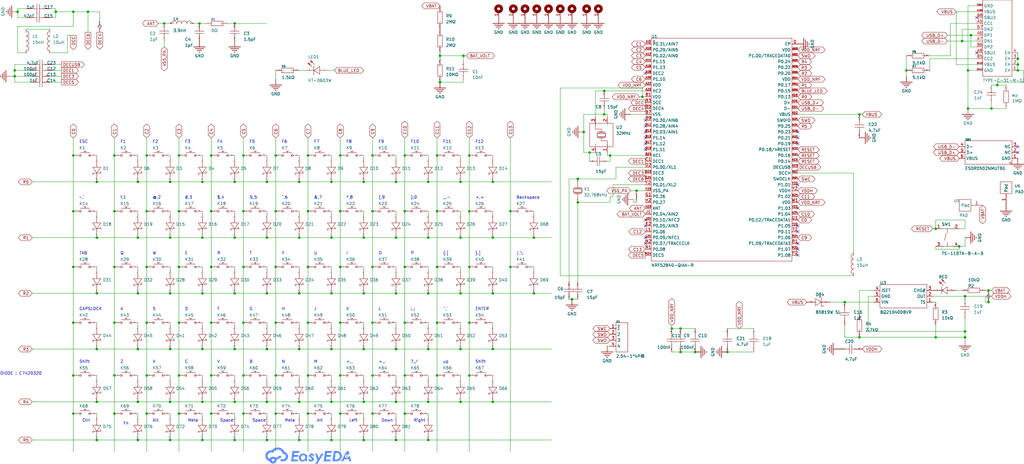
<source format=kicad_sch>
(kicad_sch (version 20250114) (generator "eeschema") (generator_version "9.0")
  (paper "User" 443.357 200.965)
  (lib_symbols
    (symbol "ProPrj_Key-easyedapro:0402B102K500NT"
      (property "Reference" "C" (at 0 0 0))
      (symbol "0402B102K500NT_1_0"
        (pin input line (at -3.81 0 0) (length 2.54) (name "1") (number "1"))
        (pin input line (at 3.81 0 180) (length 2.54) (name "2") (number "2"))
      )
    )
    (symbol "ProPrj_Key-easyedapro:0402CG101J500NT"
      (property "Reference" "C" (at 0 0 0))
      (symbol "0402CG101J500NT_1_0"
        (pin input line (at -3.81 0 0) (length 2.54) (name "1") (number "1"))
        (pin input line (at 3.81 0 180) (length 2.54) (name "2") (number "2"))
      )
    )
    (symbol "ProPrj_Key-easyedapro:0402CG150J500NT"
      (property "Reference" "C" (at 0 0 0))
      (symbol "0402CG150J500NT_1_0"
        (pin input line (at -3.81 0 0) (length 2.54) (name "1") (number "1"))
        (pin input line (at 3.81 0 180) (length 2.54) (name "2") (number "2"))
      )
    )
    (symbol "ProPrj_Key-easyedapro:0402CG1R0C500NT"
      (property "Reference" "C" (at 0 0 0))
      (symbol "0402CG1R0C500NT_1_0"
        (pin input line (at -3.81 0 0) (length 2.54) (name "1") (number "1"))
        (pin input line (at 3.81 0 180) (length 2.54) (name "2") (number "2"))
      )
    )
    (symbol "ProPrj_Key-easyedapro:0402CG1R5C500NT"
      (property "Reference" "C" (at 0 0 0))
      (symbol "0402CG1R5C500NT_1_0"
        (pin input line (at -3.81 0 0) (length 2.54) (name "1") (number "1"))
        (pin input line (at 3.81 0 180) (length 2.54) (name "2") (number "2"))
      )
    )
    (symbol "ProPrj_Key-easyedapro:0402WGF0000TCE"
      (property "Reference" "R" (at 0 0 0))
      (symbol "0402WGF0000TCE_1_0"
        (pin input line (at -5.08 0 0) (length 2.54) (name "1") (number "1"))
        (pin input line (at 5.08 0 180) (length 2.54) (name "2") (number "2"))
      )
    )
    (symbol "ProPrj_Key-easyedapro:0402WGF1002TCE"
      (property "Reference" "R" (at 0 0 0))
      (symbol "0402WGF1002TCE_1_0"
        (pin input line (at -5.08 0 0) (length 2.54) (name "1") (number "1"))
        (pin input line (at 5.08 0 180) (length 2.54) (name "2") (number "2"))
      )
    )
    (symbol "ProPrj_Key-easyedapro:0402WGF1004TCE"
      (property "Reference" "R" (at 0 0 0))
      (symbol "0402WGF1004TCE_1_0"
        (pin input line (at -5.08 0 0) (length 2.54) (name "1") (number "1"))
        (pin input line (at 5.08 0 180) (length 2.54) (name "2") (number "2"))
      )
    )
    (symbol "ProPrj_Key-easyedapro:0402WGF1005TCE"
      (property "Reference" "R" (at 0 0 0))
      (symbol "0402WGF1005TCE_1_0"
        (pin input line (at -5.08 0 0) (length 2.54) (name "1") (number "1"))
        (pin input line (at 5.08 0 180) (length 2.54) (name "2") (number "2"))
      )
    )
    (symbol "ProPrj_Key-easyedapro:0402WGF1501TCE"
      (property "Reference" "R" (at 0 0 0))
      (symbol "0402WGF1501TCE_1_0"
        (pin input line (at -5.08 0 0) (length 2.54) (name "1") (number "1"))
        (pin input line (at 5.08 0 180) (length 2.54) (name "2") (number "2"))
      )
    )
    (symbol "ProPrj_Key-easyedapro:0402WGF5101TCE"
      (property "Reference" "R" (at 0 0 0))
      (symbol "0402WGF5101TCE_1_0"
        (pin input line (at -5.08 0 0) (length 2.54) (name "1") (number "1"))
        (pin input line (at 5.08 0 180) (length 2.54) (name "2") (number "2"))
      )
    )
    (symbol "ProPrj_Key-easyedapro:0603WAF2004T5E"
      (property "Reference" "R" (at 0 0 0))
      (symbol "0603WAF2004T5E_1_0"
        (pin input line (at -5.08 0 0) (length 2.54) (name "1") (number "1"))
        (pin input line (at 5.08 0 180) (length 2.54) (name "2") (number "2"))
      )
    )
    (symbol "ProPrj_Key-easyedapro:0603WAF2701T5E"
      (property "Reference" "R" (at 0 0 0))
      (symbol "0603WAF2701T5E_1_0"
        (pin input line (at -5.08 0 0) (length 2.54) (name "1") (number "1"))
        (pin input line (at 5.08 0 180) (length 2.54) (name "2") (number "2"))
      )
    )
    (symbol "ProPrj_Key-easyedapro:0603White light_C2290"
      (property "Reference" "LED" (at 0 0 0))
      (symbol "0603White light_C2290_1_0"
        (pin unspecified line (at -5.08 -1.27 0) (length 3.81) (name "K") (number "2"))
        (pin unspecified line (at 5.08 -1.27 180) (length 3.81) (name "A") (number "1"))
      )
    )
    (symbol "ProPrj_Key-easyedapro:19-213/Y2C-CQ2R2L/3T(CY)"
      (property "Reference" "LED" (at 0 0 0))
      (symbol "19-213/Y2C-CQ2R2L/3T(CY)_1_0"
        (pin input line (at -5.08 0 0) (length 3.81) (name "C") (number "1"))
        (pin input line (at 5.08 0 180) (length 3.81) (name "A") (number "2"))
      )
    )
    (symbol "ProPrj_Key-easyedapro:1N4148WT_C7420320"
      (property "Reference" "D" (at 0 0 0))
      (symbol "1N4148WT_C7420320_1_0"
        (pin unspecified line (at -5.08 0 0) (length 2.54) (name "A") (number "1"))
        (pin unspecified line (at 5.08 0 180) (length 2.54) (name "K") (number "2"))
      )
    )
    (symbol "ProPrj_Key-easyedapro:2.54-1*4P母"
      (property "Reference" "H" (at 0 0 0))
      (symbol "2.54-1*4P母_1_0"
        (pin input line (at -5.08 3.81 0) (length 2.54) (name "1") (number "1"))
        (pin input line (at -5.08 1.27 0) (length 2.54) (name "2") (number "2"))
        (pin input line (at -5.08 -1.27 0) (length 2.54) (name "3") (number "3"))
        (pin input line (at -5.08 -3.81 0) (length 2.54) (name "4") (number "4"))
      )
    )
    (symbol "ProPrj_Key-easyedapro:B5819W_C8598"
      (property "Reference" "D" (at 0 0 0))
      (symbol "B5819W_C8598_1_0"
        (pin unspecified line (at -5.08 0 0) (length 3.81) (name "-") (number "1"))
        (pin unspecified line (at 5.08 0 180) (length 3.81) (name "+") (number "2"))
      )
    )
    (symbol "ProPrj_Key-easyedapro:BQ21040DBVR"
      (property "Reference" "U" (at 0 0 0))
      (symbol "BQ21040DBVR_1_0"
        (pin unspecified line (at -12.7 2.54 0) (length 2.54) (name "TS") (number "1"))
        (pin unspecified line (at -12.7 0 0) (length 2.54) (name "OUT") (number "2"))
        (pin unspecified line (at -12.7 -2.54 0) (length 2.54) (name "CHG#") (number "3"))
        (pin unspecified line (at 12.7 2.54 180) (length 2.54) (name "VIN") (number "6"))
        (pin unspecified line (at 12.7 0 180) (length 2.54) (name "GND") (number "5"))
        (pin unspecified line (at 12.7 -2.54 180) (length 2.54) (name "ISET") (number "4"))
      )
    )
    (symbol "ProPrj_Key-easyedapro:CC0402KRX7R9BB473"
      (property "Reference" "C" (at 0 0 0))
      (symbol "CC0402KRX7R9BB473_1_0"
        (pin unspecified line (at 0 5.08 270) (length 2.54) (name "2") (number "2"))
        (pin unspecified line (at 0 -5.08 90) (length 2.54) (name "1") (number "1"))
      )
    )
    (symbol "ProPrj_Key-easyedapro:CHERRY_MX"
      (symbol "CHERRY_MX_1_0"
        (pin unspecified line (at -5.0546 0 0) (length 2.5146) (name "1") (number "1"))
        (pin unspecified line (at 5.0546 0 180) (length 2.5146) (name "2") (number "2"))
      )
    )
    (symbol "ProPrj_Key-easyedapro:CL05A105KA5NQNC"
      (property "Reference" "C" (at 0 0 0))
      (symbol "CL05A105KA5NQNC_1_0"
        (pin unspecified line (at -5.08 0 0) (length 2.54) (name "1") (number "1"))
        (pin unspecified line (at 5.08 0 180) (length 2.54) (name "2") (number "2"))
      )
    )
    (symbol "ProPrj_Key-easyedapro:CL05A475MP5NRNC"
      (property "Reference" "C" (at 0 0 0))
      (symbol "CL05A475MP5NRNC_1_0"
        (pin unspecified line (at -5.08 0 0) (length 2.54) (name "1") (number "1"))
        (pin unspecified line (at 5.08 0 180) (length 2.54) (name "2") (number "2"))
      )
    )
    (symbol "ProPrj_Key-easyedapro:CL05B103KB5NNNC"
      (property "Reference" "C" (at 0 0 0))
      (symbol "CL05B103KB5NNNC_1_0"
        (pin input line (at -3.81 0 0) (length 2.54) (name "1") (number "1"))
        (pin input line (at 3.81 0 180) (length 2.54) (name "2") (number "2"))
      )
    )
    (symbol "ProPrj_Key-easyedapro:CL05B104KB54PNC"
      (property "Reference" "C" (at 0 0 0))
      (symbol "CL05B104KB54PNC_1_0"
        (pin input line (at -5.08 0 0) (length 2.54) (name "1") (number "1"))
        (pin input line (at 5.08 0 180) (length 2.54) (name "2") (number "2"))
      )
    )
    (symbol "ProPrj_Key-easyedapro:CPY160808T-100M-NP"
      (property "Reference" "L" (at 0 0 0))
      (symbol "CPY160808T-100M-NP_1_0"
        (pin unspecified line (at -5.08 0 0) (length 0.762) (name "1") (number "1"))
        (pin unspecified line (at 5.08 0 180) (length 0.762) (name "2") (number "2"))
      )
    )
    (symbol "ProPrj_Key-easyedapro:Drawing-Symbol_A4")
    (symbol "ProPrj_Key-easyedapro:ESDR0502NMUTBG"
      (property "Reference" "D" (at 0 0 0))
      (symbol "ESDR0502NMUTBG_1_0"
        (pin input line (at -12.7 2.54 0) (length 2.54) (name "GND") (number "1"))
        (pin input line (at -12.7 0 0) (length 2.54) (name "NC") (number "2"))
        (pin input line (at -12.7 -2.54 0) (length 2.54) (name "NC") (number "3"))
        (pin input line (at 12.7 2.54 180) (length 2.54) (name "VBUS") (number "6"))
        (pin input line (at 12.7 0 180) (length 2.54) (name "D+") (number "5"))
        (pin input line (at 12.7 -2.54 180) (length 2.54) (name "D-") (number "4"))
      )
    )
    (symbol "ProPrj_Key-easyedapro:FC-12M32.768KHZ7PF20PPM"
      (property "Reference" "X" (at 0 0 0))
      (symbol "FC-12M32.768KHZ7PF20PPM_1_0"
        (pin input line (at -5.08 0 0) (length 2.54) (name "OSC1") (number "1"))
        (pin input line (at 5.08 0 180) (length 2.54) (name "OSC2") (number "2"))
      )
    )
    (symbol "ProPrj_Key-easyedapro:Ground-GND" (power) (pin_numbers (hide yes)) (pin_names (hide yes))
      (property "Value" "GND" (at 0 -6.35 0))
      (symbol "Ground-GND_1_0"
        (pin power_in line (at 0 0 270) (length 2.54) (name "") (number "1"))
      )
    )
    (symbol "ProPrj_Key-easyedapro:Mechanical_MountingHole_Pad"
      (symbol "Mechanical_MountingHole_Pad_1_0"
        (pin input line (at 0 -2.54 90) (length 2.54) (name "1") (number "1"))
      )
    )
    (symbol "ProPrj_Key-easyedapro:NET TIE"
      (symbol "NET TIE_1_0"
        (pin input line (at -2.54 0 0) (length 2.54) (name "1") (number "1"))
        (pin input line (at 2.54 0 180) (length 2.54) (name "2") (number "2"))
      )
    )
    (symbol "ProPrj_Key-easyedapro:NRF52840-QIAA-R"
      (property "Reference" "U" (at 0 0 0))
      (symbol "NRF52840-QIAA-R_1_0"
        (pin unspecified line (at -33.02 45.72 0) (length 2.54) (name "P0.31/AIN7") (number "A8"))
        (pin unspecified line (at -33.02 43.18 0) (length 2.54) (name "P0.29/AIN5") (number "A10"))
        (pin unspecified line (at -33.02 40.64 0) (length 2.54) (name "P0.02/AIN0") (number "A12"))
        (pin unspecified line (at -33.02 38.1 0) (length 2.54) (name "P1.15") (number "A14"))
        (pin unspecified line (at -33.02 35.56 0) (length 2.54) (name "P1.13") (number "A16"))
        (pin unspecified line (at -33.02 33.02 0) (length 2.54) (name "DEC2") (number "A18"))
        (pin unspecified line (at -33.02 30.48 0) (length 2.54) (name "P1.10") (number "A20"))
        (pin unspecified line (at -33.02 27.94 0) (length 2.54) (name "VDD") (number "A22"))
        (pin unspecified line (at -33.02 25.4 0) (length 2.54) (name "XC2") (number "A23"))
        (pin unspecified line (at -33.02 22.86 0) (length 2.54) (name "VDD") (number "B1"))
        (pin unspecified line (at -33.02 20.32 0) (length 2.54) (name "DCC") (number "B3"))
        (pin unspecified line (at -33.02 17.78 0) (length 2.54) (name "DEC4") (number "B5"))
        (pin unspecified line (at -33.02 15.24 0) (length 2.54) (name "VSS") (number "B7"))
        (pin unspecified line (at -33.02 12.7 0) (length 2.54) (name "P0.30/AIN6") (number "B9"))
        (pin unspecified line (at -33.02 10.16 0) (length 2.54) (name "P0.28/AIN4") (number "B11"))
        (pin unspecified line (at -33.02 7.62 0) (length 2.54) (name "P0.03/AIN1") (number "B13"))
        (pin unspecified line (at -33.02 5.08 0) (length 2.54) (name "P1.14") (number "B15"))
        (pin unspecified line (at -33.02 2.54 0) (length 2.54) (name "P1.12") (number "B17"))
        (pin unspecified line (at -33.02 0 0) (length 2.54) (name "P1.11") (number "B19"))
        (pin unspecified line (at -33.02 -2.54 0) (length 2.54) (name "XC1") (number "B24"))
        (pin unspecified line (at -33.02 -5.08 0) (length 2.54) (name "DEC1") (number "C1"))
        (pin unspecified line (at -33.02 -7.62 0) (length 2.54) (name "P0.00/XL1") (number "D2"))
        (pin unspecified line (at -33.02 -10.16 0) (length 2.54) (name "DEC3") (number "D23"))
        (pin unspecified line (at -33.02 -12.7 0) (length 2.54) (name "DEC6") (number "E24"))
        (pin unspecified line (at -33.02 -15.24 0) (length 2.54) (name "P0.01/XL2") (number "F2"))
        (pin unspecified line (at -33.02 -17.78 0) (length 2.54) (name "VSS_PA") (number "F23"))
        (pin unspecified line (at -33.02 -20.32 0) (length 2.54) (name "P0.26") (number "G1"))
        (pin unspecified line (at -33.02 -22.86 0) (length 2.54) (name "P0.27") (number "H2"))
        (pin unspecified line (at -33.02 -25.4 0) (length 2.54) (name "ANT") (number "H23"))
        (pin unspecified line (at -33.02 -27.94 0) (length 2.54) (name "P0.04/AIN2") (number "J1"))
        (pin unspecified line (at -33.02 -30.48 0) (length 2.54) (name "P0.10/NFC2") (number "J24"))
        (pin unspecified line (at -33.02 -33.02 0) (length 2.54) (name "P0.05/AIN3") (number "K2"))
        (pin unspecified line (at -33.02 -35.56 0) (length 2.54) (name "P0.06") (number "L1"))
        (pin unspecified line (at -33.02 -38.1 0) (length 2.54) (name "P0.09/NFC1") (number "L24"))
        (pin unspecified line (at -33.02 -40.64 0) (length 2.54) (name "P0.07/TRACECLK") (number "M2"))
        (pin unspecified line (at -33.02 -43.18 0) (length 2.54) (name "P0.08") (number "N1"))
        (pin unspecified line (at -33.02 -45.72 0) (length 2.54) (name "DEC5") (number "N24"))
        (pin unspecified line (at 33.02 45.72 180) (length 2.54) (name "EP") (number "0"))
        (pin unspecified line (at 33.02 43.18 180) (length 2.54) (name "VDD") (number "AD23"))
        (pin unspecified line (at 33.02 40.64 180) (length 2.54) (name "P1.00/TRACEDATA0") (number "AD22"))
        (pin unspecified line (at 33.02 38.1 180) (length 2.54) (name "P0.24") (number "AD20"))
        (pin unspecified line (at 33.02 35.56 180) (length 2.54) (name "P0.22") (number "AD18"))
        (pin unspecified line (at 33.02 33.02 180) (length 2.54) (name "P0.20") (number "AD16"))
        (pin unspecified line (at 33.02 30.48 180) (length 2.54) (name "VDD") (number "AD14"))
        (pin unspecified line (at 33.02 27.94 180) (length 2.54) (name "P0.17") (number "AD12"))
        (pin unspecified line (at 33.02 25.4 180) (length 2.54) (name "P0.15") (number "AD10"))
        (pin unspecified line (at 33.02 22.86 180) (length 2.54) (name "P0.13") (number "AD8"))
        (pin unspecified line (at 33.02 20.32 180) (length 2.54) (name "D+") (number "AD6"))
        (pin unspecified line (at 33.02 17.78 180) (length 2.54) (name "D-") (number "AD4"))
        (pin unspecified line (at 33.02 15.24 180) (length 2.54) (name "VBUS") (number "AD2"))
        (pin unspecified line (at 33.02 12.7 180) (length 2.54) (name "SWDIO") (number "AC24"))
        (pin unspecified line (at 33.02 10.16 180) (length 2.54) (name "P0.25") (number "AC21"))
        (pin unspecified line (at 33.02 7.62 180) (length 2.54) (name "P0.23") (number "AC19"))
        (pin unspecified line (at 33.02 5.08 180) (length 2.54) (name "P0.21") (number "AC17"))
        (pin unspecified line (at 33.02 2.54 180) (length 2.54) (name "P0.19") (number "AC15"))
        (pin unspecified line (at 33.02 0 180) (length 2.54) (name "P0.18/nRESET") (number "AC13"))
        (pin unspecified line (at 33.02 -2.54 180) (length 2.54) (name "P0.16") (number "AC11"))
        (pin unspecified line (at 33.02 -5.08 180) (length 2.54) (name "P0.14") (number "AC9"))
        (pin unspecified line (at 33.02 -7.62 180) (length 2.54) (name "DECUSB") (number "AC5"))
        (pin unspecified line (at 33.02 -10.16 180) (length 2.54) (name "DCCH") (number "AB2"))
        (pin unspecified line (at 33.02 -12.7 180) (length 2.54) (name "SWDCLK") (number "AA24"))
        (pin unspecified line (at 33.02 -15.24 180) (length 2.54) (name "P1.01") (number "Y23"))
        (pin unspecified line (at 33.02 -17.78 180) (length 2.54) (name "VDDH") (number "Y2"))
        (pin unspecified line (at 33.02 -20.32 180) (length 2.54) (name "P1.02") (number "W24"))
        (pin unspecified line (at 33.02 -22.86 180) (length 2.54) (name "VDD") (number "W1"))
        (pin unspecified line (at 33.02 -25.4 180) (length 2.54) (name "P1.03") (number "V23"))
        (pin unspecified line (at 33.02 -27.94 180) (length 2.54) (name "P1.04") (number "U24"))
        (pin unspecified line (at 33.02 -30.48 180) (length 2.54) (name "P0.12/TRACEDATA1") (number "U1"))
        (pin unspecified line (at 33.02 -33.02 180) (length 2.54) (name "P1.05") (number "T23"))
        (pin unspecified line (at 33.02 -35.56 180) (length 2.54) (name "P0.11") (number "T2"))
        (pin unspecified line (at 33.02 -38.1 180) (length 2.54) (name "P1.06") (number "R24"))
        (pin unspecified line (at 33.02 -40.64 180) (length 2.54) (name "P1.09/TRACEDATA3") (number "R1"))
        (pin unspecified line (at 33.02 -43.18 180) (length 2.54) (name "P1.07") (number "P23"))
        (pin unspecified line (at 33.02 -45.72 180) (length 2.54) (name "P1.08") (number "P2"))
      )
    )
    (symbol "ProPrj_Key-easyedapro:PAD"
      (symbol "PAD_1_0"
        (pin input line (at 10.16 2.54 180) (length 5.08) (name "Pad") (number "1"))
      )
    )
    (symbol "ProPrj_Key-easyedapro:SDCL1005C15NJTDF"
      (property "Reference" "L" (at 0 0 0))
      (symbol "SDCL1005C15NJTDF_1_0"
        (pin unspecified line (at -5.08 0 0) (length 0.762) (name "1") (number "1"))
        (pin unspecified line (at 5.08 0 180) (length 0.762) (name "2") (number "2"))
      )
    )
    (symbol "ProPrj_Key-easyedapro:SDCL1005C3N9STDF"
      (property "Reference" "L" (at 0 0 0))
      (symbol "SDCL1005C3N9STDF_1_0"
        (pin unspecified line (at -5.08 0 0) (length 0.762) (name "1") (number "1"))
        (pin unspecified line (at 5.08 0 180) (length 0.762) (name "2") (number "2"))
      )
    )
    (symbol "ProPrj_Key-easyedapro:Short-Symbol"
      (symbol "Short-Symbol_1_0"
        (pin input line (at -2.54 0 0) (length 1.27) (name "Pin1") (number "1"))
        (pin input line (at 2.54 0 180) (length 1.27) (name "Pin1") (number "2"))
      )
    )
    (symbol "ProPrj_Key-easyedapro:TS-1187A-B-A-B"
      (property "Reference" "SW" (at 0 0 0))
      (symbol "TS-1187A-B-A-B_1_0"
        (pin unspecified line (at -5.08 2.54 0) (length 2.54) (name "A") (number "1"))
        (pin unspecified line (at -5.08 -5.08 0) (length 2.54) (name "C") (number "3"))
        (pin unspecified line (at 5.08 2.54 180) (length 2.54) (name "B") (number "2"))
        (pin unspecified line (at 5.08 -5.08 180) (length 2.54) (name "D") (number "4"))
      )
    )
    (symbol "ProPrj_Key-easyedapro:TYPE-C-31-M-12"
      (property "Reference" "USBC" (at 0 0 0))
      (symbol "TYPE-C-31-M-12_1_0"
        (pin unspecified line (at -8.89 13.97 0) (length 2.54) (name "GND") (number "A1B12"))
        (pin unspecified line (at -8.89 11.43 0) (length 2.54) (name "VBUS") (number "A4B9"))
        (pin unspecified line (at -8.89 8.89 0) (length 2.54) (name "SBU2") (number "B8"))
        (pin unspecified line (at -8.89 6.35 0) (length 2.54) (name "CC1") (number "A5"))
        (pin unspecified line (at -8.89 3.81 0) (length 2.54) (name "DN2") (number "B7"))
        (pin unspecified line (at -8.89 1.27 0) (length 2.54) (name "DP1") (number "A6"))
        (pin unspecified line (at -8.89 -1.27 0) (length 2.54) (name "DN1") (number "A7"))
        (pin unspecified line (at -8.89 -3.81 0) (length 2.54) (name "DP2") (number "B6"))
        (pin unspecified line (at -8.89 -6.35 0) (length 2.54) (name "SBU1") (number "A8"))
        (pin unspecified line (at -8.89 -8.89 0) (length 2.54) (name "CC2") (number "B5"))
        (pin unspecified line (at -8.89 -11.43 0) (length 2.54) (name "VBUS") (number "B4A9"))
        (pin unspecified line (at -8.89 -13.97 0) (length 2.54) (name "GND") (number "B1A12"))
        (pin unspecified line (at 8.89 -6.35 180) (length 2.54) (name "EH") (number "4"))
        (pin unspecified line (at 8.89 -8.89 180) (length 2.54) (name "EH") (number "3"))
        (pin unspecified line (at 8.89 -11.43 180) (length 2.54) (name "EH") (number "2"))
        (pin unspecified line (at 8.89 -13.97 180) (length 2.54) (name "EH") (number "1"))
      )
    )
    (symbol "ProPrj_Key-easyedapro:XL7EL89COI-111YLC-32M"
      (property "Reference" "U" (at 0 0 0))
      (symbol "XL7EL89COI-111YLC-32M_1_0"
        (pin unspecified line (at -7.62 2.54 0) (length 2.54) (name "GND") (number "4"))
        (pin unspecified line (at -7.62 -2.54 0) (length 2.54) (name "OSC1") (number "1"))
        (pin unspecified line (at 7.62 2.54 180) (length 2.54) (name "OSC2") (number "3"))
        (pin unspecified line (at 7.62 -2.54 180) (length 2.54) (name "GND") (number "2"))
      )
    )
  )
  (text "R" (at 93.98 110.49 0) (effects (font (size 1.27 1.27)) (justify left bottom)))
  (text "*,8" (at 149.86 86.36 0) (effects (font (size 1.27 1.27)) (justify left bottom)))
  (text "K" (at 149.86 134.62 0) (effects (font (size 1.27 1.27)) (justify left bottom)))
  (text "Alt" (at 137.16 182.88 0) (effects (font (size 1.27 1.27)) (justify left bottom)))
  (text "|,\\" (at 223.52 110.49 0) (effects (font (size 1.27 1.27)) (justify left bottom)))
  (text "%,5" (at 107.95 86.36 0) (effects (font (size 1.27 1.27)) (justify left bottom)))
  (text "F12" (at 205.74 62.23 0) (effects (font (size 1.27 1.27)) (justify left bottom)))
  (text "F10" (at 177.8 62.23 0) (effects (font (size 1.27 1.27)) (justify left bottom)))
  (text "Shift" (at 34.29 157.48 0) (effects (font (size 1.27 1.27)) (justify left bottom)))
  (text "Left" (at 151.13 182.88 0) (effects (font (size 1.27 1.27)) (justify left bottom)))
  (text "},]" (at 205.74 110.49 0) (effects (font (size 1.27 1.27)) (justify left bottom)))
  (text "F4" (at 93.98 62.23 0) (effects (font (size 1.27 1.27)) (justify left bottom)))
  (text "Z" (at 52.07 157.48 0) (effects (font (size 1.27 1.27)) (justify left bottom)))
  (text "Meta" (at 81.28 182.88 0) (effects (font (size 1.27 1.27)) (justify left bottom)))
  (text "(,9" (at 163.83 86.36 0) (effects (font (size 1.27 1.27)) (justify left bottom)))
  (text "M" (at 135.89 157.48 0) (effects (font (size 1.27 1.27)) (justify left bottom)))
  (text "E" (at 80.01 110.49 0) (effects (font (size 1.27 1.27)) (justify left bottom)))
  (text "Alt" (at 66.04 182.88 0) (effects (font (size 1.27 1.27)) (justify left bottom)))
  (text "TAB" (at 34.29 110.49 0) (effects (font (size 1.27 1.27)) (justify left bottom)))
  (text "F9" (at 163.83 62.23 0) (effects (font (size 1.27 1.27)) (justify left bottom)))
  (text "F5" (at 107.95 62.23 0) (effects (font (size 1.27 1.27)) (justify left bottom)))
  (text "CAPSLOCK" (at 34.29 134.62 0) (effects (font (size 1.27 1.27)) (justify left bottom)))
  (text "Backspace" (at 223.52 86.36 0) (effects (font (size 1.27 1.27)) (justify left bottom)))
  (text "F2" (at 66.04 62.23 0) (effects (font (size 1.27 1.27)) (justify left bottom)))
  (text "Y" (at 121.92 110.49 0) (effects (font (size 1.27 1.27)) (justify left bottom)))
  (text ">,." (at 163.83 157.48 0) (effects (font (size 1.27 1.27)) (justify left bottom)))
  (text "X" (at 66.04 157.48 0) (effects (font (size 1.27 1.27)) (justify left bottom)))
  (text "^,6" (at 121.92 86.36 0) (effects (font (size 1.27 1.27)) (justify left bottom)))
  (text "\",'" (at 191.77 134.62 0) (effects (font (size 1.27 1.27)) (justify left bottom)))
  (text "F11" (at 191.77 62.23 0) (effects (font (size 1.27 1.27)) (justify left bottom)))
  (text "$,4" (at 93.98 86.36 0) (effects (font (size 1.27 1.27)) (justify left bottom)))
  (text "B" (at 107.95 157.48 0) (effects (font (size 1.27 1.27)) (justify left bottom)))
  (text "&,7" (at 135.89 86.36 0) (effects (font (size 1.27 1.27)) (justify left bottom)))
  (text "#,3" (at 80.01 86.36 0) (effects (font (size 1.27 1.27)) (justify left bottom)))
  (text "Ctrl" (at 35.56 182.88 0) (effects (font (size 1.27 1.27)) (justify left bottom)))
  (text ":,;" (at 177.8 134.62 0) (effects (font (size 1.27 1.27)) (justify left bottom)))
  (text "L" (at 163.83 134.62 0) (effects (font (size 1.27 1.27)) (justify left bottom)))
  (text "O" (at 163.83 110.49 0) (effects (font (size 1.27 1.27)) (justify left bottom)))
  (text "Right" (at 179.07 182.88 0) (effects (font (size 1.27 1.27)) (justify left bottom)))
  (text "V" (at 93.98 157.48 0) (effects (font (size 1.27 1.27)) (justify left bottom)))
  (text "_,-" (at 191.77 86.36 0) (effects (font (size 1.27 1.27)) (justify left bottom)))
  (text "S" (at 66.04 134.62 0) (effects (font (size 1.27 1.27)) (justify left bottom)))
  (text "ENTER" (at 205.74 134.62 0) (effects (font (size 1.27 1.27)) (justify left bottom)))
  (text "Space" (at 109.22 182.88 0) (effects (font (size 1.27 1.27)) (justify left bottom)))
  (text "),0" (at 177.8 86.36 0) (effects (font (size 1.27 1.27)) (justify left bottom)))
  (text "?,/" (at 177.8 157.48 0) (effects (font (size 1.27 1.27)) (justify left bottom)))
  (text "N" (at 121.92 157.48 0) (effects (font (size 1.27 1.27)) (justify left bottom)))
  (text "up" (at 191.77 157.48 0) (effects (font (size 1.27 1.27)) (justify left bottom)))
  (text "@,2" (at 66.04 86.36 0) (effects (font (size 1.27 1.27)) (justify left bottom)))
  (text "F6" (at 121.92 62.23 0) (effects (font (size 1.27 1.27)) (justify left bottom)))
  (text "U" (at 135.89 110.49 0) (effects (font (size 1.27 1.27)) (justify left bottom)))
  (text "W" (at 66.04 110.49 0) (effects (font (size 1.27 1.27)) (justify left bottom)))
  (text "F7" (at 135.89 62.23 0) (effects (font (size 1.27 1.27)) (justify left bottom)))
  (text "<,," (at 149.86 157.48 0) (effects (font (size 1.27 1.27)) (justify left bottom)))
  (text "!,1" (at 52.07 86.36 0) (effects (font (size 1.27 1.27)) (justify left bottom)))
  (text "J" (at 135.89 134.62 0) (effects (font (size 1.27 1.27)) (justify left bottom)))
  (text "Q" (at 52.07 110.49 0) (effects (font (size 1.27 1.27)) (justify left bottom)))
  (text "Meta" (at 123.19 182.88 0) (effects (font (size 1.27 1.27)) (justify left bottom)))
  (text "C" (at 80.01 157.48 0) (effects (font (size 1.27 1.27)) (justify left bottom)))
  (text "~,`" (at 34.29 86.36 0) (effects (font (size 1.27 1.27)) (justify left bottom)))
  (text "{,[" (at 191.77 110.49 0) (effects (font (size 1.27 1.27)) (justify left bottom)))
  (text "+,=" (at 205.74 86.36 0) (effects (font (size 1.27 1.27)) (justify left bottom)))
  (text "Down" (at 165.1 182.88 0) (effects (font (size 1.27 1.27)) (justify left bottom)))
  (text "F" (at 93.98 134.62 0) (effects (font (size 1.27 1.27)) (justify left bottom)))
  (text "F8" (at 149.86 62.23 0) (effects (font (size 1.27 1.27)) (justify left bottom)))
  (text "ESC" (at 34.29 62.23 0) (effects (font (size 1.27 1.27)) (justify left bottom)))
  (text "D" (at 80.01 134.62 0) (effects (font (size 1.27 1.27)) (justify left bottom)))
  (text "A" (at 52.07 134.62 0) (effects (font (size 1.27 1.27)) (justify left bottom)))
  (text "I" (at 149.86 110.49 0) (effects (font (size 1.27 1.27)) (justify left bottom)))
  (text "Fn" (at 53.34 184.15 0) (effects (font (size 1.27 1.27)) (justify left bottom)))
  (text "H" (at 121.92 134.62 0) (effects (font (size 1.27 1.27)) (justify left bottom)))
  (text "F1" (at 52.07 62.23 0) (effects (font (size 1.27 1.27)) (justify left bottom)))
  (text "DIODE : C7420320" (at 0 162.56 0) (effects (font (size 1.27 1.27)) (justify left bottom)))
  (text "Shift" (at 205.74 157.48 0) (effects (font (size 1.27 1.27)) (justify left bottom)))
  (text "G" (at 107.95 134.62 0) (effects (font (size 1.27 1.27)) (justify left bottom)))
  (text "F3" (at 80.01 62.23 0) (effects (font (size 1.27 1.27)) (justify left bottom)))
  (text "T" (at 107.95 110.49 0) (effects (font (size 1.27 1.27)) (justify left bottom)))
  (text "Space" (at 95.25 182.88 0) (effects (font (size 1.27 1.27)) (justify left bottom)))
  (text "P" (at 177.8 110.49 0) (effects (font (size 1.27 1.27)) (justify left bottom)))
  (junction (at 59.69 190.5))
  (junction (at 171.45 173.99))
  (junction (at 133.35 179.07))
  (junction (at 161.29 91.44))
  (junction (at 213.36 78.74))
  (junction (at 417.83 146.05))
  (junction (at 91.44 162.56))
  (junction (at 185.42 173.99))
  (junction (at 231.14 102.87))
  (junction (at 203.2 162.56))
  (junction (at 261.62 49.53))
  (junction (at 427.99 125.73))
  (junction (at 41.91 127))
  (junction (at 101.6 151.13))
  (junction (at 129.54 190.5))
  (junction (at 133.35 115.57))
  (junction (at 119.38 115.57))
  (junction (at 143.51 190.5))
  (junction (at 440.69 25.4))
  (junction (at 189.23 115.57))
  (junction (at 161.29 162.56))
  (junction (at 203.2 139.7))
  (junction (at 161.29 179.07))
  (junction (at 220.98 91.44))
  (junction (at 7.62 5.08))
  (junction (at 250.19 87.63))
  (junction (at 157.48 190.5))
  (junction (at 427.99 130.81))
  (junction (at 189.23 162.56))
  (junction (at 115.57 190.5))
  (junction (at 290.83 142.24))
  (junction (at 6.35 33.02))
  (junction (at 73.66 151.13))
  (junction (at 133.35 139.7))
  (junction (at 213.36 127))
  (junction (at 416.56 17.78))
  (junction (at 175.26 115.57))
  (junction (at 133.35 91.44))
  (junction (at 203.2 67.31))
  (junction (at 157.48 173.99))
  (junction (at 190.5 35.56))
  (junction (at 143.51 151.13))
  (junction (at 171.45 190.5))
  (junction (at 255.27 66.04))
  (junction (at 129.54 173.99))
  (junction (at 49.53 179.07))
  (junction (at 147.32 67.31))
  (junction (at 147.32 179.07))
  (junction (at 294.64 142.24))
  (junction (at 31.75 67.31))
  (junction (at 71.12 10.16))
  (junction (at 185.42 102.87))
  (junction (at 250.19 77.47))
  (junction (at 189.23 139.7))
  (junction (at 157.48 78.74))
  (junction (at 199.39 78.74))
  (junction (at 129.54 151.13))
  (junction (at 115.57 151.13))
  (junction (at 91.44 139.7))
  (junction (at 300.99 152.4))
  (junction (at 392.43 30.48))
  (junction (at 38.1 5.08))
  (junction (at 175.26 91.44))
  (junction (at 365.76 130.81))
  (junction (at 203.2 115.57))
  (junction (at 87.63 190.5))
  (junction (at 73.66 78.74))
  (junction (at 175.26 179.07))
  (junction (at 31.75 139.7))
  (junction (at 49.53 139.7))
  (junction (at 440.69 27.94))
  (junction (at 420.37 15.24))
  (junction (at 105.41 115.57))
  (junction (at 231.14 127))
  (junction (at 185.42 190.5))
  (junction (at 87.63 151.13))
  (junction (at 147.32 91.44))
  (junction (at 143.51 102.87))
  (junction (at 199.39 173.99))
  (junction (at 77.47 67.31))
  (junction (at 157.48 151.13))
  (junction (at 252.73 57.15))
  (junction (at 24.13 5.08))
  (junction (at 77.47 139.7))
  (junction (at 429.26 46.99))
  (junction (at 119.38 91.44))
  (junction (at 73.66 190.5))
  (junction (at 63.5 115.57))
  (junction (at 41.91 78.74))
  (junction (at 105.41 139.7))
  (junction (at 73.66 102.87))
  (junction (at 77.47 162.56))
  (junction (at 199.39 102.87))
  (junction (at 175.26 67.31))
  (junction (at 129.54 127))
  (junction (at 105.41 67.31))
  (junction (at 161.29 115.57))
  (junction (at 119.38 67.31))
  (junction (at 63.5 162.56))
  (junction (at 314.96 152.4))
  (junction (at 278.13 41.91))
  (junction (at 115.57 173.99))
  (junction (at 417.83 143.51))
  (junction (at 31.75 91.44))
  (junction (at 189.23 91.44))
  (junction (at 87.63 78.74))
  (junction (at 31.75 5.08))
  (junction (at 31.75 115.57))
  (junction (at 203.2 91.44))
  (junction (at 199.39 151.13))
  (junction (at 115.57 78.74))
  (junction (at 175.26 162.56))
  (junction (at 419.1 46.99))
  (junction (at 417.83 128.27))
  (junction (at 91.44 115.57))
  (junction (at 41.91 173.99))
  (junction (at 189.23 67.31))
  (junction (at 119.38 139.7))
  (junction (at 405.13 146.05))
  (junction (at 31.75 162.56))
  (junction (at 157.48 102.87))
  (junction (at 31.75 179.07))
  (junction (at 41.91 102.87))
  (junction (at 49.53 162.56))
  (junction (at 77.47 115.57))
  (junction (at 143.51 127))
  (junction (at 213.36 151.13))
  (junction (at 200.66 24.13))
  (junction (at 133.35 162.56))
  (junction (at 143.51 173.99))
  (junction (at 213.36 102.87))
  (junction (at 87.63 102.87))
  (junction (at 49.53 67.31))
  (junction (at 6.35 30.48))
  (junction (at 105.41 91.44))
  (junction (at 77.47 91.44))
  (junction (at 49.53 91.44))
  (junction (at 171.45 102.87))
  (junction (at 63.5 139.7))
  (junction (at 101.6 173.99))
  (junction (at 431.8 36.83))
  (junction (at 161.29 67.31))
  (junction (at 185.42 127))
  (junction (at 185.42 151.13))
  (junction (at 419.1 30.48))
  (junction (at 247.65 129.54))
  (junction (at 261.62 39.37))
  (junction (at 133.35 67.31))
  (junction (at 63.5 179.07))
  (junction (at 147.32 139.7))
  (junction (at 91.44 67.31))
  (junction (at 91.44 91.44))
  (junction (at 129.54 78.74))
  (junction (at 63.5 67.31))
  (junction (at 59.69 78.74))
  (junction (at 175.26 139.7))
  (junction (at 220.98 115.57))
  (junction (at 49.53 115.57))
  (junction (at 213.36 173.99))
  (junction (at 171.45 78.74))
  (junction (at 185.42 78.74))
  (junction (at 87.63 173.99))
  (junction (at 87.63 127))
  (junction (at 115.57 102.87))
  (junction (at 264.16 67.31))
  (junction (at 129.54 102.87))
  (junction (at 115.57 127))
  (junction (at 101.6 102.87))
  (junction (at 73.66 173.99))
  (junction (at 119.38 179.07))
  (junction (at 157.48 127))
  (junction (at 41.91 190.5))
  (junction (at 415.29 106.68))
  (junction (at 171.45 127))
  (junction (at 41.91 151.13))
  (junction (at 119.38 162.56))
  (junction (at 161.29 139.7))
  (junction (at 105.41 162.56))
  (junction (at 171.45 151.13))
  (junction (at 372.11 49.53))
  (junction (at 101.6 10.16))
  (junction (at 101.6 78.74))
  (junction (at 190.5 24.13))
  (junction (at 59.69 151.13))
  (junction (at 59.69 102.87))
  (junction (at 105.41 179.07))
  (junction (at 59.69 127))
  (junction (at 101.6 127))
  (junction (at 147.32 162.56))
  (junction (at 101.6 190.5))
  (junction (at 59.69 173.99))
  (junction (at 86.36 10.16))
  (junction (at 440.69 30.48))
  (junction (at 143.51 78.74))
  (junction (at 372.11 146.05))
  (junction (at 77.47 179.07))
  (junction (at 294.64 152.4))
  (junction (at 147.32 115.57))
  (junction (at 405.13 99.06))
  (junction (at 199.39 127))
  (junction (at 275.59 82.55))
  (junction (at 63.5 91.44))
  (junction (at 73.66 127))
  (junction (at 91.44 179.07))
  (no_connect (at 279.4 105.41))
  (no_connect (at 345.44 90.17))
  (no_connect (at 279.4 95.25))
  (no_connect (at 440.69 66.04))
  (no_connect (at 422.91 22.86))
  (no_connect (at 345.44 107.95))
  (no_connect (at 345.44 57.15))
  (no_connect (at 345.44 62.23))
  (no_connect (at 345.44 105.41))
  (no_connect (at 279.4 59.69))
  (no_connect (at 440.69 63.5))
  (no_connect (at 279.4 31.75))
  (no_connect (at 422.91 7.62))
  (no_connect (at 279.4 102.87))
  (no_connect (at 279.4 62.23))
  (no_connect (at 345.44 80.01))
  (no_connect (at 345.44 100.33))
  (no_connect (at 345.44 110.49))
  (no_connect (at 279.4 97.79))
  (no_connect (at 279.4 54.61))
  (no_connect (at 279.4 57.15))
  (no_connect (at 345.44 97.79))
  (no_connect (at 279.4 64.77))
  (no_connect (at 279.4 52.07))
  (no_connect (at 345.44 59.69))
  (wire (pts (xy 175.26 139.7) (xy 175.26 115.57)))
  (wire (pts (xy 101.6 102.87) (xy 115.57 102.87)))
  (wire (pts (xy 87.63 115.57) (xy 87.63 116.84)))
  (wire (pts (xy 101.6 173.99) (xy 115.57 173.99)))
  (wire (pts (xy 199.39 173.99) (xy 213.36 173.99)))
  (wire (pts (xy 105.41 91.44) (xy 105.41 67.31)))
  (wire (pts (xy 41.91 173.99) (xy 59.69 173.99)))
  (wire (pts (xy 372.11 146.05) (xy 405.13 146.05)))
  (wire (pts (xy 279.4 41.91) (xy 278.13 41.91)))
  (wire (pts (xy 59.69 78.74) (xy 73.66 78.74)))
  (wire (pts (xy 429.26 46.99) (xy 435.61 46.99)))
  (wire (pts (xy 262.89 49.53) (xy 261.62 49.53)))
  (wire (pts (xy 365.76 146.05) (xy 365.76 140.97)))
  (wire (pts (xy 422.91 27.94) (xy 414.02 27.94)))
  (wire (pts (xy 101.6 127) (xy 115.57 127)))
  (wire (pts (xy 422.91 17.78) (xy 416.56 17.78)))
  (wire (pts (xy 279.4 67.31) (xy 264.16 67.31)))
  (wire (pts (xy 38.1 13.97) (xy 38.1 5.08)))
  (wire (pts (xy 369.57 74.93) (xy 369.57 109.22)))
  (wire (pts (xy 73.66 67.31) (xy 73.66 68.58)))
  (wire (pts (xy 440.69 30.48) (xy 440.69 27.94)))
  (wire (pts (xy 63.5 139.7) (xy 63.5 115.57)))
  (wire (pts (xy 119.38 139.7) (xy 119.38 115.57)))
  (wire (pts (xy 199.39 162.56) (xy 199.39 163.83)))
  (wire (pts (xy 250.19 87.63) (xy 264.16 87.63)))
  (wire (pts (xy 41.91 190.5) (xy 59.69 190.5)))
  (wire (pts (xy 278.13 38.1) (xy 242.57 38.1)))
  (wire (pts (xy 101.6 162.56) (xy 101.6 163.83)))
  (wire (pts (xy 440.69 25.4) (xy 440.69 27.94)))
  (wire (pts (xy 129.54 162.56) (xy 129.54 163.83)))
  (wire (pts (xy 91.44 179.07) (xy 91.44 162.56)))
  (wire (pts (xy 213.36 115.57) (xy 213.36 116.84)))
  (wire (pts (xy 185.42 179.07) (xy 185.42 180.34)))
  (wire (pts (xy 426.72 130.81) (xy 426.72 128.27)))
  (wire (pts (xy 41.91 151.13) (xy 59.69 151.13)))
  (wire (pts (xy 7.62 3.81) (xy 11.43 3.81)))
  (wire (pts (xy 13.97 151.13) (xy 41.91 151.13)))
  (wire (pts (xy 246.38 129.54) (xy 247.65 129.54)))
  (wire (pts (xy 171.45 67.31) (xy 171.45 68.58)))
  (wire (pts (xy 443.23 30.48) (xy 440.69 30.48)))
  (wire (pts (xy 261.62 46.99) (xy 261.62 49.53)))
  (wire (pts (xy 175.26 139.7) (xy 175.26 162.56)))
  (wire (pts (xy 129.54 91.44) (xy 129.54 92.71)))
  (wire (pts (xy 189.23 91.44) (xy 189.23 67.31)))
  (wire (pts (xy 115.57 179.07) (xy 115.57 180.34)))
  (wire (pts (xy 264.16 149.86) (xy 262.89 149.86)))
  (wire (pts (xy 119.38 179.07) (xy 119.38 162.56)))
  (wire (pts (xy 429.26 125.73) (xy 427.99 125.73)))
  (wire (pts (xy 171.45 78.74) (xy 185.42 78.74)))
  (wire (pts (xy 417.83 143.51) (xy 375.92 143.51)))
  (wire (pts (xy 262.89 69.85) (xy 264.16 69.85)))
  (wire (pts (xy 38.1 5.08) (xy 31.75 5.08)))
  (wire (pts (xy 431.8 36.83) (xy 429.26 36.83)))
  (wire (pts (xy 101.6 179.07) (xy 101.6 180.34)))
  (wire (pts (xy 49.53 179.07) (xy 49.53 162.56)))
  (wire (pts (xy 189.23 67.31) (xy 189.23 59.69)))
  (wire (pts (xy 420.37 20.32) (xy 422.91 20.32)))
  (wire (pts (xy 414.02 5.08) (xy 422.91 5.08)))
  (wire (pts (xy 31.75 139.7) (xy 31.75 115.57)))
  (wire (pts (xy 91.44 195.58) (xy 91.44 179.07)))
  (wire (pts (xy 41.91 102.87) (xy 59.69 102.87)))
  (wire (pts (xy 147.32 179.07) (xy 147.32 162.56)))
  (wire (pts (xy 143.51 102.87) (xy 157.48 102.87)))
  (wire (pts (xy 13.97 127) (xy 41.91 127)))
  (wire (pts (xy 199.39 78.74) (xy 213.36 78.74)))
  (wire (pts (xy 417.83 143.51) (xy 417.83 146.05)))
  (wire (pts (xy 200.66 24.13) (xy 201.93 24.13)))
  (wire (pts (xy 414.02 125.73) (xy 416.56 125.73)))
  (wire (pts (xy 68.58 10.16) (xy 71.12 10.16)))
  (wire (pts (xy 257.81 39.37) (xy 261.62 39.37)))
  (wire (pts (xy 77.47 115.57) (xy 77.47 91.44)))
  (wire (pts (xy 129.54 151.13) (xy 143.51 151.13)))
  (wire (pts (xy 443.23 35.56) (xy 443.23 30.48)))
  (wire (pts (xy 59.69 151.13) (xy 73.66 151.13)))
  (wire (pts (xy 87.63 139.7) (xy 87.63 140.97)))
  (wire (pts (xy 429.26 44.45) (xy 429.26 46.99)))
  (wire (pts (xy 199.39 139.7) (xy 199.39 140.97)))
  (wire (pts (xy 175.26 67.31) (xy 175.26 59.69)))
  (wire (pts (xy 431.8 35.56) (xy 443.23 35.56)))
  (wire (pts (xy 31.75 139.7) (xy 31.75 162.56)))
  (wire (pts (xy 157.48 179.07) (xy 157.48 180.34)))
  (wire (pts (xy 417.83 106.68) (xy 415.29 106.68)))
  (wire (pts (xy 115.57 151.13) (xy 129.54 151.13)))
  (wire (pts (xy 213.36 67.31) (xy 213.36 68.58)))
  (wire (pts (xy 87.63 190.5) (xy 101.6 190.5)))
  (wire (pts (xy 417.83 99.06) (xy 415.29 99.06)))
  (wire (pts (xy 129.54 173.99) (xy 143.51 173.99)))
  (wire (pts (xy 252.73 49.53) (xy 252.73 57.15)))
  (wire (pts (xy 143.51 151.13) (xy 157.48 151.13)))
  (wire (pts (xy 147.32 67.31) (xy 147.32 59.69)))
  (wire (pts (xy 157.48 127) (xy 171.45 127)))
  (wire (pts (xy 105.41 179.07) (xy 105.41 162.56)))
  (wire (pts (xy 185.42 190.5) (xy 238.76 190.5)))
  (wire (pts (xy 213.36 173.99) (xy 238.76 173.99)))
  (wire (pts (xy 416.56 17.78) (xy 416.56 12.7)))
  (wire (pts (xy 402.59 30.48) (xy 402.59 25.4)))
  (wire (pts (xy 73.66 190.5) (xy 87.63 190.5)))
  (wire (pts (xy 83.82 10.16) (xy 86.36 10.16)))
  (wire (pts (xy 274.32 87.63) (xy 274.32 86.36)))
  (wire (pts (xy 405.13 146.05) (xy 405.13 140.97)))
  (wire (pts (xy 87.63 173.99) (xy 101.6 173.99)))
  (wire (pts (xy 403.86 128.27) (xy 417.83 128.27)))
  (wire (pts (xy 59.69 139.7) (xy 59.69 140.97)))
  (wire (pts (xy 143.51 179.07) (xy 143.51 180.34)))
  (wire (pts (xy 405.13 107.95) (xy 405.13 106.68)))
  (wire (pts (xy 31.75 162.56) (xy 31.75 179.07)))
  (wire (pts (xy 7.62 22.86) (xy 11.43 22.86)))
  (wire (pts (xy 200.66 24.13) (xy 190.5 24.13)))
  (wire (pts (xy 29.21 15.24) (xy 29.21 22.86)))
  (wire (pts (xy 87.63 162.56) (xy 87.63 163.83)))
  (wire (pts (xy 144.78 30.48) (xy 142.24 30.48)))
  (wire (pts (xy 157.48 115.57) (xy 157.48 116.84)))
  (wire (pts (xy 417.83 147.32) (xy 417.83 146.05)))
  (wire (pts (xy 185.42 78.74) (xy 199.39 78.74)))
  (wire (pts (xy 119.38 30.48) (xy 119.38 34.29)))
  (wire (pts (xy 129.54 190.5) (xy 143.51 190.5)))
  (wire (pts (xy 417.83 143.51) (xy 417.83 138.43)))
  (wire (pts (xy 345.44 74.93) (xy 369.57 74.93)))
  (wire (pts (xy 87.63 127) (xy 101.6 127)))
  (wire (pts (xy 129.54 67.31) (xy 129.54 68.58)))
  (wire (pts (xy 115.57 115.57) (xy 115.57 116.84)))
  (wire (pts (xy 252.73 49.53) (xy 261.62 49.53)))
  (wire (pts (xy 119.38 139.7) (xy 119.38 162.56)))
  (wire (pts (xy 143.51 173.99) (xy 157.48 173.99)))
  (wire (pts (xy 161.29 179.07) (xy 161.29 162.56)))
  (wire (pts (xy 59.69 91.44) (xy 59.69 92.71)))
  (wire (pts (xy 143.51 162.56) (xy 143.51 163.83)))
  (wire (pts (xy 265.43 85.09) (xy 265.43 80.01)))
  (wire (pts (xy 24.13 5.08) (xy 31.75 5.08)))
  (wire (pts (xy 250.19 87.63) (xy 250.19 121.92)))
  (wire (pts (xy 87.63 91.44) (xy 87.63 92.71)))
  (wire (pts (xy 77.47 195.58) (xy 77.47 179.07)))
  (wire (pts (xy 417.83 99.06) (xy 417.83 95.25)))
  (wire (pts (xy 119.38 67.31) (xy 119.38 59.69)))
  (wire (pts (xy 133.35 115.57) (xy 133.35 91.44)))
  (wire (pts (xy 203.2 115.57) (xy 203.2 91.44)))
  (wire (pts (xy 372.11 146.05) (xy 365.76 146.05)))
  (wire (pts (xy 220.98 91.44) (xy 220.98 115.57)))
  (wire (pts (xy 77.47 67.31) (xy 77.47 59.69)))
  (wire (pts (xy 6.35 35.56) (xy 6.35 33.02)))
  (wire (pts (xy 185.42 173.99) (xy 199.39 173.99)))
  (wire (pts (xy 133.35 67.31) (xy 133.35 59.69)))
  (wire (pts (xy 115.57 162.56) (xy 115.57 163.83)))
  (wire (pts (xy 369.57 119.38) (xy 242.57 119.38)))
  (wire (pts (xy 73.66 115.57) (xy 73.66 116.84)))
  (wire (pts (xy 345.44 49.53) (xy 372.11 49.53)))
  (wire (pts (xy 238.76 151.13) (xy 213.36 151.13)))
  (wire (pts (xy 21.59 12.7) (xy 11.43 12.7)))
  (wire (pts (xy 171.45 173.99) (xy 185.42 173.99)))
  (wire (pts (xy 273.05 49.53) (xy 279.4 49.53)))
  (wire (pts (xy 59.69 67.31) (xy 59.69 68.58)))
  (wire (pts (xy 21.59 33.02) (xy 26.67 33.02)))
  (wire (pts (xy 147.32 139.7) (xy 147.32 162.56)))
  (wire (pts (xy 31.75 5.08) (xy 31.75 11.43)))
  (wire (pts (xy 255.27 66.04) (xy 255.27 69.85)))
  (wire (pts (xy 147.32 91.44) (xy 147.32 67.31)))
  (wire (pts (xy 266.7 72.39) (xy 279.4 72.39)))
  (wire (pts (xy 231.14 91.44) (xy 231.14 92.71)))
  (wire (pts (xy 105.41 139.7) (xy 105.41 162.56)))
  (wire (pts (xy 91.44 67.31) (xy 91.44 59.69)))
  (wire (pts (xy 59.69 127) (xy 73.66 127)))
  (wire (pts (xy 246.38 77.47) (xy 250.19 77.47)))
  (wire (pts (xy 422.91 2.54) (xy 419.1 2.54)))
  (wire (pts (xy 87.63 78.74) (xy 101.6 78.74)))
  (wire (pts (xy 21.59 35.56) (xy 26.67 35.56)))
  (wire (pts (xy 77.47 91.44) (xy 77.47 67.31)))
  (wire (pts (xy 43.18 8.89) (xy 43.18 5.08)))
  (wire (pts (xy 115.57 190.5) (xy 129.54 190.5)))
  (wire (pts (xy 171.45 151.13) (xy 185.42 151.13)))
  (wire (pts (xy 185.42 91.44) (xy 185.42 92.71)))
  (wire (pts (xy 13.97 173.99) (xy 41.91 173.99)))
  (wire (pts (xy 21.59 7.62) (xy 24.13 7.62)))
  (wire (pts (xy 99.06 10.16) (xy 101.6 10.16)))
  (wire (pts (xy 266.7 77.47) (xy 266.7 72.39)))
  (wire (pts (xy 171.45 127) (xy 185.42 127)))
  (wire (pts (xy 416.56 17.78) (xy 410.21 17.78)))
  (wire (pts (xy 314.96 142.24) (xy 326.39 142.24)))
  (wire (pts (xy 147.32 195.58) (xy 147.32 179.07)))
  (wire (pts (xy 77.47 179.07) (xy 77.47 162.56)))
  (wire (pts (xy 143.51 78.74) (xy 157.48 78.74)))
  (wire (pts (xy 203.2 162.56) (xy 203.2 195.58)))
  (wire (pts (xy 392.43 24.13) (xy 392.43 30.48)))
  (wire (pts (xy 59.69 179.07) (xy 59.69 180.34)))
  (wire (pts (xy 405.13 99.06) (xy 403.86 99.06)))
  (wire (pts (xy 101.6 78.74) (xy 115.57 78.74)))
  (wire (pts (xy 213.36 91.44) (xy 213.36 92.71)))
  (wire (pts (xy 77.47 139.7) (xy 77.47 162.56)))
  (wire (pts (xy 105.41 195.58) (xy 105.41 179.07)))
  (wire (pts (xy 49.53 139.7) (xy 49.53 162.56)))
  (wire (pts (xy 31.75 15.24) (xy 29.21 15.24)))
  (wire (pts (xy 63.5 195.58) (xy 63.5 179.07)))
  (wire (pts (xy 147.32 139.7) (xy 147.32 115.57)))
  (wire (pts (xy 38.1 5.08) (xy 43.18 5.08)))
  (wire (pts (xy 161.29 139.7) (xy 161.29 115.57)))
  (wire (pts (xy 264.16 69.85) (xy 264.16 67.31)))
  (wire (pts (xy 91.44 139.7) (xy 91.44 162.56)))
  (wire (pts (xy 426.72 128.27) (xy 417.83 128.27)))
  (wire (pts (xy 416.56 12.7) (xy 422.91 12.7)))
  (wire (pts (xy 91.44 91.44) (xy 91.44 67.31)))
  (wire (pts (xy 378.46 125.73) (xy 372.11 125.73)))
  (wire (pts (xy 115.57 102.87) (xy 129.54 102.87)))
  (wire (pts (xy 199.39 67.31) (xy 199.39 68.58)))
  (wire (pts (xy 87.63 102.87) (xy 101.6 102.87)))
  (wire (pts (xy 41.91 68.58) (xy 41.91 67.31)))
  (wire (pts (xy 157.48 151.13) (xy 171.45 151.13)))
  (wire (pts (xy 426.72 125.73) (xy 427.99 125.73)))
  (wire (pts (xy 7.62 3.81) (xy 7.62 5.08)))
  (wire (pts (xy 405.13 95.25) (xy 405.13 99.06)))
  (wire (pts (xy 105.41 67.31) (xy 105.41 59.69)))
  (wire (pts (xy 199.39 127) (xy 213.36 127)))
  (wire (pts (xy 49.53 195.58) (xy 49.53 179.07)))
  (wire (pts (xy 203.2 139.7) (xy 203.2 115.57)))
  (wire (pts (xy 189.23 115.57) (xy 189.23 91.44)))
  (wire (pts (xy 73.66 102.87) (xy 87.63 102.87)))
  (wire (pts (xy 59.69 173.99) (xy 73.66 173.99)))
  (wire (pts (xy 359.41 130.81) (xy 365.76 130.81)))
  (wire (pts (xy 133.35 139.7) (xy 133.35 115.57)))
  (wire (pts (xy 203.2 67.31) (xy 203.2 59.69)))
  (wire (pts (xy 175.26 195.58) (xy 175.26 179.07)))
  (wire (pts (xy 71.12 17.78) (xy 71.12 20.32)))
  (wire (pts (xy 161.29 139.7) (xy 161.29 162.56)))
  (wire (pts (xy 41.91 163.83) (xy 41.91 162.56)))
  (wire (pts (xy 417.83 102.87) (xy 417.83 106.68)))
  (wire (pts (xy 161.29 195.58) (xy 161.29 179.07)))
  (wire (pts (xy 63.5 139.7) (xy 63.5 162.56)))
  (wire (pts (xy 101.6 91.44) (xy 101.6 92.71)))
  (wire (pts (xy 12.7 27.94) (xy 6.35 27.94)))
  (wire (pts (xy 275.59 82.55) (xy 273.05 82.55)))
  (wire (pts (xy 73.66 173.99) (xy 87.63 173.99)))
  (wire (pts (xy 300.99 142.24) (xy 294.64 142.24)))
  (wire (pts (xy 41.91 92.71) (xy 41.91 91.44)))
  (wire (pts (xy 420.37 15.24) (xy 410.21 15.24)))
  (wire (pts (xy 31.75 11.43) (xy 7.62 11.43)))
  (wire (pts (xy 11.43 7.62) (xy 7.62 7.62)))
  (wire (pts (xy 275.59 87.63) (xy 274.32 87.63)))
  (wire (pts (xy 440.69 22.86) (xy 440.69 25.4)))
  (wire (pts (xy 185.42 115.57) (xy 185.42 116.84)))
  (wire (pts (xy 59.69 115.57) (xy 59.69 116.84)))
  (wire (pts (xy 7.62 11.43) (xy 7.62 22.86)))
  (wire (pts (xy 49.53 139.7) (xy 49.53 115.57)))
  (wire (pts (xy 199.39 151.13) (xy 213.36 151.13)))
  (wire (pts (xy 119.38 195.58) (xy 119.38 179.07)))
  (wire (pts (xy 63.5 91.44) (xy 63.5 67.31)))
  (wire (pts (xy 199.39 91.44) (xy 199.39 92.71)))
  (wire (pts (xy 189.23 139.7) (xy 189.23 115.57)))
  (wire (pts (xy 378.46 130.81) (xy 365.76 130.81)))
  (wire (pts (xy 255.27 66.04) (xy 252.73 66.04)))
  (wire (pts (xy 13.97 35.56) (xy 6.35 35.56)))
  (wire (pts (xy 7.62 7.62) (xy 7.62 5.08)))
  (wire (pts (xy 157.48 102.87) (xy 171.45 102.87)))
  (wire (pts (xy 143.51 139.7) (xy 143.51 140.97)))
  (wire (pts (xy 185.42 67.31) (xy 185.42 68.58)))
  (wire (pts (xy 161.29 91.44) (xy 161.29 67.31)))
  (wire (pts (xy 24.13 3.81) (xy 24.13 5.08)))
  (wire (pts (xy 87.63 179.07) (xy 87.63 180.34)))
  (wire (pts (xy 73.66 179.07) (xy 73.66 180.34)))
  (wire (pts (xy 13.97 102.87) (xy 41.91 102.87)))
  (wire (pts (xy 200.66 34.29) (xy 200.66 35.56)))
  (wire (pts (xy 427.99 128.27) (xy 429.26 128.27)))
  (wire (pts (xy 31.75 179.07) (xy 31.75 195.58)))
  (wire (pts (xy 419.1 30.48) (xy 422.91 30.48)))
  (wire (pts (xy 129.54 179.07) (xy 129.54 180.34)))
  (wire (pts (xy 129.54 127) (xy 143.51 127)))
  (wire (pts (xy 190.5 25.4) (xy 190.5 24.13)))
  (wire (pts (xy 415.29 106.68) (xy 415.29 107.95)))
  (wire (pts (xy 252.73 66.04) (xy 252.73 57.15)))
  (wire (pts (xy 157.48 67.31) (xy 157.48 68.58)))
  (wire (pts (xy 250.19 129.54) (xy 247.65 129.54)))
  (wire (pts (xy 133.35 179.07) (xy 133.35 162.56)))
  (wire (pts (xy 73.66 151.13) (xy 87.63 151.13)))
  (wire (pts (xy 250.19 77.47) (xy 266.7 77.47)))
  (wire (pts (xy 420.37 15.24) (xy 420.37 20.32)))
  (wire (pts (xy 129.54 30.48) (xy 132.08 30.48)))
  (wire (pts (xy 203.2 139.7) (xy 203.2 162.56)))
  (wire (pts (xy 276.86 41.91) (xy 278.13 41.91)))
  (wire (pts (xy 129.54 78.74) (xy 143.51 78.74)))
  (wire (pts (xy 238.76 127) (xy 231.14 127)))
  (wire (pts (xy 294.64 142.24) (xy 290.83 142.24)))
  (wire (pts (xy 431.8 36.83) (xy 431.8 35.56)))
  (wire (pts (xy 133.35 91.44) (xy 133.35 67.31)))
  (wire (pts (xy 402.59 24.13) (xy 411.48 24.13)))
  (wire (pts (xy 41.91 116.84) (xy 41.91 115.57)))
  (wire (pts (xy 213.36 127) (xy 231.14 127)))
  (wire (pts (xy 171.45 179.07) (xy 171.45 180.34)))
  (wire (pts (xy 417.83 95.25) (xy 405.13 95.25)))
  (wire (pts (xy 314.96 152.4) (xy 326.39 152.4)))
  (wire (pts (xy 101.6 190.5) (xy 115.57 190.5)))
  (wire (pts (xy 41.91 78.74) (xy 59.69 78.74)))
  (wire (pts (xy 41.91 180.34) (xy 41.91 179.07)))
  (wire (pts (xy 101.6 151.13) (xy 115.57 151.13)))
  (wire (pts (xy 264.16 85.09) (xy 265.43 85.09)))
  (wire (pts (xy 63.5 115.57) (xy 63.5 91.44)))
  (wire (pts (xy 411.48 24.13) (xy 411.48 10.16)))
  (wire (pts (xy 246.38 121.92) (xy 246.38 77.47)))
  (wire (pts (xy 157.48 162.56) (xy 157.48 163.83)))
  (wire (pts (xy 73.66 139.7) (xy 73.66 140.97)))
  (wire (pts (xy 185.42 151.13) (xy 199.39 151.13)))
  (wire (pts (xy 213.36 162.56) (xy 213.36 163.83)))
  (wire (pts (xy 157.48 139.7) (xy 157.48 140.97)))
  (wire (pts (xy 372.11 125.73) (xy 372.11 135.89)))
  (wire (pts (xy 171.45 162.56) (xy 171.45 163.83)))
  (wire (pts (xy 41.91 127) (xy 59.69 127)))
  (wire (pts (xy 157.48 190.5) (xy 171.45 190.5)))
  (wire (pts (xy 262.89 67.31) (xy 264.16 67.31)))
  (wire (pts (xy 91.44 139.7) (xy 91.44 115.57)))
  (wire (pts (xy 403.86 130.81) (xy 405.13 130.81)))
  (wire (pts (xy 73.66 78.74) (xy 87.63 78.74)))
  (wire (pts (xy 161.29 67.31) (xy 161.29 59.69)))
  (wire (pts (xy 238.76 78.74) (xy 213.36 78.74)))
  (wire (pts (xy 87.63 151.13) (xy 101.6 151.13)))
  (wire (pts (xy 6.35 27.94) (xy 6.35 30.48)))
  (wire (pts (xy 257.81 39.37) (xy 257.81 50.8)))
  (wire (pts (xy 220.98 59.69) (xy 220.98 91.44)))
  (wire (pts (xy 427.99 130.81) (xy 427.99 128.27)))
  (wire (pts (xy 185.42 139.7) (xy 185.42 140.97)))
  (wire (pts (xy 189.23 162.56) (xy 189.23 195.58)))
  (wire (pts (xy 157.48 78.74) (xy 171.45 78.74)))
  (wire (pts (xy 200.66 35.56) (xy 190.5 35.56)))
  (wire (pts (xy 105.41 139.7) (xy 105.41 115.57)))
  (wire (pts (xy 115.57 127) (xy 129.54 127)))
  (wire (pts (xy 101.6 115.57) (xy 101.6 116.84)))
  (wire (pts (xy 279.4 39.37) (xy 261.62 39.37)))
  (wire (pts (xy 189.23 139.7) (xy 189.23 162.56)))
  (wire (pts (xy 143.51 190.5) (xy 157.48 190.5)))
  (wire (pts (xy 375.92 128.27) (xy 378.46 128.27)))
  (wire (pts (xy 264.16 87.63) (xy 264.16 85.09)))
  (wire (pts (xy 86.36 10.16) (xy 88.9 10.16)))
  (wire (pts (xy 157.48 173.99) (xy 171.45 173.99)))
  (wire (pts (xy 115.57 173.99) (xy 129.54 173.99)))
  (wire (pts (xy 143.51 91.44) (xy 143.51 92.71)))
  (wire (pts (xy 59.69 190.5) (xy 73.66 190.5)))
  (wire (pts (xy 41.91 140.97) (xy 41.91 139.7)))
  (wire (pts (xy 257.81 66.04) (xy 255.27 66.04)))
  (wire (pts (xy 119.38 115.57) (xy 119.38 91.44)))
  (wire (pts (xy 31.75 115.57) (xy 31.75 91.44)))
  (wire (pts (xy 220.98 195.58) (xy 220.98 115.57)))
  (wire (pts (xy 265.43 80.01) (xy 279.4 80.01)))
  (wire (pts (xy 278.13 38.1) (xy 278.13 41.91)))
  (wire (pts (xy 422.91 15.24) (xy 420.37 15.24)))
  (wire (pts (xy 231.14 115.57) (xy 231.14 116.84)))
  (wire (pts (xy 157.48 91.44) (xy 157.48 92.71)))
  (wire (pts (xy 213.36 139.7) (xy 213.36 140.97)))
  (wire (pts (xy 129.54 139.7) (xy 129.54 140.97)))
  (wire (pts (xy 185.42 162.56) (xy 185.42 163.83)))
  (wire (pts (xy 87.63 67.31) (xy 87.63 68.58)))
  (wire (pts (xy 175.26 91.44) (xy 175.26 67.31)))
  (wire (pts (xy 279.4 82.55) (xy 275.59 82.55)))
  (wire (pts (xy 6.35 30.48) (xy 12.7 30.48)))
  (wire (pts (xy 143.51 115.57) (xy 143.51 116.84)))
  (wire (pts (xy 417.83 146.05) (xy 405.13 146.05)))
  (wire (pts (xy 171.45 139.7) (xy 171.45 140.97)))
  (wire (pts (xy 300.99 152.4) (xy 294.64 152.4)))
  (wire (pts (xy 171.45 91.44) (xy 171.45 92.71)))
  (wire (pts (xy 238.76 102.87) (xy 231.14 102.87)))
  (wire (pts (xy 435.61 36.83) (xy 431.8 36.83)))
  (wire (pts (xy 29.21 22.86) (xy 21.59 22.86)))
  (wire (pts (xy 115.57 139.7) (xy 115.57 140.97)))
  (wire (pts (xy 73.66 91.44) (xy 73.66 92.71)))
  (wire (pts (xy 185.42 102.87) (xy 199.39 102.87)))
  (wire (pts (xy 6.35 33.02) (xy 6.35 30.48)))
  (wire (pts (xy 101.6 10.16) (xy 115.57 10.16)))
  (wire (pts (xy 199.39 115.57) (xy 199.39 116.84)))
  (wire (pts (xy 101.6 139.7) (xy 101.6 140.97)))
  (wire (pts (xy 294.64 152.4) (xy 290.83 152.4)))
  (wire (pts (xy 31.75 59.69) (xy 31.75 67.31)))
  (wire (pts (xy 129.54 115.57) (xy 129.54 116.84)))
  (wire (pts (xy 133.35 195.58) (xy 133.35 179.07)))
  (wire (pts (xy 171.45 190.5) (xy 185.42 190.5)))
  (wire (pts (xy 31.75 91.44) (xy 31.75 67.31)))
  (wire (pts (xy 190.5 22.86) (xy 190.5 24.13)))
  (wire (pts (xy 419.1 2.54) (xy 419.1 30.48)))
  (wire (pts (xy 77.47 139.7) (xy 77.47 115.57)))
  (wire (pts (xy 119.38 91.44) (xy 119.38 67.31)))
  (wire (pts (xy 429.26 46.99) (xy 419.1 46.99)))
  (wire (pts (xy 392.43 30.48) (xy 392.43 33.02)))
  (wire (pts (xy 24.13 3.81) (xy 21.59 3.81)))
  (wire (pts (xy 105.41 115.57) (xy 105.41 91.44)))
  (wire (pts (xy 427.99 130.81) (xy 426.72 130.81)))
  (wire (pts (xy 171.45 102.87) (xy 185.42 102.87)))
  (wire (pts (xy 200.66 26.67) (xy 200.66 24.13)))
  (wire (pts (xy 203.2 91.44) (xy 203.2 67.31)))
  (wire (pts (xy 71.12 10.16) (xy 73.66 10.16)))
  (wire (pts (xy 101.6 67.31) (xy 101.6 68.58)))
  (wire (pts (xy 73.66 127) (xy 87.63 127)))
  (wire (pts (xy 49.53 67.31) (xy 49.53 59.69)))
  (wire (pts (xy 147.32 115.57) (xy 147.32 91.44)))
  (wire (pts (xy 143.51 127) (xy 157.48 127)))
  (wire (pts (xy 262.89 66.04) (xy 262.89 67.31)))
  (wire (pts (xy 402.59 25.4) (xy 422.91 25.4)))
  (wire (pts (xy 115.57 67.31) (xy 115.57 68.58)))
  (wire (pts (xy 373.38 49.53) (xy 372.11 49.53)))
  (wire (pts (xy 115.57 78.74) (xy 129.54 78.74)))
  (wire (pts (xy 115.57 91.44) (xy 115.57 92.71)))
  (wire (pts (xy 415.29 107.95) (xy 405.13 107.95)))
  (wire (pts (xy 290.83 142.24) (xy 290.83 140.97)))
  (wire (pts (xy 414.02 27.94) (xy 414.02 5.08)))
  (wire (pts (xy 13.97 190.5) (xy 41.91 190.5)))
  (wire (pts (xy 262.89 50.8) (xy 262.89 49.53)))
  (wire (pts (xy 143.51 67.31) (xy 143.51 68.58)))
  (wire (pts (xy 171.45 115.57) (xy 171.45 116.84)))
  (wire (pts (xy 13.97 78.74) (xy 41.91 78.74)))
  (wire (pts (xy 73.66 162.56) (xy 73.66 163.83)))
  (wire (pts (xy 49.53 91.44) (xy 49.53 67.31)))
  (wire (pts (xy 161.29 115.57) (xy 161.29 91.44)))
  (wire (pts (xy 13.97 33.02) (xy 6.35 33.02)))
  (wire (pts (xy 22.86 30.48) (xy 26.67 30.48)))
  (wire (pts (xy 59.69 102.87) (xy 73.66 102.87)))
  (wire (pts (xy 175.26 179.07) (xy 175.26 162.56)))
  (wire (pts (xy 49.53 115.57) (xy 49.53 91.44)))
  (wire (pts (xy 133.35 139.7) (xy 133.35 162.56)))
  (wire (pts (xy 375.92 143.51) (xy 375.92 128.27)))
  (wire (pts (xy 59.69 162.56) (xy 59.69 163.83)))
  (wire (pts (xy 22.86 27.94) (xy 26.67 27.94)))
  (wire (pts (xy 185.42 127) (xy 199.39 127)))
  (wire (pts (xy 419.1 46.99) (xy 419.1 30.48)))
  (wire (pts (xy 24.13 7.62) (xy 24.13 5.08)))
  (wire (pts (xy 63.5 67.31) (xy 63.5 59.69)))
  (wire (pts (xy 129.54 102.87) (xy 143.51 102.87)))
  (wire (pts (xy 175.26 115.57) (xy 175.26 91.44)))
  (wire (pts (xy 213.36 102.87) (xy 231.14 102.87)))
  (wire (pts (xy 242.57 119.38) (xy 242.57 38.1)))
  (wire (pts (xy 91.44 115.57) (xy 91.44 91.44)))
  (wire (pts (xy 199.39 102.87) (xy 213.36 102.87)))
  (wire (pts (xy 411.48 10.16) (xy 422.91 10.16)))
  (wire (pts (xy 63.5 179.07) (xy 63.5 162.56)))
  (wire (pts (xy 6.35 33.02) (xy 5.08 33.02)))
  (global_label "C13" (shape bidirectional) (at 279.4 107.95 180) (property "Intersheetrefs" "${INTERSHEET_REFS}" (effects (hide yes))))
  (global_label "BAT_VOLT" (shape bidirectional) (at 201.93 24.13 0) (property "Intersheetrefs" "${INTERSHEET_REFS}" (effects (hide yes))))
  (global_label "USB_D-" (shape bidirectional) (at 345.44 46.99 0) (property "Intersheetrefs" "${INTERSHEET_REFS}" (effects (hide yes))))
  (global_label "R4" (shape bidirectional) (at 345.44 26.67 0) (property "Intersheetrefs" "${INTERSHEET_REFS}" (effects (hide yes))))
  (global_label "R5" (shape bidirectional) (at 345.44 54.61 0) (property "Intersheetrefs" "${INTERSHEET_REFS}" (effects (hide yes))))
  (global_label "R0" (shape bidirectional) (at 13.97 78.74 180) (property "Intersheetrefs" "${INTERSHEET_REFS}" (effects (hide yes))))
  (global_label "R2" (shape bidirectional) (at 345.44 31.75 0) (property "Intersheetrefs" "${INTERSHEET_REFS}" (effects (hide yes))))
  (global_label "VDD_NRF" (shape bidirectional) (at 320.04 142.24 90) (property "Intersheetrefs" "${INTERSHEET_REFS}" (effects (hide yes))))
  (global_label "C6" (shape bidirectional) (at 279.4 34.29 180) (property "Intersheetrefs" "${INTERSHEET_REFS}" (effects (hide yes))))
  (global_label "SWO" (shape bidirectional) (at 264.16 147.32 180) (property "Intersheetrefs" "${INTERSHEET_REFS}" (effects (hide yes))))
  (global_label "ANT" (shape bidirectional) (at 279.4 90.17 180) (property "Intersheetrefs" "${INTERSHEET_REFS}" (effects (hide yes))))
  (global_label "VBAT" (shape bidirectional) (at 425.45 88.9 270) (property "Intersheetrefs" "${INTERSHEET_REFS}" (effects (hide yes))))
  (global_label "R3" (shape bidirectional) (at 13.97 151.13 180) (property "Intersheetrefs" "${INTERSHEET_REFS}" (effects (hide yes))))
  (global_label "C4" (shape bidirectional) (at 279.4 26.67 180) (property "Intersheetrefs" "${INTERSHEET_REFS}" (effects (hide yes))))
  (global_label "DCC" (shape output) (at 31.75 15.24 270) (property "Intersheetrefs" "${INTERSHEET_REFS}" (effects (hide yes))))
  (global_label "VDD_NRF" (shape bidirectional) (at 345.44 87.63 0) (property "Intersheetrefs" "${INTERSHEET_REFS}" (effects (hide yes))))
  (global_label "C13" (shape bidirectional) (at 220.98 59.69 90) (property "Intersheetrefs" "${INTERSHEET_REFS}" (effects (hide yes))))
  (global_label "C0" (shape bidirectional) (at 31.75 59.69 90) (property "Intersheetrefs" "${INTERSHEET_REFS}" (effects (hide yes))))
  (global_label "VDD_NRF" (shape bidirectional) (at 279.4 36.83 180) (property "Intersheetrefs" "${INTERSHEET_REFS}" (effects (hide yes))))
  (global_label "VSS_PA" (shape bidirectional) (at 273.05 82.55 180) (property "Intersheetrefs" "${INTERSHEET_REFS}" (effects (hide yes))))
  (global_label "C7" (shape bidirectional) (at 133.35 59.69 90) (property "Intersheetrefs" "${INTERSHEET_REFS}" (effects (hide yes))))
  (global_label "R1" (shape bidirectional) (at 345.44 36.83 0) (property "Intersheetrefs" "${INTERSHEET_REFS}" (effects (hide yes))))
  (global_label "BAT_VOLT" (shape bidirectional) (at 279.4 92.71 180) (property "Intersheetrefs" "${INTERSHEET_REFS}" (effects (hide yes))))
  (global_label "DEC6" (shape output) (at 38.1 13.97 270) (property "Intersheetrefs" "${INTERSHEET_REFS}" (effects (hide yes))))
  (global_label "DECUSB" (shape output) (at 26.67 27.94 0) (property "Intersheetrefs" "${INTERSHEET_REFS}" (effects (hide yes))))
  (global_label "R1" (shape bidirectional) (at 13.97 102.87 180) (property "Intersheetrefs" "${INTERSHEET_REFS}" (effects (hide yes))))
  (global_label "VBAT" (shape bidirectional) (at 429.26 125.73 0) (property "Intersheetrefs" "${INTERSHEET_REFS}" (effects (hide yes))))
  (global_label "USB_D-" (shape bidirectional) (at 410.21 17.78 180) (property "Intersheetrefs" "${INTERSHEET_REFS}" (effects (hide yes))))
  (global_label "C11" (shape bidirectional) (at 345.44 85.09 0) (property "Intersheetrefs" "${INTERSHEET_REFS}" (effects (hide yes))))
  (global_label "C3" (shape bidirectional) (at 77.47 59.69 90) (property "Intersheetrefs" "${INTERSHEET_REFS}" (effects (hide yes))))
  (global_label "C3" (shape bidirectional) (at 279.4 24.13 180) (property "Intersheetrefs" "${INTERSHEET_REFS}" (effects (hide yes))))
  (global_label "C2" (shape bidirectional) (at 63.5 59.69 90) (property "Intersheetrefs" "${INTERSHEET_REFS}" (effects (hide yes))))
  (global_label "VDDH" (shape bidirectional) (at 345.44 82.55 0) (property "Intersheetrefs" "${INTERSHEET_REFS}" (effects (hide yes))))
  (global_label "USB_D+" (shape bidirectional) (at 415.29 66.04 180) (property "Intersheetrefs" "${INTERSHEET_REFS}" (effects (hide yes))))
  (global_label "VBUS" (shape bidirectional) (at 415.29 68.58 180) (property "Intersheetrefs" "${INTERSHEET_REFS}" (effects (hide yes))))
  (global_label "R4" (shape bidirectional) (at 13.97 173.99 180) (property "Intersheetrefs" "${INTERSHEET_REFS}" (effects (hide yes))))
  (global_label "C12" (shape bidirectional) (at 203.2 59.69 90) (property "Intersheetrefs" "${INTERSHEET_REFS}" (effects (hide yes))))
  (global_label "C5" (shape bidirectional) (at 279.4 29.21 180) (property "Intersheetrefs" "${INTERSHEET_REFS}" (effects (hide yes))))
  (global_label "C9" (shape bidirectional) (at 345.44 102.87 0) (property "Intersheetrefs" "${INTERSHEET_REFS}" (effects (hide yes))))
  (global_label "DEC1" (shape output) (at 26.67 30.48 0) (property "Intersheetrefs" "${INTERSHEET_REFS}" (effects (hide yes))))
  (global_label "BLUE_LED" (shape bidirectional) (at 144.78 30.48 0) (property "Intersheetrefs" "${INTERSHEET_REFS}" (effects (hide yes))))
  (global_label "DCC" (shape output) (at 279.4 44.45 180) (property "Intersheetrefs" "${INTERSHEET_REFS}" (effects (hide yes))))
  (global_label "C2" (shape bidirectional) (at 279.4 21.59 180) (property "Intersheetrefs" "${INTERSHEET_REFS}" (effects (hide yes))))
  (global_label "USB_D-" (shape bidirectional) (at 415.29 63.5 180) (property "Intersheetrefs" "${INTERSHEET_REFS}" (effects (hide yes))))
  (global_label "C10" (shape bidirectional) (at 345.44 92.71 0) (property "Intersheetrefs" "${INTERSHEET_REFS}" (effects (hide yes))))
  (global_label "DEC4" (shape output) (at 279.4 46.99 180) (property "Intersheetrefs" "${INTERSHEET_REFS}" (effects (hide yes))))
  (global_label "R0" (shape bidirectional) (at 345.44 41.91 0) (property "Intersheetrefs" "${INTERSHEET_REFS}" (effects (hide yes))))
  (global_label "DECUSB" (shape output) (at 345.44 72.39 0) (property "Intersheetrefs" "${INTERSHEET_REFS}" (effects (hide yes))))
  (global_label "RESET" (shape bidirectional) (at 345.44 69.85 0) (property "Intersheetrefs" "${INTERSHEET_REFS}" (effects (hide yes))))
  (global_label "R5" (shape bidirectional) (at 13.97 190.5 180) (property "Intersheetrefs" "${INTERSHEET_REFS}" (effects (hide yes))))
  (global_label "RESET" (shape bidirectional) (at 345.44 64.77 0) (property "Intersheetrefs" "${INTERSHEET_REFS}" (effects (hide yes))))
  (global_label "VDD_NRF" (shape bidirectional) (at 276.86 41.91 180) (property "Intersheetrefs" "${INTERSHEET_REFS}" (effects (hide yes))))
  (global_label "VDD_NRF" (shape bidirectional) (at 290.83 140.97 90) (property "Intersheetrefs" "${INTERSHEET_REFS}" (effects (hide yes))))
  (global_label "C4" (shape bidirectional) (at 91.44 59.69 90) (property "Intersheetrefs" "${INTERSHEET_REFS}" (effects (hide yes))))
  (global_label "C10" (shape bidirectional) (at 175.26 59.69 90) (property "Intersheetrefs" "${INTERSHEET_REFS}" (effects (hide yes))))
  (global_label "SWD" (shape bidirectional) (at 345.44 52.07 0) (property "Intersheetrefs" "${INTERSHEET_REFS}" (effects (hide yes))))
  (global_label "VDDH" (shape bidirectional) (at 373.38 151.13 0) (property "Intersheetrefs" "${INTERSHEET_REFS}" (effects (hide yes))))
  (global_label "C1" (shape bidirectional) (at 49.53 59.69 90) (property "Intersheetrefs" "${INTERSHEET_REFS}" (effects (hide yes))))
  (global_label "R2" (shape bidirectional) (at 13.97 127 180) (property "Intersheetrefs" "${INTERSHEET_REFS}" (effects (hide yes))))
  (global_label "VBUS" (shape bidirectional) (at 414.02 5.08 180) (property "Intersheetrefs" "${INTERSHEET_REFS}" (effects (hide yes))))
  (global_label "USB_D+" (shape bidirectional) (at 410.21 15.24 180) (property "Intersheetrefs" "${INTERSHEET_REFS}" (effects (hide yes))))
  (global_label "VSS_PA" (shape bidirectional) (at 71.12 20.32 270) (property "Intersheetrefs" "${INTERSHEET_REFS}" (effects (hide yes))))
  (global_label "RESET" (shape bidirectional) (at 403.86 99.06 180) (property "Intersheetrefs" "${INTERSHEET_REFS}" (effects (hide yes))))
  (global_label "DEC3" (shape output) (at 26.67 33.02 0) (property "Intersheetrefs" "${INTERSHEET_REFS}" (effects (hide yes))))
  (global_label "VDD_NRF" (shape bidirectional) (at 345.44 34.29 0) (property "Intersheetrefs" "${INTERSHEET_REFS}" (effects (hide yes))))
  (global_label "C0" (shape bidirectional) (at 345.44 95.25 0) (property "Intersheetrefs" "${INTERSHEET_REFS}" (effects (hide yes))))
  (global_label "VBAT" (shape bidirectional) (at 190.5 2.54 180) (property "Intersheetrefs" "${INTERSHEET_REFS}" (effects (hide yes))))
  (global_label "C8" (shape bidirectional) (at 147.32 59.69 90) (property "Intersheetrefs" "${INTERSHEET_REFS}" (effects (hide yes))))
  (global_label "USB_D+" (shape bidirectional) (at 345.44 44.45 0) (property "Intersheetrefs" "${INTERSHEET_REFS}" (effects (hide yes))))
  (global_label "VDDH" (shape bidirectional) (at 429.26 128.27 0) (property "Intersheetrefs" "${INTERSHEET_REFS}" (effects (hide yes))))
  (global_label "C6" (shape bidirectional) (at 119.38 59.69 90) (property "Intersheetrefs" "${INTERSHEET_REFS}" (effects (hide yes))))
  (global_label "C11" (shape bidirectional) (at 189.23 59.69 90) (property "Intersheetrefs" "${INTERSHEET_REFS}" (effects (hide yes))))
  (global_label "BLUE_LED" (shape bidirectional) (at 345.44 39.37 0) (property "Intersheetrefs" "${INTERSHEET_REFS}" (effects (hide yes))))
  (global_label "DEC4" (shape output) (at 43.18 13.97 270) (property "Intersheetrefs" "${INTERSHEET_REFS}" (effects (hide yes))))
  (global_label "R3" (shape bidirectional) (at 345.44 29.21 0) (property "Intersheetrefs" "${INTERSHEET_REFS}" (effects (hide yes))))
  (global_label "SWO" (shape bidirectional) (at 345.44 24.13 0) (property "Intersheetrefs" "${INTERSHEET_REFS}" (effects (hide yes))))
  (global_label "VBUS" (shape bidirectional) (at 349.25 130.81 180) (property "Intersheetrefs" "${INTERSHEET_REFS}" (effects (hide yes))))
  (global_label "SWC" (shape bidirectional) (at 345.44 77.47 0) (property "Intersheetrefs" "${INTERSHEET_REFS}" (effects (hide yes))))
  (global_label "SWC" (shape bidirectional) (at 264.16 142.24 180) (property "Intersheetrefs" "${INTERSHEET_REFS}" (effects (hide yes))))
  (global_label "SWD" (shape bidirectional) (at 264.16 144.78 180) (property "Intersheetrefs" "${INTERSHEET_REFS}" (effects (hide yes))))
  (global_label "C1" (shape bidirectional) (at 279.4 19.05 180) (property "Intersheetrefs" "${INTERSHEET_REFS}" (effects (hide yes))))
  (global_label "DEC3" (shape output) (at 279.4 74.93 180) (property "Intersheetrefs" "${INTERSHEET_REFS}" (effects (hide yes))))
  (global_label "C9" (shape bidirectional) (at 161.29 59.69 90) (property "Intersheetrefs" "${INTERSHEET_REFS}" (effects (hide yes))))
  (global_label "DEC1" (shape output) (at 279.4 69.85 180) (property "Intersheetrefs" "${INTERSHEET_REFS}" (effects (hide yes))))
  (global_label "VBUS" (shape bidirectional) (at 373.38 49.53 0) (property "Intersheetrefs" "${INTERSHEET_REFS}" (effects (hide yes))))
  (global_label "C12" (shape bidirectional) (at 279.4 100.33 180) (property "Intersheetrefs" "${INTERSHEET_REFS}" (effects (hide yes))))
  (global_label "ANT" (shape bidirectional) (at 68.58 10.16 180) (property "Intersheetrefs" "${INTERSHEET_REFS}" (effects (hide yes))))
  (global_label "C5" (shape bidirectional) (at 105.41 59.69 90) (property "Intersheetrefs" "${INTERSHEET_REFS}" (effects (hide yes))))
  (global_label "VDD_NRF" (shape bidirectional) (at 345.44 21.59 0) (property "Intersheetrefs" "${INTERSHEET_REFS}" (effects (hide yes))))
  (global_label "RESET" (shape bidirectional) (at 345.44 67.31 0) (property "Intersheetrefs" "${INTERSHEET_REFS}" (effects (hide yes))))
  (global_label "DEC5" (shape output) (at 279.4 110.49 180) (property "Intersheetrefs" "${INTERSHEET_REFS}" (effects (hide yes))))
  (global_label "DEC6" (shape output) (at 279.4 77.47 180) (property "Intersheetrefs" "${INTERSHEET_REFS}" (effects (hide yes))))
  (global_label "DEC5" (shape output) (at 26.67 35.56 0) (property "Intersheetrefs" "${INTERSHEET_REFS}" (effects (hide yes))))
  (symbol (lib_id "ProPrj_Key-easyedapro:1N4148WT_C7420320") (at 115.57 97.79 270) (unit 1)
    (property "Reference" "D20" (at 118.11 97.79 90) (effects (justify left bottom)))
    (property "Value" "1N4148WT" (effects (hide yes)))
    (property "Footprint" "ProPrj_Key-easyedapro:SOD-523_L1.2-W0.8-LS1.6-FD" (effects (hide yes)))
    (property "Datasheet" "https://item.szlcsc.com/datasheet/1N4148WT/8397142.html" (effects (hide yes)))
    (property "Description" "Diode Configuration:Independent Voltage - Forward(Vf@If):1.25V@150mA Voltage - DC Reverse(Vr):100V Current - Rectified:150mA Pd - Power Dissipation:150mW Reverse Leakage Current (Ir):1uA@75V Reverse Recovery Time (trr):4ns Operating Junction Temperature R" (effects (hide yes)))
    (property "Manufacturer Part" "1N4148WT" (effects (hide yes)))
    (property "Manufacturer" "R+O(宏嘉诚)" (effects (hide yes)))
    (property "Supplier Part" "C7420320" (effects (hide yes)))
    (property "Supplier" "LCSC" (effects (hide yes)))
    (property "LCSC Part Name" "1N4148WT" (effects (hide yes)))
  )
  (symbol (lib_id "ProPrj_Key-easyedapro:CHERRY_MX") (at 54.5846 139.7 0) (unit 1)
    (property "Reference" "K43" (at 52.0446 137.16 0) (effects (justify left bottom)))
    (property "Footprint" "ProPrj_Key-easyedapro:" (effects (hide yes)))
  )
  (symbol (lib_id "ProPrj_Key-easyedapro:CHERRY_MX") (at 226.0346 91.44 0) (unit 1)
    (property "Reference" "K27" (at 223.4946 88.9 0) (effects (justify left bottom)))
    (property "Footprint" "ProPrj_Key-easyedapro:" (effects (hide yes)))
  )
  (symbol (lib_id "ProPrj_Key-easyedapro:CHERRY_MX") (at 180.3146 91.44 0) (unit 1)
    (property "Reference" "K24" (at 177.7746 88.9 0) (effects (justify left bottom)))
    (property "Footprint" "ProPrj_Key-easyedapro:" (effects (hide yes)))
  )
  (symbol (lib_id "ProPrj_Key-easyedapro:0603WAF2701T5E") (at 372.11 140.97 90) (unit 1)
    (property "Reference" "R4" (at 374.65 140.97 90) (effects (justify right top)))
    (property "Value" "2.7kΩ" (at 374.65 143.51 90) (effects (justify right top)))
    (property "Footprint" "ProPrj_Key-easyedapro:R0603" (effects (hide yes)))
    (property "Datasheet" "https://item.szlcsc.com/datasheet/0603WAF2701T5E/13814.html" (effects (hide yes)))
    (property "Description" "Type:Thick Film Resistor Resistance:2.7kΩ Tolerance:±1% Tolerance:±1% Power(Watts):100mW Voltage-Supply(Max):75V Temperature Coefficient:±100ppm/°C Temperature Coefficient:±100ppm/°C Operating Temperature:-55°C~+155°C Operating Temperature:-55°C~+155°C" (effects (hide yes)))
    (property "Manufacturer Part" "0603WAF2701T5E" (effects (hide yes)))
    (property "Manufacturer" "UNI-ROYAL(厚声)" (effects (hide yes)))
    (property "Supplier Part" "C13167" (effects (hide yes)))
    (property "Supplier" "LCSC" (effects (hide yes)))
    (property "LCSC Part Name" "2.7kΩ ±1% 100mW 厚膜电阻" (effects (hide yes)))
  )
  (symbol (lib_id "ProPrj_Key-easyedapro:1N4148WT_C7420320") (at 129.54 168.91 270) (unit 1)
    (property "Reference" "D60" (at 132.08 168.91 90) (effects (justify left bottom)))
    (property "Value" "1N4148WT" (effects (hide yes)))
    (property "Footprint" "ProPrj_Key-easyedapro:SOD-523_L1.2-W0.8-LS1.6-FD" (effects (hide yes)))
    (property "Datasheet" "https://item.szlcsc.com/datasheet/1N4148WT/8397142.html" (effects (hide yes)))
    (property "Description" "Diode Configuration:Independent Voltage - Forward(Vf@If):1.25V@150mA Voltage - DC Reverse(Vr):100V Current - Rectified:150mA Pd - Power Dissipation:150mW Reverse Leakage Current (Ir):1uA@75V Reverse Recovery Time (trr):4ns Operating Junction Temperature R" (effects (hide yes)))
    (property "Manufacturer Part" "1N4148WT" (effects (hide yes)))
    (property "Manufacturer" "R+O(宏嘉诚)" (effects (hide yes)))
    (property "Supplier Part" "C7420320" (effects (hide yes)))
    (property "Supplier" "LCSC" (effects (hide yes)))
    (property "LCSC Part Name" "1N4148WT" (effects (hide yes)))
  )
  (symbol (lib_id "ProPrj_Key-easyedapro:1N4148WT_C7420320") (at 115.57 121.92 270) (unit 1)
    (property "Reference" "D33" (at 118.11 121.92 90) (effects (justify left bottom)))
    (property "Value" "1N4148WT" (effects (hide yes)))
    (property "Footprint" "ProPrj_Key-easyedapro:SOD-523_L1.2-W0.8-LS1.6-FD" (effects (hide yes)))
    (property "Datasheet" "https://item.szlcsc.com/datasheet/1N4148WT/8397142.html" (effects (hide yes)))
    (property "Description" "Diode Configuration:Independent Voltage - Forward(Vf@If):1.25V@150mA Voltage - DC Reverse(Vr):100V Current - Rectified:150mA Pd - Power Dissipation:150mW Reverse Leakage Current (Ir):1uA@75V Reverse Recovery Time (trr):4ns Operating Junction Temperature R" (effects (hide yes)))
    (property "Manufacturer Part" "1N4148WT" (effects (hide yes)))
    (property "Manufacturer" "R+O(宏嘉诚)" (effects (hide yes)))
    (property "Supplier Part" "C7420320" (effects (hide yes)))
    (property "Supplier" "LCSC" (effects (hide yes)))
    (property "LCSC Part Name" "1N4148WT" (effects (hide yes)))
  )
  (symbol (lib_id "ProPrj_Key-easyedapro:Drawing-Symbol_A4") (at -10.16 204.47 0) (unit 1)
    (property "Reference" "?" (at -10.16 204.47 0))
    (property "Footprint" "ProPrj_Key-easyedapro:" (effects (hide yes)))
    (property "@Board Name" "Board1" (effects (hide yes)))
    (property "@Create Date" "2025-12-10" (effects (hide yes)))
    (property "@Create Time" "15:25:27" (effects (hide yes)))
    (property "@Page Count" "1" (effects (hide yes)))
    (property "@Page Name" "P1" (effects (hide yes)))
    (property "@Page No" "1" (effects (hide yes)))
    (property "@Project Name" "Keyboard" (effects (hide yes)))
    (property "@Schematic Name" "Schematic1" (effects (hide yes)))
    (property "@Update Date" "2025-12-17" (effects (hide yes)))
    (property "@Update Time" "12:27:54" (effects (hide yes)))
    (property "Blade Width" "10" (effects (hide yes)))
    (property "Border" "1" (effects (hide yes)))
    (property "Company" "BluePrint" (effects (hide yes)))
    (property "Drawn" "Saymon Islam" (effects (hide yes)))
    (property "Height" "825" (effects (hide yes)))
    (property "Page Size" "A4" (effects (hide yes)))
    (property "Region Start" "1" (effects (hide yes)))
    (property "Title Block" "1" (effects (hide yes)))
    (property "Title Block Position" "3" (effects (hide yes)))
    (property "Version" "V1.0" (effects (hide yes)))
    (property "X Region Count" "6" (effects (hide yes)))
    (property "Y Region Count" "4" (effects (hide yes)))
  )
  (symbol (lib_id "ProPrj_Key-easyedapro:1N4148WT_C7420320") (at 199.39 168.91 270) (unit 1)
    (property "Reference" "D65" (at 201.93 168.91 90) (effects (justify left bottom)))
    (property "Value" "1N4148WT" (effects (hide yes)))
    (property "Footprint" "ProPrj_Key-easyedapro:SOD-523_L1.2-W0.8-LS1.6-FD" (effects (hide yes)))
    (property "Datasheet" "https://item.szlcsc.com/datasheet/1N4148WT/8397142.html" (effects (hide yes)))
    (property "Description" "Diode Configuration:Independent Voltage - Forward(Vf@If):1.25V@150mA Voltage - DC Reverse(Vr):100V Current - Rectified:150mA Pd - Power Dissipation:150mW Reverse Leakage Current (Ir):1uA@75V Reverse Recovery Time (trr):4ns Operating Junction Temperature R" (effects (hide yes)))
    (property "Manufacturer Part" "1N4148WT" (effects (hide yes)))
    (property "Manufacturer" "R+O(宏嘉诚)" (effects (hide yes)))
    (property "Supplier Part" "C7420320" (effects (hide yes)))
    (property "Supplier" "LCSC" (effects (hide yes)))
    (property "LCSC Part Name" "1N4148WT" (effects (hide yes)))
  )
  (symbol (lib_id "ProPrj_Key-easyedapro:0402B102K500NT") (at 17.78 35.56 0) (unit 1)
    (property "Reference" "C14" (at 20.32 35.56 0) (effects (justify left bottom)))
    (property "Value" "1nF" (at 12.7 35.56 0) (effects (justify left bottom)))
    (property "Footprint" "ProPrj_Key-easyedapro:C0402" (effects (hide yes)))
    (property "Datasheet" "https://item.szlcsc.com/datasheet/0402B102K500NT/1875.html" (effects (hide yes)))
    (property "Description" "Capacitance:1nF Tolerance:±10% Tolerance:±10% Voltage Rating:50V Temperature Coefficient:X7R" (effects (hide yes)))
    (property "Manufacturer Part" "0402B102K500NT" (effects (hide yes)))
    (property "Manufacturer" "FH(风华)" (effects (hide yes)))
    (property "Supplier Part" "C1523" (effects (hide yes)))
    (property "Supplier" "LCSC" (effects (hide yes)))
    (property "LCSC Part Name" "1nF ±10% 50V" (effects (hide yes)))
  )
  (symbol (lib_id "ProPrj_Key-easyedapro:1N4148WT_C7420320") (at 199.39 121.92 270) (unit 1)
    (property "Reference" "D39" (at 201.93 121.92 90) (effects (justify left bottom)))
    (property "Value" "1N4148WT" (effects (hide yes)))
    (property "Footprint" "ProPrj_Key-easyedapro:SOD-523_L1.2-W0.8-LS1.6-FD" (effects (hide yes)))
    (property "Datasheet" "https://item.szlcsc.com/datasheet/1N4148WT/8397142.html" (effects (hide yes)))
    (property "Description" "Diode Configuration:Independent Voltage - Forward(Vf@If):1.25V@150mA Voltage - DC Reverse(Vr):100V Current - Rectified:150mA Pd - Power Dissipation:150mW Reverse Leakage Current (Ir):1uA@75V Reverse Recovery Time (trr):4ns Operating Junction Temperature R" (effects (hide yes)))
    (property "Manufacturer Part" "1N4148WT" (effects (hide yes)))
    (property "Manufacturer" "R+O(宏嘉诚)" (effects (hide yes)))
    (property "Supplier Part" "C7420320" (effects (hide yes)))
    (property "Supplier" "LCSC" (effects (hide yes)))
    (property "LCSC Part Name" "1N4148WT" (effects (hide yes)))
  )
  (symbol (lib_id "ProPrj_Key-easyedapro:0402CG101J500NT") (at 17.78 33.02 0) (unit 1)
    (property "Reference" "C13" (at 20.32 33.02 0) (effects (justify left bottom)))
    (property "Value" "100pF" (at 10.16 33.02 0) (effects (justify left bottom)))
    (property "Footprint" "ProPrj_Key-easyedapro:C0402" (effects (hide yes)))
    (property "Datasheet" "https://atta.szlcsc.com/upload/public/pdf/source/20200305/C486355_26A10D38EF8C2A5C37091D0039909270.pdf" (effects (hide yes)))
    (property "Description" "Capacitance: Tolerance:±5% Tolerance:±5% Voltage Rated: Temperature Coefficient:" (effects (hide yes)))
    (property "Manufacturer Part" "0402CG101J500NT" (effects (hide yes)))
    (property "Manufacturer" "FH(风华)" (effects (hide yes)))
    (property "Supplier Part" "C1546" (effects (hide yes)))
    (property "Supplier" "LCSC" (effects (hide yes)))
    (property "LCSC Part Name" "100pF ±5% 50V" (effects (hide yes)))
  )
  (symbol (lib_id "ProPrj_Key-easyedapro:1N4148WT_C7420320") (at 41.91 97.79 270) (unit 1)
    (property "Reference" "D18" (at 44.45 97.79 90) (effects (justify left bottom)))
    (property "Value" "1N4148WT" (effects (hide yes)))
    (property "Footprint" "ProPrj_Key-easyedapro:SOD-523_L1.2-W0.8-LS1.6-FD" (effects (hide yes)))
    (property "Datasheet" "https://item.szlcsc.com/datasheet/1N4148WT/8397142.html" (effects (hide yes)))
    (property "Description" "Diode Configuration:Independent Voltage - Forward(Vf@If):1.25V@150mA Voltage - DC Reverse(Vr):100V Current - Rectified:150mA Pd - Power Dissipation:150mW Reverse Leakage Current (Ir):1uA@75V Reverse Recovery Time (trr):4ns Operating Junction Temperature R" (effects (hide yes)))
    (property "Manufacturer Part" "1N4148WT" (effects (hide yes)))
    (property "Manufacturer" "R+O(宏嘉诚)" (effects (hide yes)))
    (property "Supplier Part" "C7420320" (effects (hide yes)))
    (property "Supplier" "LCSC" (effects (hide yes)))
    (property "LCSC Part Name" "1N4148WT" (effects (hide yes)))
  )
  (symbol (lib_id "ProPrj_Key-easyedapro:Ground-GND") (at 372.11 59.69 90) (unit 1)
    (property "Reference" "#PWR?" (effects (hide yes)))
    (property "Value" "GND" (at 378.46 59.69 0))
    (property "Footprint" "ProPrj_Key-easyedapro:" (effects (hide yes)))
  )
  (symbol (lib_id "ProPrj_Key-easyedapro:1N4148WT_C7420320") (at 199.39 73.66 270) (unit 1)
    (property "Reference" "D13" (at 201.93 73.66 90) (effects (justify left bottom)))
    (property "Value" "1N4148WT" (effects (hide yes)))
    (property "Footprint" "ProPrj_Key-easyedapro:SOD-523_L1.2-W0.8-LS1.6-FD" (effects (hide yes)))
    (property "Datasheet" "https://item.szlcsc.com/datasheet/1N4148WT/8397142.html" (effects (hide yes)))
    (property "Description" "Diode Configuration:Independent Voltage - Forward(Vf@If):1.25V@150mA Voltage - DC Reverse(Vr):100V Current - Rectified:150mA Pd - Power Dissipation:150mW Reverse Leakage Current (Ir):1uA@75V Reverse Recovery Time (trr):4ns Operating Junction Temperature R" (effects (hide yes)))
    (property "Manufacturer Part" "1N4148WT" (effects (hide yes)))
    (property "Manufacturer" "R+O(宏嘉诚)" (effects (hide yes)))
    (property "Supplier Part" "C7420320" (effects (hide yes)))
    (property "Supplier" "LCSC" (effects (hide yes)))
    (property "LCSC Part Name" "1N4148WT" (effects (hide yes)))
  )
  (symbol (lib_id "ProPrj_Key-easyedapro:Ground-GND") (at 242.57 7.62 0) (unit 1)
    (property "Reference" "#PWR?" (effects (hide yes)))
    (property "Value" "GND" (at 242.57 13.97 0))
    (property "Footprint" "ProPrj_Key-easyedapro:" (effects (hide yes)))
  )
  (symbol (lib_id "ProPrj_Key-easyedapro:1N4148WT_C7420320") (at 73.66 168.91 270) (unit 1)
    (property "Reference" "D54" (at 76.2 168.91 90) (effects (justify left bottom)))
    (property "Value" "1N4148WT" (effects (hide yes)))
    (property "Footprint" "ProPrj_Key-easyedapro:SOD-523_L1.2-W0.8-LS1.6-FD" (effects (hide yes)))
    (property "Datasheet" "https://item.szlcsc.com/datasheet/1N4148WT/8397142.html" (effects (hide yes)))
    (property "Description" "Diode Configuration:Independent Voltage - Forward(Vf@If):1.25V@150mA Voltage - DC Reverse(Vr):100V Current - Rectified:150mA Pd - Power Dissipation:150mW Reverse Leakage Current (Ir):1uA@75V Reverse Recovery Time (trr):4ns Operating Junction Temperature R" (effects (hide yes)))
    (property "Manufacturer Part" "1N4148WT" (effects (hide yes)))
    (property "Manufacturer" "R+O(宏嘉诚)" (effects (hide yes)))
    (property "Supplier Part" "C7420320" (effects (hide yes)))
    (property "Supplier" "LCSC" (effects (hide yes)))
    (property "LCSC Part Name" "1N4148WT" (effects (hide yes)))
  )
  (symbol (lib_id "ProPrj_Key-easyedapro:Mechanical_MountingHole_Pad") (at 242.57 5.08 0) (unit 1)
    (property "Reference" "H7" (effects (hide yes)))
    (property "Footprint" "ProPrj_Key-easyedapro:M2_KB" (effects (hide yes)))
  )
  (symbol (lib_id "ProPrj_Key-easyedapro:CPY160808T-100M-NP") (at 21.59 17.78 90) (unit 1)
    (property "Reference" "L2" (at 22.86 16.51 90) (effects (justify right top)))
    (property "Value" "10uH" (at 22.86 19.05 90) (effects (justify right top)))
    (property "Footprint" "ProPrj_Key-easyedapro:L0603" (effects (hide yes)))
    (property "Datasheet" "https://item.szlcsc.com/datasheet/CPY160808T-100M-NP/271273.html" (effects (hide yes)))
    (property "Description" "Inductance:10uH Tolerance:±20% Tolerance:±20% Current Rating:90mA Current - Saturation (Isat):- DC Resistance(DCR):900mΩ Q @ Frequency:- Frequency - Self Resonant:- Ratings:-" (effects (hide yes)))
    (property "Manufacturer Part" "CPY160808T-100M-NP" (effects (hide yes)))
    (property "Manufacturer" "Chilisin(奇力新)" (effects (hide yes)))
    (property "Supplier Part" "C285968" (effects (hide yes)))
    (property "Supplier" "LCSC" (effects (hide yes)))
    (property "LCSC Part Name" "10uH ±20%" (effects (hide yes)))
  )
  (symbol (lib_id "ProPrj_Key-easyedapro:1N4148WT_C7420320") (at 115.57 146.05 270) (unit 1)
    (property "Reference" "D46" (at 118.11 146.05 90) (effects (justify left bottom)))
    (property "Value" "1N4148WT" (effects (hide yes)))
    (property "Footprint" "ProPrj_Key-easyedapro:SOD-523_L1.2-W0.8-LS1.6-FD" (effects (hide yes)))
    (property "Datasheet" "https://item.szlcsc.com/datasheet/1N4148WT/8397142.html" (effects (hide yes)))
    (property "Description" "Diode Configuration:Independent Voltage - Forward(Vf@If):1.25V@150mA Voltage - DC Reverse(Vr):100V Current - Rectified:150mA Pd - Power Dissipation:150mW Reverse Leakage Current (Ir):1uA@75V Reverse Recovery Time (trr):4ns Operating Junction Temperature R" (effects (hide yes)))
    (property "Manufacturer Part" "1N4148WT" (effects (hide yes)))
    (property "Manufacturer" "R+O(宏嘉诚)" (effects (hide yes)))
    (property "Supplier Part" "C7420320" (effects (hide yes)))
    (property "Supplier" "LCSC" (effects (hide yes)))
    (property "LCSC Part Name" "1N4148WT" (effects (hide yes)))
  )
  (symbol (lib_id "ProPrj_Key-easyedapro:FC-12M32.768KHZ7PF20PPM") (at 250.19 82.55 90) (unit 1)
    (property "Reference" "X1" (at 252.73 82.55 90) (effects (justify right top)))
    (property "Value" "32.768kHz" (at 252.73 85.09 90) (effects (justify right top)))
    (property "Footprint" "ProPrj_Key-easyedapro:FC-12M_L2.0-W1.2" (effects (hide yes)))
    (property "Datasheet" "https://item.szlcsc.com/datasheet/X1A0000610006/100221.html" (effects (hide yes)))
    (property "Description" "Type:Crystal Oscillator Frequency:32.768kHz Normal temperature Frequency Tolerance:±20ppm Normal temperature Frequency Tolerance:±20ppm Load Capacitance:7pF Equivalent Series Resistance(ESR):90kΩ Operating Temperature:-40°C~+85°C Operating Temperature:-40°C~" (effects (hide yes)))
    (property "Manufacturer Part" "X1A0000610006" (effects (hide yes)))
    (property "Manufacturer" "EPSON(爱普生)" (effects (hide yes)))
    (property "Supplier Part" "C99009" (effects (hide yes)))
    (property "Supplier" "LCSC" (effects (hide yes)))
    (property "LCSC Part Name" "32.768kHz ±20ppm 7pF" (effects (hide yes)))
  )
  (symbol (lib_id "ProPrj_Key-easyedapro:CHERRY_MX") (at 54.5846 179.07 0) (unit 1)
    (property "Reference" "K69" (at 52.0446 176.53 0) (effects (justify left bottom)))
    (property "Footprint" "ProPrj_Key-easyedapro:" (effects (hide yes)))
  )
  (symbol (lib_id "ProPrj_Key-easyedapro:Ground-GND") (at 7.62 5.08 270) (unit 1)
    (property "Reference" "#PWR?" (effects (hide yes)))
    (property "Value" "GND" (at 1.27 5.08 0))
    (property "Footprint" "ProPrj_Key-easyedapro:" (effects (hide yes)))
  )
  (symbol (lib_id "ProPrj_Key-easyedapro:CHERRY_MX") (at 96.4946 91.44 0) (unit 1)
    (property "Reference" "K18" (at 93.9546 88.9 0) (effects (justify left bottom)))
    (property "Footprint" "ProPrj_Key-easyedapro:" (effects (hide yes)))
  )
  (symbol (lib_id "ProPrj_Key-easyedapro:CHERRY_MX") (at 180.3146 139.7 0) (unit 1)
    (property "Reference" "K52" (at 177.7746 137.16 0) (effects (justify left bottom)))
    (property "Footprint" "ProPrj_Key-easyedapro:" (effects (hide yes)))
  )
  (symbol (lib_id "ProPrj_Key-easyedapro:0402CG150J500NT") (at 246.38 125.73 90) (unit 1)
    (property "Reference" "C6" (at 241.3 125.73 90) (effects (justify right top)))
    (property "Value" "15pF" (at 240.03 129.54 90) (effects (justify right top)))
    (property "Footprint" "ProPrj_Key-easyedapro:C0402" (effects (hide yes)))
    (property "Datasheet" "https://item.szlcsc.com/datasheet/0402CG150J500NT/1900.html" (effects (hide yes)))
    (property "Description" "Capacitance:15pF Tolerance:±5% Tolerance:±5% Voltage Rating:50V Temperature Coefficient:C0G" (effects (hide yes)))
    (property "Manufacturer Part" "0402CG150J500NT" (effects (hide yes)))
    (property "Manufacturer" "FH(风华)" (effects (hide yes)))
    (property "Supplier Part" "C1548" (effects (hide yes)))
    (property "Supplier" "LCSC" (effects (hide yes)))
    (property "LCSC Part Name" "15pF ±5% 50V" (effects (hide yes)))
  )
  (symbol (lib_id "ProPrj_Key-easyedapro:1N4148WT_C7420320") (at 129.54 73.66 270) (unit 1)
    (property "Reference" "D8" (at 132.08 73.66 90) (effects (justify left bottom)))
    (property "Value" "1N4148WT" (effects (hide yes)))
    (property "Footprint" "ProPrj_Key-easyedapro:SOD-523_L1.2-W0.8-LS1.6-FD" (effects (hide yes)))
    (property "Datasheet" "https://item.szlcsc.com/datasheet/1N4148WT/8397142.html" (effects (hide yes)))
    (property "Description" "Diode Configuration:Independent Voltage - Forward(Vf@If):1.25V@150mA Voltage - DC Reverse(Vr):100V Current - Rectified:150mA Pd - Power Dissipation:150mW Reverse Leakage Current (Ir):1uA@75V Reverse Recovery Time (trr):4ns Operating Junction Temperature R" (effects (hide yes)))
    (property "Manufacturer Part" "1N4148WT" (effects (hide yes)))
    (property "Manufacturer" "R+O(宏嘉诚)" (effects (hide yes)))
    (property "Supplier Part" "C7420320" (effects (hide yes)))
    (property "Supplier" "LCSC" (effects (hide yes)))
    (property "LCSC Part Name" "1N4148WT" (effects (hide yes)))
  )
  (symbol (lib_id "ProPrj_Key-easyedapro:XL7EL89COI-111YLC-32M") (at 260.35 58.42 90) (unit 1)
    (property "Reference" "U2" (at 266.7 55.88 90) (effects (justify right top)))
    (property "Value" "32MHz" (at 266.7 58.42 90) (effects (justify right top)))
    (property "Footprint" "ProPrj_Key-easyedapro:CRYSTAL-SMD_4P-L2.0-W1.6-BL-2" (effects (hide yes)))
    (property "Datasheet" "https://item.szlcsc.com/datasheet/XL7EL89COI-111YLC-32M/3357720.html" (effects (hide yes)))
    (property "Description" "Type:Crystal Oscillator Frequency:32MHz Normal temperature Frequency Tolerance:±10ppm Normal temperature Frequency Tolerance:±10ppm Load Capacitance:12pF Frequency Stability:±20ppm Frequency Stability:±20ppm Equivalent Series Resistance(ESR):- Operating T" (effects (hide yes)))
    (property "Manufacturer Part" "XL7EL89COI-111YLC-32M" (effects (hide yes)))
    (property "Manufacturer" "YXC(扬兴晶振)" (effects (hide yes)))
    (property "Supplier Part" "C2965584" (effects (hide yes)))
    (property "Supplier" "LCSC" (effects (hide yes)))
    (property "LCSC Part Name" "YSX211SL 32MHZ 4P 2016 12PF ±10PPM -40~85°C (±20PPM)" (effects (hide yes)))
  )
  (symbol (lib_id "ProPrj_Key-easyedapro:CL05B104KB54PNC") (at 17.78 30.48 0) (unit 1)
    (property "Reference" "C12" (at 20.32 30.48 0) (effects (justify left bottom)))
    (property "Value" "100nF" (at 10.16 30.48 0) (effects (justify left bottom)))
    (property "Footprint" "ProPrj_Key-easyedapro:C0402" (effects (hide yes)))
    (property "Datasheet" "https://item.szlcsc.com/datasheet/CL05B104KB54PNC/291005.html" (effects (hide yes)))
    (property "Description" "Capacitance:100nF Tolerance:±10% Tolerance:±10% Voltage Rating:50V Temperature Coefficient:X7R" (effects (hide yes)))
    (property "Manufacturer Part" "CL05B104KB54PNC" (effects (hide yes)))
    (property "Manufacturer" "SAMSUNG(三星)" (effects (hide yes)))
    (property "Supplier Part" "C307331" (effects (hide yes)))
    (property "Supplier" "LCSC" (effects (hide yes)))
    (property "LCSC Part Name" "100nF ±10% 50V" (effects (hide yes)))
  )
  (symbol (lib_id "ProPrj_Key-easyedapro:Ground-GND") (at 363.22 151.13 270) (unit 1)
    (property "Reference" "#PWR?" (effects (hide yes)))
    (property "Value" "GND" (at 356.87 151.13 0))
    (property "Footprint" "ProPrj_Key-easyedapro:" (effects (hide yes)))
  )
  (symbol (lib_id "ProPrj_Key-easyedapro:CHERRY_MX") (at 208.2546 139.7 0) (unit 1)
    (property "Reference" "K54" (at 205.7146 137.16 0) (effects (justify left bottom)))
    (property "Footprint" "ProPrj_Key-easyedapro:" (effects (hide yes)))
  )
  (symbol (lib_id "ProPrj_Key-easyedapro:1N4148WT_C7420320") (at 157.48 73.66 270) (unit 1)
    (property "Reference" "D10" (at 160.02 73.66 90) (effects (justify left bottom)))
    (property "Value" "1N4148WT" (effects (hide yes)))
    (property "Footprint" "ProPrj_Key-easyedapro:SOD-523_L1.2-W0.8-LS1.6-FD" (effects (hide yes)))
    (property "Datasheet" "https://item.szlcsc.com/datasheet/1N4148WT/8397142.html" (effects (hide yes)))
    (property "Description" "Diode Configuration:Independent Voltage - Forward(Vf@If):1.25V@150mA Voltage - DC Reverse(Vr):100V Current - Rectified:150mA Pd - Power Dissipation:150mW Reverse Leakage Current (Ir):1uA@75V Reverse Recovery Time (trr):4ns Operating Junction Temperature R" (effects (hide yes)))
    (property "Manufacturer Part" "1N4148WT" (effects (hide yes)))
    (property "Manufacturer" "R+O(宏嘉诚)" (effects (hide yes)))
    (property "Supplier Part" "C7420320" (effects (hide yes)))
    (property "Supplier" "LCSC" (effects (hide yes)))
    (property "LCSC Part Name" "1N4148WT" (effects (hide yes)))
  )
  (symbol (lib_id "ProPrj_Key-easyedapro:Ground-GND") (at 101.6 17.78 0) (unit 1)
    (property "Reference" "#PWR?" (effects (hide yes)))
    (property "Value" "GND" (at 101.6 24.13 0))
    (property "Footprint" "ProPrj_Key-easyedapro:" (effects (hide yes)))
  )
  (symbol (lib_id "ProPrj_Key-easyedapro:1N4148WT_C7420320") (at 101.6 168.91 270) (unit 1)
    (property "Reference" "D56" (at 104.14 168.91 90) (effects (justify left bottom)))
    (property "Value" "1N4148WT" (effects (hide yes)))
    (property "Footprint" "ProPrj_Key-easyedapro:SOD-523_L1.2-W0.8-LS1.6-FD" (effects (hide yes)))
    (property "Datasheet" "https://item.szlcsc.com/datasheet/1N4148WT/8397142.html" (effects (hide yes)))
    (property "Description" "Diode Configuration:Independent Voltage - Forward(Vf@If):1.25V@150mA Voltage - DC Reverse(Vr):100V Current - Rectified:150mA Pd - Power Dissipation:150mW Reverse Leakage Current (Ir):1uA@75V Reverse Recovery Time (trr):4ns Operating Junction Temperature R" (effects (hide yes)))
    (property "Manufacturer Part" "1N4148WT" (effects (hide yes)))
    (property "Manufacturer" "R+O(宏嘉诚)" (effects (hide yes)))
    (property "Supplier Part" "C7420320" (effects (hide yes)))
    (property "Supplier" "LCSC" (effects (hide yes)))
    (property "LCSC Part Name" "1N4148WT" (effects (hide yes)))
  )
  (symbol (lib_id "ProPrj_Key-easyedapro:1N4148WT_C7420320") (at 41.91 146.05 270) (unit 1)
    (property "Reference" "D44" (at 44.45 146.05 90) (effects (justify left bottom)))
    (property "Value" "1N4148WT" (effects (hide yes)))
    (property "Footprint" "ProPrj_Key-easyedapro:SOD-523_L1.2-W0.8-LS1.6-FD" (effects (hide yes)))
    (property "Datasheet" "https://item.szlcsc.com/datasheet/1N4148WT/8397142.html" (effects (hide yes)))
    (property "Description" "Diode Configuration:Independent Voltage - Forward(Vf@If):1.25V@150mA Voltage - DC Reverse(Vr):100V Current - Rectified:150mA Pd - Power Dissipation:150mW Reverse Leakage Current (Ir):1uA@75V Reverse Recovery Time (trr):4ns Operating Junction Temperature R" (effects (hide yes)))
    (property "Manufacturer Part" "1N4148WT" (effects (hide yes)))
    (property "Manufacturer" "R+O(宏嘉诚)" (effects (hide yes)))
    (property "Supplier Part" "C7420320" (effects (hide yes)))
    (property "Supplier" "LCSC" (effects (hide yes)))
    (property "LCSC Part Name" "1N4148WT" (effects (hide yes)))
  )
  (symbol (lib_id "ProPrj_Key-easyedapro:1N4148WT_C7420320") (at 59.69 73.66 270) (unit 1)
    (property "Reference" "D6" (at 62.23 73.66 90) (effects (justify left bottom)))
    (property "Value" "1N4148WT" (effects (hide yes)))
    (property "Footprint" "ProPrj_Key-easyedapro:SOD-523_L1.2-W0.8-LS1.6-FD" (effects (hide yes)))
    (property "Datasheet" "https://item.szlcsc.com/datasheet/1N4148WT/8397142.html" (effects (hide yes)))
    (property "Description" "Diode Configuration:Independent Voltage - Forward(Vf@If):1.25V@150mA Voltage - DC Reverse(Vr):100V Current - Rectified:150mA Pd - Power Dissipation:150mW Reverse Leakage Current (Ir):1uA@75V Reverse Recovery Time (trr):4ns Operating Junction Temperature R" (effects (hide yes)))
    (property "Manufacturer Part" "1N4148WT" (effects (hide yes)))
    (property "Manufacturer" "R+O(宏嘉诚)" (effects (hide yes)))
    (property "Supplier Part" "C7420320" (effects (hide yes)))
    (property "Supplier" "LCSC" (effects (hide yes)))
    (property "LCSC Part Name" "1N4148WT" (effects (hide yes)))
  )
  (symbol (lib_id "ProPrj_Key-easyedapro:CHERRY_MX") (at 68.5546 115.57 0) (unit 1)
    (property "Reference" "K30" (at 66.0146 113.03 0) (effects (justify left bottom)))
    (property "Footprint" "ProPrj_Key-easyedapro:" (effects (hide yes)))
  )
  (symbol (lib_id "ProPrj_Key-easyedapro:Ground-GND") (at 259.08 7.62 0) (unit 1)
    (property "Reference" "#PWR?" (effects (hide yes)))
    (property "Value" "GND" (at 259.08 13.97 0))
    (property "Footprint" "ProPrj_Key-easyedapro:" (effects (hide yes)))
  )
  (symbol (lib_id "ProPrj_Key-easyedapro:Ground-GND") (at 440.69 68.58 0) (unit 1)
    (property "Reference" "#PWR?" (effects (hide yes)))
    (property "Value" "GND" (at 440.69 74.93 0))
    (property "Footprint" "ProPrj_Key-easyedapro:" (effects (hide yes)))
  )
  (symbol (lib_id "ProPrj_Key-easyedapro:CHERRY_MX") (at 152.3746 162.56 0) (unit 1)
    (property "Reference" "K63" (at 149.8346 160.02 0) (effects (justify left bottom)))
    (property "Footprint" "ProPrj_Key-easyedapro:" (effects (hide yes)))
  )
  (symbol (lib_id "ProPrj_Key-easyedapro:1N4148WT_C7420320") (at 199.39 146.05 270) (unit 1)
    (property "Reference" "D52" (at 201.93 146.05 90) (effects (justify left bottom)))
    (property "Value" "1N4148WT" (effects (hide yes)))
    (property "Footprint" "ProPrj_Key-easyedapro:SOD-523_L1.2-W0.8-LS1.6-FD" (effects (hide yes)))
    (property "Datasheet" "https://item.szlcsc.com/datasheet/1N4148WT/8397142.html" (effects (hide yes)))
    (property "Description" "Diode Configuration:Independent Voltage - Forward(Vf@If):1.25V@150mA Voltage - DC Reverse(Vr):100V Current - Rectified:150mA Pd - Power Dissipation:150mW Reverse Leakage Current (Ir):1uA@75V Reverse Recovery Time (trr):4ns Operating Junction Temperature R" (effects (hide yes)))
    (property "Manufacturer Part" "1N4148WT" (effects (hide yes)))
    (property "Manufacturer" "R+O(宏嘉诚)" (effects (hide yes)))
    (property "Supplier Part" "C7420320" (effects (hide yes)))
    (property "Supplier" "LCSC" (effects (hide yes)))
    (property "LCSC Part Name" "1N4148WT" (effects (hide yes)))
  )
  (symbol (lib_id "ProPrj_Key-easyedapro:CHERRY_MX") (at 138.4046 91.44 0) (unit 1)
    (property "Reference" "K21" (at 135.8646 88.9 0) (effects (justify left bottom)))
    (property "Footprint" "ProPrj_Key-easyedapro:" (effects (hide yes)))
  )
  (symbol (lib_id "ProPrj_Key-easyedapro:CHERRY_MX") (at 110.4646 67.31 0) (unit 1)
    (property "Reference" "K6" (at 107.9246 64.77 0) (effects (justify left bottom)))
    (property "Footprint" "ProPrj_Key-easyedapro:" (effects (hide yes)))
  )
  (symbol (lib_id "ProPrj_Key-easyedapro:Mechanical_MountingHole_Pad") (at 232.41 5.08 0) (unit 1)
    (property "Reference" "H5" (effects (hide yes)))
    (property "Footprint" "ProPrj_Key-easyedapro:M2_KB" (effects (hide yes)))
  )
  (symbol (lib_id "ProPrj_Key-easyedapro:CHERRY_MX") (at 194.2846 139.7 0) (unit 1)
    (property "Reference" "K53" (at 191.7446 137.16 0) (effects (justify left bottom)))
    (property "Footprint" "ProPrj_Key-easyedapro:" (effects (hide yes)))
  )
  (symbol (lib_id "ProPrj_Key-easyedapro:0402CG1R0C500NT") (at 71.12 13.97 90) (unit 1)
    (property "Reference" "C2" (at 64.77 15.24 90) (effects (justify right top)))
    (property "Value" "1pF" (at 64.77 17.78 90) (effects (justify right top)))
    (property "Footprint" "ProPrj_Key-easyedapro:C0402" (effects (hide yes)))
    (property "Datasheet" "https://item.szlcsc.com/datasheet/0402CG1R0C500NT/1902.html" (effects (hide yes)))
    (property "Description" "Capacitance:1pF Voltage Rating:50V Temperature Coefficient:C0G" (effects (hide yes)))
    (property "Manufacturer Part" "0402CG1R0C500NT" (effects (hide yes)))
    (property "Manufacturer" "FH(风华)" (effects (hide yes)))
    (property "Supplier Part" "C1550" (effects (hide yes)))
    (property "Supplier" "LCSC" (effects (hide yes)))
    (property "LCSC Part Name" "±0.25pF 1pF 50V" (effects (hide yes)))
  )
  (symbol (lib_id "ProPrj_Key-easyedapro:PAD") (at 415.29 91.44 0) (unit 1)
    (property "Reference" "U5" (at 415.29 86.36 0) (effects (font (size 1.2192 1.2192)) (justify right top)))
    (property "Value" "PAD" (at 415.29 93.98 0) (effects (justify left bottom)))
    (property "Footprint" "ProPrj_Key-easyedapro:PADPAD" (effects (hide yes)))
  )
  (symbol (lib_id "ProPrj_Key-easyedapro:Ground-GND") (at 419.1 46.99 0) (unit 1)
    (property "Reference" "#PWR?" (effects (hide yes)))
    (property "Value" "GND" (at 419.1 53.34 0))
    (property "Footprint" "ProPrj_Key-easyedapro:" (effects (hide yes)))
  )
  (symbol (lib_id "ProPrj_Key-easyedapro:CHERRY_MX") (at 124.4346 162.56 0) (unit 1)
    (property "Reference" "K61" (at 121.8946 160.02 0) (effects (justify left bottom)))
    (property "Footprint" "ProPrj_Key-easyedapro:" (effects (hide yes)))
  )
  (symbol (lib_id "ProPrj_Key-easyedapro:CHERRY_MX") (at 68.5546 162.56 0) (unit 1)
    (property "Reference" "K57" (at 66.0146 160.02 0) (effects (justify left bottom)))
    (property "Footprint" "ProPrj_Key-easyedapro:" (effects (hide yes)))
  )
  (symbol (lib_id "ProPrj_Key-easyedapro:1N4148WT_C7420320") (at 129.54 146.05 270) (unit 1)
    (property "Reference" "D47" (at 132.08 146.05 90) (effects (justify left bottom)))
    (property "Value" "1N4148WT" (effects (hide yes)))
    (property "Footprint" "ProPrj_Key-easyedapro:SOD-523_L1.2-W0.8-LS1.6-FD" (effects (hide yes)))
    (property "Datasheet" "https://item.szlcsc.com/datasheet/1N4148WT/8397142.html" (effects (hide yes)))
    (property "Description" "Diode Configuration:Independent Voltage - Forward(Vf@If):1.25V@150mA Voltage - DC Reverse(Vr):100V Current - Rectified:150mA Pd - Power Dissipation:150mW Reverse Leakage Current (Ir):1uA@75V Reverse Recovery Time (trr):4ns Operating Junction Temperature R" (effects (hide yes)))
    (property "Manufacturer Part" "1N4148WT" (effects (hide yes)))
    (property "Manufacturer" "R+O(宏嘉诚)" (effects (hide yes)))
    (property "Supplier Part" "C7420320" (effects (hide yes)))
    (property "Supplier" "LCSC" (effects (hide yes)))
    (property "LCSC Part Name" "1N4148WT" (effects (hide yes)))
  )
  (symbol (lib_id "ProPrj_Key-easyedapro:0402WGF0000TCE") (at 93.98 10.16 0) (unit 1)
    (property "Reference" "R1" (at 91.44 8.89 0) (effects (font (size 0.8382 0.8382)) (justify left bottom)))
    (property "Value" "0Ω" (at 91.44 13.97 0) (effects (justify left bottom)))
    (property "Footprint" "ProPrj_Key-easyedapro:R0402" (effects (hide yes)))
    (property "Datasheet" "https://item.szlcsc.com/datasheet/0402WGF0000TCE/17853.html" (effects (hide yes)))
    (property "Description" "Type:Thick Film Resistor Resistance:0Ω Tolerance:±1% Tolerance:±1% Power(Watts):62.5mW Voltage-Supply(Max):50V Temperature Coefficient:±800ppm/°C Temperature Coefficient:±800ppm/°C Operating Temperature:-55°C~+155°C Operating Temperature:-55°C~+155°C" (effects (hide yes)))
    (property "Manufacturer Part" "0402WGF0000TCE" (effects (hide yes)))
    (property "Manufacturer" "UNI-ROYAL(厚声)" (effects (hide yes)))
    (property "Supplier Part" "C17168" (effects (hide yes)))
    (property "Supplier" "LCSC" (effects (hide yes)))
    (property "LCSC Part Name" "0Ω ±1% 62.5mW 厚膜电阻" (effects (hide yes)))
  )
  (symbol (lib_id "ProPrj_Key-easyedapro:CHERRY_MX") (at 110.4646 162.56 0) (unit 1)
    (property "Reference" "K60" (at 107.9246 160.02 0) (effects (justify left bottom)))
    (property "Footprint" "ProPrj_Key-easyedapro:" (effects (hide yes)))
  )
  (symbol (lib_id "ProPrj_Key-easyedapro:CHERRY_MX") (at 166.3446 162.56 0) (unit 1)
    (property "Reference" "K64" (at 163.8046 160.02 0) (effects (justify left bottom)))
    (property "Footprint" "ProPrj_Key-easyedapro:" (effects (hide yes)))
  )
  (symbol (lib_id "ProPrj_Key-easyedapro:0402CG1R0C500NT") (at 86.36 13.97 90) (unit 1)
    (property "Reference" "C4" (at 80.01 17.78 90) (effects (justify right top)))
    (property "Value" "1pF" (at 80.01 20.32 90) (effects (justify right top)))
    (property "Footprint" "ProPrj_Key-easyedapro:C0402" (effects (hide yes)))
    (property "Datasheet" "https://item.szlcsc.com/datasheet/0402CG1R0C500NT/1902.html" (effects (hide yes)))
    (property "Description" "Capacitance:1pF Voltage Rating:50V Temperature Coefficient:C0G" (effects (hide yes)))
    (property "Manufacturer Part" "0402CG1R0C500NT" (effects (hide yes)))
    (property "Manufacturer" "FH(风华)" (effects (hide yes)))
    (property "Supplier Part" "C1550" (effects (hide yes)))
    (property "Supplier" "LCSC" (effects (hide yes)))
    (property "LCSC Part Name" "±0.25pF 1pF 50V" (effects (hide yes)))
  )
  (symbol (lib_id "ProPrj_Key-easyedapro:CHERRY_MX") (at 36.8046 67.31 0) (unit 1)
    (property "Reference" "K1" (at 34.2646 64.77 0) (effects (justify left bottom)))
    (property "Footprint" "ProPrj_Key-easyedapro:" (effects (hide yes)))
  )
  (symbol (lib_id "ProPrj_Key-easyedapro:CHERRY_MX") (at 138.4046 139.7 0) (unit 1)
    (property "Reference" "K49" (at 135.8646 137.16 0) (effects (justify left bottom)))
    (property "Footprint" "ProPrj_Key-easyedapro:" (effects (hide yes)))
  )
  (symbol (lib_id "ProPrj_Key-easyedapro:CHERRY_MX") (at 152.3746 139.7 0) (unit 1)
    (property "Reference" "K50" (at 149.8346 137.16 0) (effects (justify left bottom)))
    (property "Footprint" "ProPrj_Key-easyedapro:" (effects (hide yes)))
  )
  (symbol (lib_id "ProPrj_Key-easyedapro:CHERRY_MX") (at 226.0346 115.57 0) (unit 1)
    (property "Reference" "K41" (at 223.4946 113.03 0) (effects (justify left bottom)))
    (property "Footprint" "ProPrj_Key-easyedapro:" (effects (hide yes)))
  )
  (symbol (lib_id "ProPrj_Key-easyedapro:CHERRY_MX") (at 208.2546 115.57 0) (unit 1)
    (property "Reference" "K40" (at 205.7146 113.03 0) (effects (justify left bottom)))
    (property "Footprint" "ProPrj_Key-easyedapro:" (effects (hide yes)))
  )
  (symbol (lib_id "ProPrj_Key-easyedapro:1N4148WT_C7420320") (at 59.69 185.42 270) (unit 1)
    (property "Reference" "D76" (at 62.23 185.42 90) (effects (justify left bottom)))
    (property "Value" "1N4148WT" (effects (hide yes)))
    (property "Footprint" "ProPrj_Key-easyedapro:SOD-523_L1.2-W0.8-LS1.6-FD" (effects (hide yes)))
    (property "Datasheet" "https://item.szlcsc.com/datasheet/1N4148WT/8397142.html" (effects (hide yes)))
    (property "Description" "Diode Configuration:Independent Voltage - Forward(Vf@If):1.25V@150mA Voltage - DC Reverse(Vr):100V Current - Rectified:150mA Pd - Power Dissipation:150mW Reverse Leakage Current (Ir):1uA@75V Reverse Recovery Time (trr):4ns Operating Junction Temperature R" (effects (hide yes)))
    (property "Manufacturer Part" "1N4148WT" (effects (hide yes)))
    (property "Manufacturer" "R+O(宏嘉诚)" (effects (hide yes)))
    (property "Supplier Part" "C7420320" (effects (hide yes)))
    (property "Supplier" "LCSC" (effects (hide yes)))
    (property "LCSC Part Name" "1N4148WT" (effects (hide yes)))
  )
  (symbol (lib_id "ProPrj_Key-easyedapro:CHERRY_MX") (at 68.5546 91.44 0) (unit 1)
    (property "Reference" "K16" (at 66.0146 88.9 0) (effects (justify left bottom)))
    (property "Footprint" "ProPrj_Key-easyedapro:" (effects (hide yes)))
  )
  (symbol (lib_id "ProPrj_Key-easyedapro:CHERRY_MX") (at 68.5546 67.31 0) (unit 1)
    (property "Reference" "K3" (at 66.0146 64.77 0) (effects (justify left bottom)))
    (property "Footprint" "ProPrj_Key-easyedapro:" (effects (hide yes)))
  )
  (symbol (lib_id "ProPrj_Key-easyedapro:CHERRY_MX") (at 110.4646 115.57 0) (unit 1)
    (property "Reference" "K33" (at 107.9246 113.03 0) (effects (justify left bottom)))
    (property "Footprint" "ProPrj_Key-easyedapro:" (effects (hide yes)))
  )
  (symbol (lib_id "ProPrj_Key-easyedapro:CHERRY_MX") (at 96.4946 67.31 0) (unit 1)
    (property "Reference" "K5" (at 93.9546 64.77 0) (effects (justify left bottom)))
    (property "Footprint" "ProPrj_Key-easyedapro:" (effects (hide yes)))
  )
  (symbol (lib_id "ProPrj_Key-easyedapro:Ground-GND") (at 274.32 86.36 270) (unit 1)
    (property "Reference" "#PWR?" (effects (hide yes)))
    (property "Value" "GND" (at 267.97 86.36 0))
    (property "Footprint" "ProPrj_Key-easyedapro:" (effects (hide yes)))
  )
  (symbol (lib_id "ProPrj_Key-easyedapro:BQ21040DBVR") (at 391.16 128.27 180) (unit 1)
    (property "Reference" "U3" (at 381 123.19 0) (effects (justify right top)))
    (property "Value" "BQ21040DBVR" (at 381 135.89 0) (effects (justify right top)))
    (property "Footprint" "ProPrj_Key-easyedapro:SOT-23-6_L2.9-W1.6-P0.95-LS2.8-BR" (effects (hide yes)))
    (property "Datasheet" "https://www.ti.com/cn/lit/gpn/bq21040" (effects (hide yes)))
    (property "Description" "The Chip Type:Charging IC Voltage - Supply:3.5V~28V Voltage - Supply:3.5V~28V Charge Current - Max:800mA Charging Saturation Voltage:4.2V Type of Battery:- Number of Cells:1 Number of Cells:1 Operating Temperature:0°C~+125°C Operating Temperature:0°C~+125°C B" (effects (hide yes)))
    (property "Manufacturer Part" "BQ21040DBVR" (effects (hide yes)))
    (property "Manufacturer" "TI(德州仪器)" (effects (hide yes)))
    (property "Supplier Part" "C202311" (effects (hide yes)))
    (property "Supplier" "LCSC" (effects (hide yes)))
    (property "LCSC Part Name" "单输入、单节锂离子和锂聚合物电池充电器" (effects (hide yes)))
  )
  (symbol (lib_id "ProPrj_Key-easyedapro:1N4148WT_C7420320") (at 185.42 97.79 270) (unit 1)
    (property "Reference" "D25" (at 187.96 97.79 90) (effects (justify left bottom)))
    (property "Value" "1N4148WT" (effects (hide yes)))
    (property "Footprint" "ProPrj_Key-easyedapro:SOD-523_L1.2-W0.8-LS1.6-FD" (effects (hide yes)))
    (property "Datasheet" "https://item.szlcsc.com/datasheet/1N4148WT/8397142.html" (effects (hide yes)))
    (property "Description" "Diode Configuration:Independent Voltage - Forward(Vf@If):1.25V@150mA Voltage - DC Reverse(Vr):100V Current - Rectified:150mA Pd - Power Dissipation:150mW Reverse Leakage Current (Ir):1uA@75V Reverse Recovery Time (trr):4ns Operating Junction Temperature R" (effects (hide yes)))
    (property "Manufacturer Part" "1N4148WT" (effects (hide yes)))
    (property "Manufacturer" "R+O(宏嘉诚)" (effects (hide yes)))
    (property "Supplier Part" "C7420320" (effects (hide yes)))
    (property "Supplier" "LCSC" (effects (hide yes)))
    (property "LCSC Part Name" "1N4148WT" (effects (hide yes)))
  )
  (symbol (lib_id "ProPrj_Key-easyedapro:CHERRY_MX") (at 82.5246 162.56 0) (unit 1)
    (property "Reference" "K58" (at 79.9846 160.02 0) (effects (justify left bottom)))
    (property "Footprint" "ProPrj_Key-easyedapro:" (effects (hide yes)))
  )
  (symbol (lib_id "ProPrj_Key-easyedapro:CHERRY_MX") (at 68.5546 139.7 0) (unit 1)
    (property "Reference" "K44" (at 66.0146 137.16 0) (effects (justify left bottom)))
    (property "Footprint" "ProPrj_Key-easyedapro:" (effects (hide yes)))
  )
  (symbol (lib_id "ProPrj_Key-easyedapro:Ground-GND") (at 227.33 7.62 0) (unit 1)
    (property "Reference" "#PWR?" (effects (hide yes)))
    (property "Value" "GND" (at 227.33 13.97 0))
    (property "Footprint" "ProPrj_Key-easyedapro:" (effects (hide yes)))
  )
  (symbol (lib_id "ProPrj_Key-easyedapro:1N4148WT_C7420320") (at 87.63 146.05 270) (unit 1)
    (property "Reference" "D42" (at 90.17 146.05 90) (effects (justify left bottom)))
    (property "Value" "1N4148WT" (effects (hide yes)))
    (property "Footprint" "ProPrj_Key-easyedapro:SOD-523_L1.2-W0.8-LS1.6-FD" (effects (hide yes)))
    (property "Datasheet" "https://item.szlcsc.com/datasheet/1N4148WT/8397142.html" (effects (hide yes)))
    (property "Description" "Diode Configuration:Independent Voltage - Forward(Vf@If):1.25V@150mA Voltage - DC Reverse(Vr):100V Current - Rectified:150mA Pd - Power Dissipation:150mW Reverse Leakage Current (Ir):1uA@75V Reverse Recovery Time (trr):4ns Operating Junction Temperature R" (effects (hide yes)))
    (property "Manufacturer Part" "1N4148WT" (effects (hide yes)))
    (property "Manufacturer" "R+O(宏嘉诚)" (effects (hide yes)))
    (property "Supplier Part" "C7420320" (effects (hide yes)))
    (property "Supplier" "LCSC" (effects (hide yes)))
    (property "LCSC Part Name" "1N4148WT" (effects (hide yes)))
  )
  (symbol (lib_id "ProPrj_Key-easyedapro:1N4148WT_C7420320") (at 87.63 97.79 270) (unit 1)
    (property "Reference" "D16" (at 90.17 97.79 90) (effects (justify left bottom)))
    (property "Value" "1N4148WT" (effects (hide yes)))
    (property "Footprint" "ProPrj_Key-easyedapro:SOD-523_L1.2-W0.8-LS1.6-FD" (effects (hide yes)))
    (property "Datasheet" "https://item.szlcsc.com/datasheet/1N4148WT/8397142.html" (effects (hide yes)))
    (property "Description" "Diode Configuration:Independent Voltage - Forward(Vf@If):1.25V@150mA Voltage - DC Reverse(Vr):100V Current - Rectified:150mA Pd - Power Dissipation:150mW Reverse Leakage Current (Ir):1uA@75V Reverse Recovery Time (trr):4ns Operating Junction Temperature R" (effects (hide yes)))
    (property "Manufacturer Part" "1N4148WT" (effects (hide yes)))
    (property "Manufacturer" "R+O(宏嘉诚)" (effects (hide yes)))
    (property "Supplier Part" "C7420320" (effects (hide yes)))
    (property "Supplier" "LCSC" (effects (hide yes)))
    (property "LCSC Part Name" "1N4148WT" (effects (hide yes)))
  )
  (symbol (lib_id "ProPrj_Key-easyedapro:1N4148WT_C7420320") (at 115.57 73.66 270) (unit 1)
    (property "Reference" "D7" (at 118.11 73.66 90) (effects (justify left bottom)))
    (property "Value" "1N4148WT" (effects (hide yes)))
    (property "Footprint" "ProPrj_Key-easyedapro:SOD-523_L1.2-W0.8-LS1.6-FD" (effects (hide yes)))
    (property "Datasheet" "https://item.szlcsc.com/datasheet/1N4148WT/8397142.html" (effects (hide yes)))
    (property "Description" "Diode Configuration:Independent Voltage - Forward(Vf@If):1.25V@150mA Voltage - DC Reverse(Vr):100V Current - Rectified:150mA Pd - Power Dissipation:150mW Reverse Leakage Current (Ir):1uA@75V Reverse Recovery Time (trr):4ns Operating Junction Temperature R" (effects (hide yes)))
    (property "Manufacturer Part" "1N4148WT" (effects (hide yes)))
    (property "Manufacturer" "R+O(宏嘉诚)" (effects (hide yes)))
    (property "Supplier Part" "C7420320" (effects (hide yes)))
    (property "Supplier" "LCSC" (effects (hide yes)))
    (property "LCSC Part Name" "1N4148WT" (effects (hide yes)))
  )
  (symbol (lib_id "ProPrj_Key-easyedapro:1N4148WT_C7420320") (at 185.42 185.42 270) (unit 1)
    (property "Reference" "D82" (effects (hide yes)))
    (property "Value" "1N4148WT" (effects (hide yes)))
    (property "Footprint" "ProPrj_Key-easyedapro:SOD-523_L1.2-W0.8-LS1.6-FD" (effects (hide yes)))
    (property "Datasheet" "https://item.szlcsc.com/datasheet/1N4148WT/8397142.html" (effects (hide yes)))
    (property "Description" "Diode Configuration:Independent Voltage - Forward(Vf@If):1.25V@150mA Voltage - DC Reverse(Vr):100V Current - Rectified:150mA Pd - Power Dissipation:150mW Reverse Leakage Current (Ir):1uA@75V Reverse Recovery Time (trr):4ns Operating Junction Temperature R" (effects (hide yes)))
    (property "Manufacturer Part" "1N4148WT" (effects (hide yes)))
    (property "Manufacturer" "R+O(宏嘉诚)" (effects (hide yes)))
    (property "Supplier Part" "C7420320" (effects (hide yes)))
    (property "Supplier" "LCSC" (effects (hide yes)))
    (property "LCSC Part Name" "1N4148WT" (effects (hide yes)))
  )
  (symbol (lib_id "ProPrj_Key-easyedapro:CHERRY_MX") (at 54.5846 162.56 0) (unit 1)
    (property "Reference" "K56" (at 52.0446 160.02 0) (effects (justify left bottom)))
    (property "Footprint" "ProPrj_Key-easyedapro:" (effects (hide yes)))
  )
  (symbol (lib_id "ProPrj_Key-easyedapro:1N4148WT_C7420320") (at 87.63 168.91 270) (unit 1)
    (property "Reference" "D55" (at 90.17 168.91 90) (effects (justify left bottom)))
    (property "Value" "1N4148WT" (effects (hide yes)))
    (property "Footprint" "ProPrj_Key-easyedapro:SOD-523_L1.2-W0.8-LS1.6-FD" (effects (hide yes)))
    (property "Datasheet" "https://item.szlcsc.com/datasheet/1N4148WT/8397142.html" (effects (hide yes)))
    (property "Description" "Diode Configuration:Independent Voltage - Forward(Vf@If):1.25V@150mA Voltage - DC Reverse(Vr):100V Current - Rectified:150mA Pd - Power Dissipation:150mW Reverse Leakage Current (Ir):1uA@75V Reverse Recovery Time (trr):4ns Operating Junction Temperature R" (effects (hide yes)))
    (property "Manufacturer Part" "1N4148WT" (effects (hide yes)))
    (property "Manufacturer" "R+O(宏嘉诚)" (effects (hide yes)))
    (property "Supplier Part" "C7420320" (effects (hide yes)))
    (property "Supplier" "LCSC" (effects (hide yes)))
    (property "LCSC Part Name" "1N4148WT" (effects (hide yes)))
  )
  (symbol (lib_id "ProPrj_Key-easyedapro:CHERRY_MX") (at 82.5246 139.7 0) (unit 1)
    (property "Reference" "K45" (at 79.9846 137.16 0) (effects (justify left bottom)))
    (property "Footprint" "ProPrj_Key-easyedapro:" (effects (hide yes)))
  )
  (symbol (lib_id "ProPrj_Key-easyedapro:CHERRY_MX") (at 138.4046 162.56 0) (unit 1)
    (property "Reference" "K62" (at 135.8646 160.02 0) (effects (justify left bottom)))
    (property "Footprint" "ProPrj_Key-easyedapro:" (effects (hide yes)))
  )
  (symbol (lib_id "ProPrj_Key-easyedapro:NET TIE") (at 275.59 85.09 90) (unit 1)
    (property "Reference" "U4" (effects (hide yes)))
    (property "Footprint" "ProPrj_Key-easyedapro:net-tie-2-0.3mm ft" (effects (hide yes)))
  )
  (symbol (lib_id "ProPrj_Key-easyedapro:CHERRY_MX") (at 36.8046 179.07 0) (unit 1)
    (property "Reference" "K68" (at 34.2646 176.53 0) (effects (justify left bottom)))
    (property "Footprint" "ProPrj_Key-easyedapro:" (effects (hide yes)))
  )
  (symbol (lib_id "ProPrj_Key-easyedapro:1N4148WT_C7420320") (at 59.69 146.05 270) (unit 1)
    (property "Reference" "D45" (at 62.23 146.05 90) (effects (justify left bottom)))
    (property "Value" "1N4148WT" (effects (hide yes)))
    (property "Footprint" "ProPrj_Key-easyedapro:SOD-523_L1.2-W0.8-LS1.6-FD" (effects (hide yes)))
    (property "Datasheet" "https://item.szlcsc.com/datasheet/1N4148WT/8397142.html" (effects (hide yes)))
    (property "Description" "Diode Configuration:Independent Voltage - Forward(Vf@If):1.25V@150mA Voltage - DC Reverse(Vr):100V Current - Rectified:150mA Pd - Power Dissipation:150mW Reverse Leakage Current (Ir):1uA@75V Reverse Recovery Time (trr):4ns Operating Junction Temperature R" (effects (hide yes)))
    (property "Manufacturer Part" "1N4148WT" (effects (hide yes)))
    (property "Manufacturer" "R+O(宏嘉诚)" (effects (hide yes)))
    (property "Supplier Part" "C7420320" (effects (hide yes)))
    (property "Supplier" "LCSC" (effects (hide yes)))
    (property "LCSC Part Name" "1N4148WT" (effects (hide yes)))
  )
  (symbol (lib_id "ProPrj_Key-easyedapro:SDCL1005C3N9STDF") (at 78.74 10.16 0) (unit 1)
    (property "Reference" "L4" (at 74.93 8.89 0) (effects (justify left bottom)))
    (property "Value" "3.9nH" (at 74.93 13.97 0) (effects (justify left bottom)))
    (property "Footprint" "ProPrj_Key-easyedapro:L0402" (effects (hide yes)))
    (property "Datasheet" "https://item.szlcsc.com/datasheet/SDCL1005C3N9STDF/14690.html" (effects (hide yes)))
    (property "Description" "Inductance:3.9nH Tolerance:- Tolerance:- Current Rating:300mA Current - Saturation (Isat):- DC Resistance(DCR):200mΩ Q @ Frequency:8@100MHz Frequency - Self Resonant:4GHz Ratings:-" (effects (hide yes)))
    (property "Manufacturer Part" "SDCL1005C3N9STDF" (effects (hide yes)))
    (property "Manufacturer" "Sunlord(顺络)" (effects (hide yes)))
    (property "Supplier Part" "C14033" (effects (hide yes)))
    (property "Supplier" "LCSC" (effects (hide yes)))
    (property "LCSC Part Name" "±0.3nH 3.9nH" (effects (hide yes)))
  )
  (symbol (lib_id "ProPrj_Key-easyedapro:Ground-GND") (at 262.89 149.86 0) (unit 1)
    (property "Reference" "#PWR?" (effects (hide yes)))
    (property "Value" "GND" (at 262.89 156.21 0))
    (property "Footprint" "ProPrj_Key-easyedapro:" (effects (hide yes)))
  )
  (symbol (lib_id "ProPrj_Key-easyedapro:1N4148WT_C7420320") (at 101.6 185.42 270) (unit 1)
    (property "Reference" "D74" (at 104.14 185.42 90) (effects (justify left bottom)))
    (property "Value" "1N4148WT" (effects (hide yes)))
    (property "Footprint" "ProPrj_Key-easyedapro:SOD-523_L1.2-W0.8-LS1.6-FD" (effects (hide yes)))
    (property "Datasheet" "https://item.szlcsc.com/datasheet/1N4148WT/8397142.html" (effects (hide yes)))
    (property "Description" "Diode Configuration:Independent Voltage - Forward(Vf@If):1.25V@150mA Voltage - DC Reverse(Vr):100V Current - Rectified:150mA Pd - Power Dissipation:150mW Reverse Leakage Current (Ir):1uA@75V Reverse Recovery Time (trr):4ns Operating Junction Temperature R" (effects (hide yes)))
    (property "Manufacturer Part" "1N4148WT" (effects (hide yes)))
    (property "Manufacturer" "R+O(宏嘉诚)" (effects (hide yes)))
    (property "Supplier Part" "C7420320" (effects (hide yes)))
    (property "Supplier" "LCSC" (effects (hide yes)))
    (property "LCSC Part Name" "1N4148WT" (effects (hide yes)))
  )
  (symbol (lib_id "ProPrj_Key-easyedapro:Ground-GND") (at 417.83 147.32 0) (unit 1)
    (property "Reference" "#PWR?" (effects (hide yes)))
    (property "Value" "GND" (at 417.83 153.67 0))
    (property "Footprint" "ProPrj_Key-easyedapro:" (effects (hide yes)))
  )
  (symbol (lib_id "ProPrj_Key-easyedapro:1N4148WT_C7420320") (at 143.51 185.42 270) (unit 1)
    (property "Reference" "D79" (at 146.05 185.42 90) (effects (justify left bottom)))
    (property "Value" "1N4148WT" (effects (hide yes)))
    (property "Footprint" "ProPrj_Key-easyedapro:SOD-523_L1.2-W0.8-LS1.6-FD" (effects (hide yes)))
    (property "Datasheet" "https://item.szlcsc.com/datasheet/1N4148WT/8397142.html" (effects (hide yes)))
    (property "Description" "Diode Configuration:Independent Voltage - Forward(Vf@If):1.25V@150mA Voltage - DC Reverse(Vr):100V Current - Rectified:150mA Pd - Power Dissipation:150mW Reverse Leakage Current (Ir):1uA@75V Reverse Recovery Time (trr):4ns Operating Junction Temperature R" (effects (hide yes)))
    (property "Manufacturer Part" "1N4148WT" (effects (hide yes)))
    (property "Manufacturer" "R+O(宏嘉诚)" (effects (hide yes)))
    (property "Supplier Part" "C7420320" (effects (hide yes)))
    (property "Supplier" "LCSC" (effects (hide yes)))
    (property "LCSC Part Name" "1N4148WT" (effects (hide yes)))
  )
  (symbol (lib_id "ProPrj_Key-easyedapro:0603White light_C2290") (at 137.16 29.21 0) (unit 1)
    (property "Reference" "LED1" (at 133.35 25.4 0) (effects (justify left bottom)))
    (property "Value" "KT-0603W" (at 133.35 35.56 0) (effects (justify left bottom)))
    (property "Footprint" "ProPrj_Key-easyedapro:LED0603-R-RD_WHITE" (effects (hide yes)))
    (property "Datasheet" "https://item.szlcsc.com/datasheet/KT-0603W/2663.html" (effects (hide yes)))
    (property "Description" "Illumination Color:White Voltage - Forward(Vf):2.6V~3.1V Voltage - Forward(Vf):2.6V~3.1V Power(Watts):100mW Forward Current:5mA Diode Configuration:Discrete Diode Lens Color:Yellow Lens Luminous Intensity:360mcd Luminous Intensity:360mcd Viewing Angle:120" (effects (hide yes)))
    (property "Manufacturer Part" "KT-0603W" (effects (hide yes)))
    (property "Manufacturer" "KENTO" (effects (hide yes)))
    (property "Supplier Part" "C2290" (effects (hide yes)))
    (property "Supplier" "LCSC" (effects (hide yes)))
    (property "LCSC Part Name" "0603 白灯 高亮" (effects (hide yes)))
  )
  (symbol (lib_id "ProPrj_Key-easyedapro:1N4148WT_C7420320") (at 87.63 73.66 270) (unit 1)
    (property "Reference" "D4" (at 90.17 73.66 90) (effects (justify left bottom)))
    (property "Value" "1N4148WT" (effects (hide yes)))
    (property "Footprint" "ProPrj_Key-easyedapro:SOD-523_L1.2-W0.8-LS1.6-FD" (effects (hide yes)))
    (property "Datasheet" "https://item.szlcsc.com/datasheet/1N4148WT/8397142.html" (effects (hide yes)))
    (property "Description" "Diode Configuration:Independent Voltage - Forward(Vf@If):1.25V@150mA Voltage - DC Reverse(Vr):100V Current - Rectified:150mA Pd - Power Dissipation:150mW Reverse Leakage Current (Ir):1uA@75V Reverse Recovery Time (trr):4ns Operating Junction Temperature R" (effects (hide yes)))
    (property "Manufacturer Part" "1N4148WT" (effects (hide yes)))
    (property "Manufacturer" "R+O(宏嘉诚)" (effects (hide yes)))
    (property "Supplier Part" "C7420320" (effects (hide yes)))
    (property "Supplier" "LCSC" (effects (hide yes)))
    (property "LCSC Part Name" "1N4148WT" (effects (hide yes)))
  )
  (symbol (lib_id "ProPrj_Key-easyedapro:1N4148WT_C7420320") (at 171.45 185.42 270) (unit 1)
    (property "Reference" "D81" (at 173.99 185.42 90) (effects (justify left bottom)))
    (property "Value" "1N4148WT" (effects (hide yes)))
    (property "Footprint" "ProPrj_Key-easyedapro:SOD-523_L1.2-W0.8-LS1.6-FD" (effects (hide yes)))
    (property "Datasheet" "https://item.szlcsc.com/datasheet/1N4148WT/8397142.html" (effects (hide yes)))
    (property "Description" "Diode Configuration:Independent Voltage - Forward(Vf@If):1.25V@150mA Voltage - DC Reverse(Vr):100V Current - Rectified:150mA Pd - Power Dissipation:150mW Reverse Leakage Current (Ir):1uA@75V Reverse Recovery Time (trr):4ns Operating Junction Temperature R" (effects (hide yes)))
    (property "Manufacturer Part" "1N4148WT" (effects (hide yes)))
    (property "Manufacturer" "R+O(宏嘉诚)" (effects (hide yes)))
    (property "Supplier Part" "C7420320" (effects (hide yes)))
    (property "Supplier" "LCSC" (effects (hide yes)))
    (property "LCSC Part Name" "1N4148WT" (effects (hide yes)))
  )
  (symbol (lib_id "ProPrj_Key-easyedapro:1N4148WT_C7420320") (at 87.63 185.42 270) (unit 1)
    (property "Reference" "D73" (at 90.17 185.42 90) (effects (justify left bottom)))
    (property "Value" "1N4148WT" (effects (hide yes)))
    (property "Footprint" "ProPrj_Key-easyedapro:SOD-523_L1.2-W0.8-LS1.6-FD" (effects (hide yes)))
    (property "Datasheet" "https://item.szlcsc.com/datasheet/1N4148WT/8397142.html" (effects (hide yes)))
    (property "Description" "Diode Configuration:Independent Voltage - Forward(Vf@If):1.25V@150mA Voltage - DC Reverse(Vr):100V Current - Rectified:150mA Pd - Power Dissipation:150mW Reverse Leakage Current (Ir):1uA@75V Reverse Recovery Time (trr):4ns Operating Junction Temperature R" (effects (hide yes)))
    (property "Manufacturer Part" "1N4148WT" (effects (hide yes)))
    (property "Manufacturer" "R+O(宏嘉诚)" (effects (hide yes)))
    (property "Supplier Part" "C7420320" (effects (hide yes)))
    (property "Supplier" "LCSC" (effects (hide yes)))
    (property "LCSC Part Name" "1N4148WT" (effects (hide yes)))
  )
  (symbol (lib_id "ProPrj_Key-easyedapro:1N4148WT_C7420320") (at 157.48 185.42 270) (unit 1)
    (property "Reference" "D80" (at 160.02 185.42 90) (effects (justify left bottom)))
    (property "Value" "1N4148WT" (effects (hide yes)))
    (property "Footprint" "ProPrj_Key-easyedapro:SOD-523_L1.2-W0.8-LS1.6-FD" (effects (hide yes)))
    (property "Datasheet" "https://item.szlcsc.com/datasheet/1N4148WT/8397142.html" (effects (hide yes)))
    (property "Description" "Diode Configuration:Independent Voltage - Forward(Vf@If):1.25V@150mA Voltage - DC Reverse(Vr):100V Current - Rectified:150mA Pd - Power Dissipation:150mW Reverse Leakage Current (Ir):1uA@75V Reverse Recovery Time (trr):4ns Operating Junction Temperature R" (effects (hide yes)))
    (property "Manufacturer Part" "1N4148WT" (effects (hide yes)))
    (property "Manufacturer" "R+O(宏嘉诚)" (effects (hide yes)))
    (property "Supplier Part" "C7420320" (effects (hide yes)))
    (property "Supplier" "LCSC" (effects (hide yes)))
    (property "LCSC Part Name" "1N4148WT" (effects (hide yes)))
  )
  (symbol (lib_id "ProPrj_Key-easyedapro:CHERRY_MX") (at 180.3146 162.56 0) (unit 1)
    (property "Reference" "K65" (at 177.7746 160.02 0) (effects (justify left bottom)))
    (property "Footprint" "ProPrj_Key-easyedapro:" (effects (hide yes)))
  )
  (symbol (lib_id "ProPrj_Key-easyedapro:Short-Symbol") (at 43.18 11.43 90) (unit 1)
    (property "Reference" "?" (at 43.18 11.43 0))
    (property "Footprint" "ProPrj_Key-easyedapro:" (effects (hide yes)))
  )
  (symbol (lib_id "ProPrj_Key-easyedapro:1N4148WT_C7420320") (at 213.36 97.79 270) (unit 1)
    (property "Reference" "D27" (at 215.9 97.79 90) (effects (justify left bottom)))
    (property "Value" "1N4148WT" (effects (hide yes)))
    (property "Footprint" "ProPrj_Key-easyedapro:SOD-523_L1.2-W0.8-LS1.6-FD" (effects (hide yes)))
    (property "Datasheet" "https://item.szlcsc.com/datasheet/1N4148WT/8397142.html" (effects (hide yes)))
    (property "Description" "Diode Configuration:Independent Voltage - Forward(Vf@If):1.25V@150mA Voltage - DC Reverse(Vr):100V Current - Rectified:150mA Pd - Power Dissipation:150mW Reverse Leakage Current (Ir):1uA@75V Reverse Recovery Time (trr):4ns Operating Junction Temperature R" (effects (hide yes)))
    (property "Manufacturer Part" "1N4148WT" (effects (hide yes)))
    (property "Manufacturer" "R+O(宏嘉诚)" (effects (hide yes)))
    (property "Supplier Part" "C7420320" (effects (hide yes)))
    (property "Supplier" "LCSC" (effects (hide yes)))
    (property "LCSC Part Name" "1N4148WT" (effects (hide yes)))
  )
  (symbol (lib_id "ProPrj_Key-easyedapro:0402CG150J500NT") (at 261.62 43.18 90) (unit 1)
    (property "Reference" "C8" (at 257.81 46.99 90) (effects (justify right top)))
    (property "Value" "15pF" (at 262.89 46.99 90) (effects (justify right top)))
    (property "Footprint" "ProPrj_Key-easyedapro:C0402" (effects (hide yes)))
    (property "Datasheet" "https://item.szlcsc.com/datasheet/0402CG150J500NT/1900.html" (effects (hide yes)))
    (property "Description" "Capacitance:15pF Tolerance:±5% Tolerance:±5% Voltage Rating:50V Temperature Coefficient:C0G" (effects (hide yes)))
    (property "Manufacturer Part" "0402CG150J500NT" (effects (hide yes)))
    (property "Manufacturer" "FH(风华)" (effects (hide yes)))
    (property "Supplier Part" "C1548" (effects (hide yes)))
    (property "Supplier" "LCSC" (effects (hide yes)))
    (property "LCSC Part Name" "15pF ±5% 50V" (effects (hide yes)))
  )
  (symbol (lib_id "ProPrj_Key-easyedapro:Ground-GND") (at 392.43 33.02 0) (unit 1)
    (property "Reference" "#PWR?" (effects (hide yes)))
    (property "Value" "GND" (at 392.43 39.37 0))
    (property "Footprint" "ProPrj_Key-easyedapro:" (effects (hide yes)))
  )
  (symbol (lib_id "ProPrj_Key-easyedapro:1N4148WT_C7420320") (at 87.63 121.92 270) (unit 1)
    (property "Reference" "D29" (at 90.17 121.92 90) (effects (justify left bottom)))
    (property "Value" "1N4148WT" (effects (hide yes)))
    (property "Footprint" "ProPrj_Key-easyedapro:SOD-523_L1.2-W0.8-LS1.6-FD" (effects (hide yes)))
    (property "Datasheet" "https://item.szlcsc.com/datasheet/1N4148WT/8397142.html" (effects (hide yes)))
    (property "Description" "Diode Configuration:Independent Voltage - Forward(Vf@If):1.25V@150mA Voltage - DC Reverse(Vr):100V Current - Rectified:150mA Pd - Power Dissipation:150mW Reverse Leakage Current (Ir):1uA@75V Reverse Recovery Time (trr):4ns Operating Junction Temperature R" (effects (hide yes)))
    (property "Manufacturer Part" "1N4148WT" (effects (hide yes)))
    (property "Manufacturer" "R+O(宏嘉诚)" (effects (hide yes)))
    (property "Supplier Part" "C7420320" (effects (hide yes)))
    (property "Supplier" "LCSC" (effects (hide yes)))
    (property "LCSC Part Name" "1N4148WT" (effects (hide yes)))
  )
  (symbol (lib_id "ProPrj_Key-easyedapro:Ground-GND") (at 273.05 49.53 270) (unit 1)
    (property "Reference" "#PWR?" (effects (hide yes)))
    (property "Value" "GND" (at 266.7 49.53 0))
    (property "Footprint" "ProPrj_Key-easyedapro:" (effects (hide yes)))
  )
  (symbol (lib_id "ProPrj_Key-easyedapro:1N4148WT_C7420320") (at 171.45 121.92 270) (unit 1)
    (property "Reference" "D37" (at 173.99 121.92 90) (effects (justify left bottom)))
    (property "Value" "1N4148WT" (effects (hide yes)))
    (property "Footprint" "ProPrj_Key-easyedapro:SOD-523_L1.2-W0.8-LS1.6-FD" (effects (hide yes)))
    (property "Datasheet" "https://item.szlcsc.com/datasheet/1N4148WT/8397142.html" (effects (hide yes)))
    (property "Description" "Diode Configuration:Independent Voltage - Forward(Vf@If):1.25V@150mA Voltage - DC Reverse(Vr):100V Current - Rectified:150mA Pd - Power Dissipation:150mW Reverse Leakage Current (Ir):1uA@75V Reverse Recovery Time (trr):4ns Operating Junction Temperature R" (effects (hide yes)))
    (property "Manufacturer Part" "1N4148WT" (effects (hide yes)))
    (property "Manufacturer" "R+O(宏嘉诚)" (effects (hide yes)))
    (property "Supplier Part" "C7420320" (effects (hide yes)))
    (property "Supplier" "LCSC" (effects (hide yes)))
    (property "LCSC Part Name" "1N4148WT" (effects (hide yes)))
  )
  (symbol (lib_id "ProPrj_Key-easyedapro:Ground-GND") (at 222.25 7.62 0) (unit 1)
    (property "Reference" "#PWR?" (effects (hide yes)))
    (property "Value" "GND" (at 222.25 13.97 0))
    (property "Footprint" "ProPrj_Key-easyedapro:" (effects (hide yes)))
  )
  (symbol (lib_id "ProPrj_Key-easyedapro:SDCL1005C15NJTDF") (at 11.43 17.78 270) (unit 1)
    (property "Reference" "L1" (at 13.97 16.51 90) (effects (justify left bottom)))
    (property "Value" "15nH" (at 13.97 19.05 90) (effects (justify left bottom)))
    (property "Footprint" "ProPrj_Key-easyedapro:L0402" (effects (hide yes)))
    (property "Datasheet" "https://atta.szlcsc.com/upload/public/pdf/source/20231027/6126A3AAC5912C34388756BE22DEE00C.pdf" (effects (hide yes)))
    (property "Description" "Inductance: Tolerance:±5% Tolerance:±5% Rated Current: Current - Saturation (Isat):- DC Resistance(DCR): Q @ Frequency:8@100MHz Frequency - Self Resonant: Ratings:" (effects (hide yes)))
    (property "Manufacturer Part" "SDCL1005C15NJTDF" (effects (hide yes)))
    (property "Manufacturer" "Sunlord(顺络)" (effects (hide yes)))
    (property "Supplier Part" "C27143" (effects (hide yes)))
    (property "Supplier" "LCSC" (effects (hide yes)))
    (property "LCSC Part Name" "15nH ±5%" (effects (hide yes)))
  )
  (symbol (lib_id "ProPrj_Key-easyedapro:1N4148WT_C7420320") (at 73.66 121.92 270) (unit 1)
    (property "Reference" "D28" (at 76.2 121.92 90) (effects (justify left bottom)))
    (property "Value" "1N4148WT" (effects (hide yes)))
    (property "Footprint" "ProPrj_Key-easyedapro:SOD-523_L1.2-W0.8-LS1.6-FD" (effects (hide yes)))
    (property "Datasheet" "https://item.szlcsc.com/datasheet/1N4148WT/8397142.html" (effects (hide yes)))
    (property "Description" "Diode Configuration:Independent Voltage - Forward(Vf@If):1.25V@150mA Voltage - DC Reverse(Vr):100V Current - Rectified:150mA Pd - Power Dissipation:150mW Reverse Leakage Current (Ir):1uA@75V Reverse Recovery Time (trr):4ns Operating Junction Temperature R" (effects (hide yes)))
    (property "Manufacturer Part" "1N4148WT" (effects (hide yes)))
    (property "Manufacturer" "R+O(宏嘉诚)" (effects (hide yes)))
    (property "Supplier Part" "C7420320" (effects (hide yes)))
    (property "Supplier" "LCSC" (effects (hide yes)))
    (property "LCSC Part Name" "1N4148WT" (effects (hide yes)))
  )
  (symbol (lib_id "ProPrj_Key-easyedapro:1N4148WT_C7420320") (at 157.48 97.79 270) (unit 1)
    (property "Reference" "D23" (at 160.02 97.79 90) (effects (justify left bottom)))
    (property "Value" "1N4148WT" (effects (hide yes)))
    (property "Footprint" "ProPrj_Key-easyedapro:SOD-523_L1.2-W0.8-LS1.6-FD" (effects (hide yes)))
    (property "Datasheet" "https://item.szlcsc.com/datasheet/1N4148WT/8397142.html" (effects (hide yes)))
    (property "Description" "Diode Configuration:Independent Voltage - Forward(Vf@If):1.25V@150mA Voltage - DC Reverse(Vr):100V Current - Rectified:150mA Pd - Power Dissipation:150mW Reverse Leakage Current (Ir):1uA@75V Reverse Recovery Time (trr):4ns Operating Junction Temperature R" (effects (hide yes)))
    (property "Manufacturer Part" "1N4148WT" (effects (hide yes)))
    (property "Manufacturer" "R+O(宏嘉诚)" (effects (hide yes)))
    (property "Supplier Part" "C7420320" (effects (hide yes)))
    (property "Supplier" "LCSC" (effects (hide yes)))
    (property "LCSC Part Name" "1N4148WT" (effects (hide yes)))
  )
  (symbol (lib_id "ProPrj_Key-easyedapro:CHERRY_MX") (at 138.4046 67.31 0) (unit 1)
    (property "Reference" "K8" (at 135.8646 64.77 0) (effects (justify left bottom)))
    (property "Footprint" "ProPrj_Key-easyedapro:" (effects (hide yes)))
  )
  (symbol (lib_id "ProPrj_Key-easyedapro:1N4148WT_C7420320") (at 143.51 97.79 270) (unit 1)
    (property "Reference" "D22" (at 146.05 97.79 90) (effects (justify left bottom)))
    (property "Value" "1N4148WT" (effects (hide yes)))
    (property "Footprint" "ProPrj_Key-easyedapro:SOD-523_L1.2-W0.8-LS1.6-FD" (effects (hide yes)))
    (property "Datasheet" "https://item.szlcsc.com/datasheet/1N4148WT/8397142.html" (effects (hide yes)))
    (property "Description" "Diode Configuration:Independent Voltage - Forward(Vf@If):1.25V@150mA Voltage - DC Reverse(Vr):100V Current - Rectified:150mA Pd - Power Dissipation:150mW Reverse Leakage Current (Ir):1uA@75V Reverse Recovery Time (trr):4ns Operating Junction Temperature R" (effects (hide yes)))
    (property "Manufacturer Part" "1N4148WT" (effects (hide yes)))
    (property "Manufacturer" "R+O(宏嘉诚)" (effects (hide yes)))
    (property "Supplier Part" "C7420320" (effects (hide yes)))
    (property "Supplier" "LCSC" (effects (hide yes)))
    (property "LCSC Part Name" "1N4148WT" (effects (hide yes)))
  )
  (symbol (lib_id "ProPrj_Key-easyedapro:Ground-GND") (at 119.38 34.29 0) (unit 1)
    (property "Reference" "#PWR?" (effects (hide yes)))
    (property "Value" "GND" (at 119.38 40.64 0))
    (property "Footprint" "ProPrj_Key-easyedapro:" (effects (hide yes)))
  )
  (symbol (lib_id "ProPrj_Key-easyedapro:CL05A105KA5NQNC") (at 16.51 3.81 0) (unit 1)
    (property "Reference" "C17" (at 19.05 3.81 0) (effects (justify left bottom)))
    (property "Value" "1uF" (at 11.43 3.81 0) (effects (justify left bottom)))
    (property "Footprint" "ProPrj_Key-easyedapro:C0402" (effects (hide yes)))
    (property "Datasheet" "https://item.szlcsc.com/datasheet/CL05A105KA5NQNC/53938.html" (effects (hide yes)))
    (property "Description" "Capacitance:1uF Tolerance:±10% Tolerance:±10% Voltage Rating:25V Temperature Coefficient:X5R" (effects (hide yes)))
    (property "Manufacturer Part" "CL05A105KA5NQNC" (effects (hide yes)))
    (property "Manufacturer" "SAMSUNG(三星)" (effects (hide yes)))
    (property "Supplier Part" "C52923" (effects (hide yes)))
    (property "Supplier" "LCSC" (effects (hide yes)))
    (property "LCSC Part Name" "1uF ±10% 25V" (effects (hide yes)))
  )
  (symbol (lib_id "ProPrj_Key-easyedapro:1N4148WT_C7420320") (at 185.42 121.92 270) (unit 1)
    (property "Reference" "D38" (at 187.96 121.92 90) (effects (justify left bottom)))
    (property "Value" "1N4148WT" (effects (hide yes)))
    (property "Footprint" "ProPrj_Key-easyedapro:SOD-523_L1.2-W0.8-LS1.6-FD" (effects (hide yes)))
    (property "Datasheet" "https://item.szlcsc.com/datasheet/1N4148WT/8397142.html" (effects (hide yes)))
    (property "Description" "Diode Configuration:Independent Voltage - Forward(Vf@If):1.25V@150mA Voltage - DC Reverse(Vr):100V Current - Rectified:150mA Pd - Power Dissipation:150mW Reverse Leakage Current (Ir):1uA@75V Reverse Recovery Time (trr):4ns Operating Junction Temperature R" (effects (hide yes)))
    (property "Manufacturer Part" "1N4148WT" (effects (hide yes)))
    (property "Manufacturer" "R+O(宏嘉诚)" (effects (hide yes)))
    (property "Supplier Part" "C7420320" (effects (hide yes)))
    (property "Supplier" "LCSC" (effects (hide yes)))
    (property "LCSC Part Name" "1N4148WT" (effects (hide yes)))
  )
  (symbol (lib_id "ProPrj_Key-easyedapro:Short-Symbol") (at 427.99 128.27 90) (unit 1)
    (property "Reference" "?" (at 427.99 128.27 0))
    (property "Footprint" "ProPrj_Key-easyedapro:" (effects (hide yes)))
  )
  (symbol (lib_id "ProPrj_Key-easyedapro:CHERRY_MX") (at 166.3446 91.44 0) (unit 1)
    (property "Reference" "K23" (at 163.8046 88.9 0) (effects (justify left bottom)))
    (property "Footprint" "ProPrj_Key-easyedapro:" (effects (hide yes)))
  )
  (symbol (lib_id "ProPrj_Key-easyedapro:CC0402KRX7R9BB473") (at 16.51 7.62 90) (unit 1)
    (property "Reference" "C15" (at 19.05 7.62 90) (effects (justify right top)))
    (property "Value" "47nF" (at 10.16 7.62 90) (effects (justify right top)))
    (property "Footprint" "ProPrj_Key-easyedapro:C0402" (effects (hide yes)))
    (property "Datasheet" "https://item.szlcsc.com/datasheet/CC0402KRX7R9BB473/261267.html" (effects (hide yes)))
    (property "Description" "Capacitance:47nF Tolerance:±10% Tolerance:±10% Voltage Rating:50V Temperature Coefficient:X7R" (effects (hide yes)))
    (property "Manufacturer Part" "CC0402KRX7R9BB473" (effects (hide yes)))
    (property "Manufacturer" "YAGEO(国巨)" (effects (hide yes)))
    (property "Supplier Part" "C272875" (effects (hide yes)))
    (property "Supplier" "LCSC" (effects (hide yes)))
    (property "LCSC Part Name" "47nF ±10% 50V" (effects (hide yes)))
  )
  (symbol (lib_id "ProPrj_Key-easyedapro:1N4148WT_C7420320") (at 213.36 146.05 270) (unit 1)
    (property "Reference" "D53" (at 215.9 146.05 90) (effects (justify left bottom)))
    (property "Value" "1N4148WT" (effects (hide yes)))
    (property "Footprint" "ProPrj_Key-easyedapro:SOD-523_L1.2-W0.8-LS1.6-FD" (effects (hide yes)))
    (property "Datasheet" "https://item.szlcsc.com/datasheet/1N4148WT/8397142.html" (effects (hide yes)))
    (property "Description" "Diode Configuration:Independent Voltage - Forward(Vf@If):1.25V@150mA Voltage - DC Reverse(Vr):100V Current - Rectified:150mA Pd - Power Dissipation:150mW Reverse Leakage Current (Ir):1uA@75V Reverse Recovery Time (trr):4ns Operating Junction Temperature R" (effects (hide yes)))
    (property "Manufacturer Part" "1N4148WT" (effects (hide yes)))
    (property "Manufacturer" "R+O(宏嘉诚)" (effects (hide yes)))
    (property "Supplier Part" "C7420320" (effects (hide yes)))
    (property "Supplier" "LCSC" (effects (hide yes)))
    (property "LCSC Part Name" "1N4148WT" (effects (hide yes)))
  )
  (symbol (lib_id "ProPrj_Key-easyedapro:PAD") (at 433.07 78.74 270) (unit 1)
    (property "Reference" "U6" (at 439.42 81.28 90) (effects (font (size 1.2192 1.2192)) (justify left bottom)))
    (property "Value" "PAD" (at 439.42 83.82 90) (effects (justify left bottom)))
    (property "Footprint" "ProPrj_Key-easyedapro:PADPAD" (effects (hide yes)))
  )
  (symbol (lib_id "ProPrj_Key-easyedapro:CHERRY_MX") (at 36.8046 162.56 0) (unit 1)
    (property "Reference" "K55" (at 34.2646 160.02 0) (effects (justify left bottom)))
    (property "Footprint" "ProPrj_Key-easyedapro:" (effects (hide yes)))
  )
  (symbol (lib_id "ProPrj_Key-easyedapro:0402WGF5101TCE") (at 397.51 30.48 0) (unit 1)
    (property "Reference" "R7" (at 394.97 29.21 0) (effects (font (size 0.8382 0.8382)) (justify left bottom)))
    (property "Value" "5.1kΩ" (at 394.97 34.29 0) (effects (justify left bottom)))
    (property "Footprint" "ProPrj_Key-easyedapro:R0402" (effects (hide yes)))
    (property "Datasheet" "https://item.szlcsc.com/datasheet/0402WGF5101TCE/26648.html" (effects (hide yes)))
    (property "Description" "Type:Thick Film Resistor Resistance:5.1kΩ Tolerance:±1% Tolerance:±1% Power(Watts):62.5mW Voltage-Supply(Max):50V Temperature Coefficient:±100ppm/°C Temperature Coefficient:±100ppm/°C Operating Temperature:-55°C~+155°C Operating Temperature:-55°C~+155°C" (effects (hide yes)))
    (property "Manufacturer Part" "0402WGF5101TCE" (effects (hide yes)))
    (property "Manufacturer" "UNI-ROYAL(厚声)" (effects (hide yes)))
    (property "Supplier Part" "C25905" (effects (hide yes)))
    (property "Supplier" "LCSC" (effects (hide yes)))
    (property "LCSC Part Name" "5.1kΩ ±1% 62.5mW 厚膜电阻" (effects (hide yes)))
  )
  (symbol (lib_id "ProPrj_Key-easyedapro:1N4148WT_C7420320") (at 171.45 168.91 270) (unit 1)
    (property "Reference" "D63" (at 173.99 168.91 90) (effects (justify left bottom)))
    (property "Value" "1N4148WT" (effects (hide yes)))
    (property "Footprint" "ProPrj_Key-easyedapro:SOD-523_L1.2-W0.8-LS1.6-FD" (effects (hide yes)))
    (property "Datasheet" "https://item.szlcsc.com/datasheet/1N4148WT/8397142.html" (effects (hide yes)))
    (property "Description" "Diode Configuration:Independent Voltage - Forward(Vf@If):1.25V@150mA Voltage - DC Reverse(Vr):100V Current - Rectified:150mA Pd - Power Dissipation:150mW Reverse Leakage Current (Ir):1uA@75V Reverse Recovery Time (trr):4ns Operating Junction Temperature R" (effects (hide yes)))
    (property "Manufacturer Part" "1N4148WT" (effects (hide yes)))
    (property "Manufacturer" "R+O(宏嘉诚)" (effects (hide yes)))
    (property "Supplier Part" "C7420320" (effects (hide yes)))
    (property "Supplier" "LCSC" (effects (hide yes)))
    (property "LCSC Part Name" "1N4148WT" (effects (hide yes)))
  )
  (symbol (lib_id "ProPrj_Key-easyedapro:CHERRY_MX") (at 208.2546 162.56 0) (unit 1)
    (property "Reference" "K67" (at 205.7146 160.02 0) (effects (justify left bottom)))
    (property "Footprint" "ProPrj_Key-easyedapro:" (effects (hide yes)))
  )
  (symbol (lib_id "ProPrj_Key-easyedapro:0402CG1R5C500NT") (at 101.6 13.97 90) (unit 1)
    (property "Reference" "C3" (at 105.41 15.24 90) (effects (justify right top)))
    (property "Value" "1.5pF" (at 105.41 17.78 90) (effects (justify right top)))
    (property "Footprint" "ProPrj_Key-easyedapro:C0402" (effects (hide yes)))
    (property "Datasheet" "https://item.szlcsc.com/datasheet/0402CG1R5C500NT/1904.html" (effects (hide yes)))
    (property "Description" "Capacitance:1.5pF Voltage Rating:50V Temperature Coefficient:C0G" (effects (hide yes)))
    (property "Manufacturer Part" "0402CG1R5C500NT" (effects (hide yes)))
    (property "Manufacturer" "FH(风华)" (effects (hide yes)))
    (property "Supplier Part" "C1552" (effects (hide yes)))
    (property "Supplier" "LCSC" (effects (hide yes)))
    (property "LCSC Part Name" "±0.25pF 1.5pF 50V" (effects (hide yes)))
  )
  (symbol (lib_id "ProPrj_Key-easyedapro:0402CG150J500NT") (at 250.19 125.73 90) (unit 1)
    (property "Reference" "C7" (at 254 127 90) (effects (justify right top)))
    (property "Value" "15pF" (at 254 129.54 90) (effects (justify right top)))
    (property "Footprint" "ProPrj_Key-easyedapro:C0402" (effects (hide yes)))
    (property "Datasheet" "https://item.szlcsc.com/datasheet/0402CG150J500NT/1900.html" (effects (hide yes)))
    (property "Description" "Capacitance:15pF Tolerance:±5% Tolerance:±5% Voltage Rating:50V Temperature Coefficient:C0G" (effects (hide yes)))
    (property "Manufacturer Part" "0402CG150J500NT" (effects (hide yes)))
    (property "Manufacturer" "FH(风华)" (effects (hide yes)))
    (property "Supplier Part" "C1548" (effects (hide yes)))
    (property "Supplier" "LCSC" (effects (hide yes)))
    (property "LCSC Part Name" "15pF ±5% 50V" (effects (hide yes)))
  )
  (symbol (lib_id "ProPrj_Key-easyedapro:CHERRY_MX") (at 82.5246 179.07 0) (unit 1)
    (property "Reference" "K71" (at 79.9846 176.53 0) (effects (justify left bottom)))
    (property "Footprint" "ProPrj_Key-easyedapro:" (effects (hide yes)))
  )
  (symbol (lib_id "ProPrj_Key-easyedapro:Mechanical_MountingHole_Pad") (at 222.25 5.08 0) (unit 1)
    (property "Reference" "H3" (effects (hide yes)))
    (property "Footprint" "ProPrj_Key-easyedapro:M2_KB" (effects (hide yes)))
  )
  (symbol (lib_id "ProPrj_Key-easyedapro:Ground-GND") (at 254 7.62 0) (unit 1)
    (property "Reference" "#PWR?" (effects (hide yes)))
    (property "Value" "GND" (at 254 13.97 0))
    (property "Footprint" "ProPrj_Key-easyedapro:" (effects (hide yes)))
  )
  (symbol (lib_id "ProPrj_Key-easyedapro:CHERRY_MX") (at 124.4346 139.7 0) (unit 1)
    (property "Reference" "K48" (at 121.8946 137.16 0) (effects (justify left bottom)))
    (property "Footprint" "ProPrj_Key-easyedapro:" (effects (hide yes)))
  )
  (symbol (lib_id "ProPrj_Key-easyedapro:CHERRY_MX") (at 180.3146 67.31 0) (unit 1)
    (property "Reference" "K11" (at 177.7746 64.77 0) (effects (justify left bottom)))
    (property "Footprint" "ProPrj_Key-easyedapro:" (effects (hide yes)))
  )
  (symbol (lib_id "ProPrj_Key-easyedapro:1N4148WT_C7420320") (at 101.6 146.05 270) (unit 1)
    (property "Reference" "D43" (at 104.14 146.05 90) (effects (justify left bottom)))
    (property "Value" "1N4148WT" (effects (hide yes)))
    (property "Footprint" "ProPrj_Key-easyedapro:SOD-523_L1.2-W0.8-LS1.6-FD" (effects (hide yes)))
    (property "Datasheet" "https://item.szlcsc.com/datasheet/1N4148WT/8397142.html" (effects (hide yes)))
    (property "Description" "Diode Configuration:Independent Voltage - Forward(Vf@If):1.25V@150mA Voltage - DC Reverse(Vr):100V Current - Rectified:150mA Pd - Power Dissipation:150mW Reverse Leakage Current (Ir):1uA@75V Reverse Recovery Time (trr):4ns Operating Junction Temperature R" (effects (hide yes)))
    (property "Manufacturer Part" "1N4148WT" (effects (hide yes)))
    (property "Manufacturer" "R+O(宏嘉诚)" (effects (hide yes)))
    (property "Supplier Part" "C7420320" (effects (hide yes)))
    (property "Supplier" "LCSC" (effects (hide yes)))
    (property "LCSC Part Name" "1N4148WT" (effects (hide yes)))
  )
  (symbol (lib_id "ProPrj_Key-easyedapro:1N4148WT_C7420320") (at 41.91 185.42 270) (unit 1)
    (property "Reference" "D75" (at 44.45 185.42 90) (effects (justify left bottom)))
    (property "Value" "1N4148WT" (effects (hide yes)))
    (property "Footprint" "ProPrj_Key-easyedapro:SOD-523_L1.2-W0.8-LS1.6-FD" (effects (hide yes)))
    (property "Datasheet" "https://item.szlcsc.com/datasheet/1N4148WT/8397142.html" (effects (hide yes)))
    (property "Description" "Diode Configuration:Independent Voltage - Forward(Vf@If):1.25V@150mA Voltage - DC Reverse(Vr):100V Current - Rectified:150mA Pd - Power Dissipation:150mW Reverse Leakage Current (Ir):1uA@75V Reverse Recovery Time (trr):4ns Operating Junction Temperature R" (effects (hide yes)))
    (property "Manufacturer Part" "1N4148WT" (effects (hide yes)))
    (property "Manufacturer" "R+O(宏嘉诚)" (effects (hide yes)))
    (property "Supplier Part" "C7420320" (effects (hide yes)))
    (property "Supplier" "LCSC" (effects (hide yes)))
    (property "LCSC Part Name" "1N4148WT" (effects (hide yes)))
  )
  (symbol (lib_id "ProPrj_Key-easyedapro:2.54-1*4P母") (at 269.24 146.05 0) (unit 1)
    (property "Reference" "H1" (at 266.7 139.7 0) (effects (font (size 0.8382 0.8382)) (justify left bottom)))
    (property "Value" "2.54-1*4P母" (at 266.7 154.94 0) (effects (justify left bottom)))
    (property "Footprint" "ProPrj_Key-easyedapro:HDR-TH_4P-P2.54-V-F" (effects (hide yes)))
    (property "Datasheet" "https://item.szlcsc.com/datasheet/2.54-1*4P%25E6%25AF%258D/2834502.html" (effects (hide yes)))
    (property "Description" "Holes Structure:1x4P Pitch:2.54mm Row Spacing:- Circular Hole / Square Hole:Square Hole Mounting Type:Through Hole Number of Rows:1 Number of Positions:4P Current Rating:3A Voltage Rating (Max):- Holes Direction:Top Insulation Height:- Contact Material:Br" (effects (hide yes)))
    (property "Manufacturer Part" "DEBUG" (effects (hide yes)))
    (property "Manufacturer" "BOOMELE(博穆精密)" (effects (hide yes)))
    (property "Supplier Part" "C2718488" (effects (hide yes)))
    (property "Supplier" "LCSC" (effects (hide yes)))
    (property "LCSC Part Name" "间距:2.54mm 1x4P 直插" (effects (hide yes)))
  )
  (symbol (lib_id "ProPrj_Key-easyedapro:CHERRY_MX") (at 110.4646 139.7 0) (unit 1)
    (property "Reference" "K47" (at 107.9246 137.16 0) (effects (justify left bottom)))
    (property "Footprint" "ProPrj_Key-easyedapro:" (effects (hide yes)))
  )
  (symbol (lib_id "ProPrj_Key-easyedapro:1N4148WT_C7420320") (at 143.51 73.66 270) (unit 1)
    (property "Reference" "D9" (at 146.05 73.66 90) (effects (justify left bottom)))
    (property "Value" "1N4148WT" (effects (hide yes)))
    (property "Footprint" "ProPrj_Key-easyedapro:SOD-523_L1.2-W0.8-LS1.6-FD" (effects (hide yes)))
    (property "Datasheet" "https://item.szlcsc.com/datasheet/1N4148WT/8397142.html" (effects (hide yes)))
    (property "Description" "Diode Configuration:Independent Voltage - Forward(Vf@If):1.25V@150mA Voltage - DC Reverse(Vr):100V Current - Rectified:150mA Pd - Power Dissipation:150mW Reverse Leakage Current (Ir):1uA@75V Reverse Recovery Time (trr):4ns Operating Junction Temperature R" (effects (hide yes)))
    (property "Manufacturer Part" "1N4148WT" (effects (hide yes)))
    (property "Manufacturer" "R+O(宏嘉诚)" (effects (hide yes)))
    (property "Supplier Part" "C7420320" (effects (hide yes)))
    (property "Supplier" "LCSC" (effects (hide yes)))
    (property "LCSC Part Name" "1N4148WT" (effects (hide yes)))
  )
  (symbol (lib_id "ProPrj_Key-easyedapro:1N4148WT_C7420320") (at 171.45 97.79 270) (unit 1)
    (property "Reference" "D24" (at 173.99 97.79 90) (effects (justify left bottom)))
    (property "Value" "1N4148WT" (effects (hide yes)))
    (property "Footprint" "ProPrj_Key-easyedapro:SOD-523_L1.2-W0.8-LS1.6-FD" (effects (hide yes)))
    (property "Datasheet" "https://item.szlcsc.com/datasheet/1N4148WT/8397142.html" (effects (hide yes)))
    (property "Description" "Diode Configuration:Independent Voltage - Forward(Vf@If):1.25V@150mA Voltage - DC Reverse(Vr):100V Current - Rectified:150mA Pd - Power Dissipation:150mW Reverse Leakage Current (Ir):1uA@75V Reverse Recovery Time (trr):4ns Operating Junction Temperature R" (effects (hide yes)))
    (property "Manufacturer Part" "1N4148WT" (effects (hide yes)))
    (property "Manufacturer" "R+O(宏嘉诚)" (effects (hide yes)))
    (property "Supplier Part" "C7420320" (effects (hide yes)))
    (property "Supplier" "LCSC" (effects (hide yes)))
    (property "LCSC Part Name" "1N4148WT" (effects (hide yes)))
  )
  (symbol (lib_id "ProPrj_Key-easyedapro:CHERRY_MX") (at 194.2846 91.44 0) (unit 1)
    (property "Reference" "K25" (at 191.7446 88.9 0) (effects (justify left bottom)))
    (property "Footprint" "ProPrj_Key-easyedapro:" (effects (hide yes)))
  )
  (symbol (lib_id "ProPrj_Key-easyedapro:CHERRY_MX") (at 194.2846 67.31 0) (unit 1)
    (property "Reference" "K12" (at 191.7446 64.77 0) (effects (justify left bottom)))
    (property "Footprint" "ProPrj_Key-easyedapro:" (effects (hide yes)))
  )
  (symbol (lib_id "ProPrj_Key-easyedapro:CL05A105KA5NQNC") (at 417.83 133.35 90) (unit 1)
    (property "Reference" "C19" (at 421.64 133.35 90) (effects (justify right top)))
    (property "Value" "1uF" (at 421.64 135.89 90) (effects (justify right top)))
    (property "Footprint" "ProPrj_Key-easyedapro:C0402" (effects (hide yes)))
    (property "Datasheet" "https://item.szlcsc.com/datasheet/CL05A105KA5NQNC/53938.html" (effects (hide yes)))
    (property "Description" "Capacitance:1uF Tolerance:±10% Tolerance:±10% Voltage Rating:25V Temperature Coefficient:X5R" (effects (hide yes)))
    (property "Manufacturer Part" "CL05A105KA5NQNC" (effects (hide yes)))
    (property "Manufacturer" "SAMSUNG(三星)" (effects (hide yes)))
    (property "Supplier Part" "C52923" (effects (hide yes)))
    (property "Supplier" "LCSC" (effects (hide yes)))
    (property "LCSC Part Name" "1uF ±10% 25V" (effects (hide yes)))
  )
  (symbol (lib_id "ProPrj_Key-easyedapro:CHERRY_MX") (at 124.4346 179.07 0) (unit 1)
    (property "Reference" "K74" (at 121.8946 176.53 0) (effects (justify left bottom)))
    (property "Footprint" "ProPrj_Key-easyedapro:" (effects (hide yes)))
  )
  (symbol (lib_id "ProPrj_Key-easyedapro:CL05A475MP5NRNC") (at 372.11 54.61 90) (unit 1)
    (property "Reference" "C22" (at 375.92 54.61 90) (effects (justify right top)))
    (property "Value" "4.7uF" (at 375.92 57.15 90) (effects (justify right top)))
    (property "Footprint" "ProPrj_Key-easyedapro:C0402" (effects (hide yes)))
    (property "Datasheet" "https://item.szlcsc.com/datasheet/CL05A475MP5NRNC/24469.html" (effects (hide yes)))
    (property "Description" "Capacitance:4.7uF Tolerance:±20% Tolerance:±20% Voltage Rating:10V Temperature Coefficient:X5R" (effects (hide yes)))
    (property "Manufacturer Part" "CL05A475MP5NRNC" (effects (hide yes)))
    (property "Manufacturer" "SAMSUNG(三星)" (effects (hide yes)))
    (property "Supplier Part" "C23733" (effects (hide yes)))
    (property "Supplier" "LCSC" (effects (hide yes)))
    (property "LCSC Part Name" "4.7uF ±20% 10V" (effects (hide yes)))
  )
  (symbol (lib_id "ProPrj_Key-easyedapro:CHERRY_MX") (at 152.3746 115.57 0) (unit 1)
    (property "Reference" "K36" (at 149.8346 113.03 0) (effects (justify left bottom)))
    (property "Footprint" "ProPrj_Key-easyedapro:" (effects (hide yes)))
  )
  (symbol (lib_id "ProPrj_Key-easyedapro:ESDR0502NMUTBG") (at 427.99 66.04 180) (unit 1)
    (property "Reference" "D83" (at 417.83 60.96 0) (effects (font (size 0.8382 0.8382)) (justify right top)))
    (property "Value" "ESDR0502NMUTBG" (at 417.83 73.66 0) (effects (justify right top)))
    (property "Footprint" "ProPrj_Key-easyedapro:UDFN-6_L1.2-W1.0-P0.40-BL" (effects (hide yes)))
    (property "Datasheet" "https://item.szlcsc.com/datasheet/ESDR0502NMUTBG/307631.html" (effects (hide yes)))
    (property "Description" "Polarity:Unidirectional Reverse Stand-Off Voltage (Vrwm):5.5V Peak Pulse Current (Ipp):3A Peak Pulse Power Dissipation (Ppp):100W@8/20us Voltage - Breakdown:6V Reverse Leakage Current (Ir):1uA Number of Channels:3.0 Operating Temperature:-40°C~+125°C Operat" (effects (hide yes)))
    (property "Manufacturer Part" "ESDR0502NMUTBG" (effects (hide yes)))
    (property "Manufacturer" "onsemi(安森美)" (effects (hide yes)))
    (property "Supplier Part" "C327480" (effects (hide yes)))
    (property "Supplier" "LCSC" (effects (hide yes)))
    (property "LCSC Part Name" "单向ESD" (effects (hide yes)))
  )
  (symbol (lib_id "ProPrj_Key-easyedapro:CHERRY_MX") (at 208.2546 67.31 0) (unit 1)
    (property "Reference" "K13" (at 205.7146 64.77 0) (effects (justify left bottom)))
    (property "Footprint" "ProPrj_Key-easyedapro:" (effects (hide yes)))
  )
  (symbol (lib_id "ProPrj_Key-easyedapro:Ground-GND") (at 417.83 102.87 90) (unit 1)
    (property "Reference" "#PWR?" (effects (hide yes)))
    (property "Value" "GND" (at 424.18 102.87 0))
    (property "Footprint" "ProPrj_Key-easyedapro:" (effects (hide yes)))
  )
  (symbol (lib_id "ProPrj_Key-easyedapro:TYPE-C-31-M-12") (at 431.8 16.51 0) (unit 1)
    (property "Reference" "USBC1" (at 425.45 0 0) (effects (justify left bottom)))
    (property "Value" "TYPE-C-31-M-12" (at 425.45 35.56 0) (effects (justify left bottom)))
    (property "Footprint" "ProPrj_Key-easyedapro:USB-C_SMD-TYPE-C-31-M-12_1" (effects (hide yes)))
    (property "Datasheet" "https://item.szlcsc.com/datasheet/TYPE-C-31-M-12/177331.html" (effects (hide yes)))
    (property "Description" "Connector Type:Type-C Protocol Standard:- Gender:Female Mounting Type:- Number of Contacts:16P Number of Ports:1 Current Rating-Power:5A Operating Temperature:- Operating Temperature:-" (effects (hide yes)))
    (property "Manufacturer Part" "TYPE-C-31-M-12" (effects (hide yes)))
    (property "Manufacturer" "韩国韩荣" (effects (hide yes)))
    (property "Supplier Part" "C165948" (effects (hide yes)))
    (property "Supplier" "LCSC" (effects (hide yes)))
    (property "LCSC Part Name" "Type-C 母" (effects (hide yes)))
  )
  (symbol (lib_id "ProPrj_Key-easyedapro:1N4148WT_C7420320") (at 213.36 73.66 270) (unit 1)
    (property "Reference" "D14" (at 215.9 73.66 90) (effects (justify left bottom)))
    (property "Value" "1N4148WT" (effects (hide yes)))
    (property "Footprint" "ProPrj_Key-easyedapro:SOD-523_L1.2-W0.8-LS1.6-FD" (effects (hide yes)))
    (property "Datasheet" "https://item.szlcsc.com/datasheet/1N4148WT/8397142.html" (effects (hide yes)))
    (property "Description" "Diode Configuration:Independent Voltage - Forward(Vf@If):1.25V@150mA Voltage - DC Reverse(Vr):100V Current - Rectified:150mA Pd - Power Dissipation:150mW Reverse Leakage Current (Ir):1uA@75V Reverse Recovery Time (trr):4ns Operating Junction Temperature R" (effects (hide yes)))
    (property "Manufacturer Part" "1N4148WT" (effects (hide yes)))
    (property "Manufacturer" "R+O(宏嘉诚)" (effects (hide yes)))
    (property "Supplier Part" "C7420320" (effects (hide yes)))
    (property "Supplier" "LCSC" (effects (hide yes)))
    (property "LCSC Part Name" "1N4148WT" (effects (hide yes)))
  )
  (symbol (lib_id "ProPrj_Key-easyedapro:0402B102K500NT") (at 429.26 40.64 270) (mirror x) (unit 1)
    (property "Reference" "C24" (at 421.64 40.64 90) (effects (justify left top)))
    (property "Value" "1nF" (at 421.64 43.18 90) (effects (justify left top)))
    (property "Footprint" "ProPrj_Key-easyedapro:C0402" (effects (hide yes)))
    (property "Datasheet" "https://item.szlcsc.com/datasheet/0402B102K500NT/1875.html" (effects (hide yes)))
    (property "Description" "Capacitance:1nF Tolerance:±10% Tolerance:±10% Voltage Rating:50V Temperature Coefficient:X7R" (effects (hide yes)))
    (property "Manufacturer Part" "0402B102K500NT" (effects (hide yes)))
    (property "Manufacturer" "FH(风华)" (effects (hide yes)))
    (property "Supplier Part" "C1523" (effects (hide yes)))
    (property "Supplier" "LCSC" (effects (hide yes)))
    (property "LCSC Part Name" "1nF ±10% 50V" (effects (hide yes)))
  )
  (symbol (lib_id "ProPrj_Key-easyedapro:19-213/Y2C-CQ2R2L/3T(CY)") (at 408.94 125.73 0) (unit 1)
    (property "Reference" "RED" (at 406.4 120.65 0) (effects (justify left bottom)))
    (property "Value" "19-213/Y2C-CQ2R2L/3T(CY)" (effects (hide yes)))
    (property "Footprint" "ProPrj_Key-easyedapro:LED0603-RD-YELLOW" (effects (hide yes)))
    (property "Description" "Illumination Color:Yellow Power(Watts):60mW Forward Current:20mA Wavelength - Dominant:585.5nm~591.5nm Wavelength - Dominant:585.5nm~591.5nm Peak Wavelength:591nm Diode Configuration:- Lens Color:Water Clear Color Temperature:- Color Temperature:- Viewing" (effects (hide yes)))
    (property "Manufacturer Part" "19-213/Y2C-CQ2R2L/3T(CY)" (effects (hide yes)))
    (property "Manufacturer" "EVERLIGHT(亿光)" (effects (hide yes)))
    (property "Supplier Part" "C72038" (effects (hide yes)))
    (property "Supplier" "LCSC" (effects (hide yes)))
    (property "LCSC Part Name" "黄灯" (effects (hide yes)))
  )
  (symbol (lib_id "ProPrj_Key-easyedapro:0402CG150J500NT") (at 259.08 69.85 0) (unit 1)
    (property "Reference" "C5" (at 257.81 67.31 0) (effects (justify left bottom)))
    (property "Value" "15pF" (at 257.81 74.93 0) (effects (justify left bottom)))
    (property "Footprint" "ProPrj_Key-easyedapro:C0402" (effects (hide yes)))
    (property "Datasheet" "https://item.szlcsc.com/datasheet/0402CG150J500NT/1900.html" (effects (hide yes)))
    (property "Description" "Capacitance:15pF Tolerance:±5% Tolerance:±5% Voltage Rating:50V Temperature Coefficient:C0G" (effects (hide yes)))
    (property "Manufacturer Part" "0402CG150J500NT" (effects (hide yes)))
    (property "Manufacturer" "FH(风华)" (effects (hide yes)))
    (property "Supplier Part" "C1548" (effects (hide yes)))
    (property "Supplier" "LCSC" (effects (hide yes)))
    (property "LCSC Part Name" "15pF ±5% 50V" (effects (hide yes)))
  )
  (symbol (lib_id "ProPrj_Key-easyedapro:CL05B103KB5NNNC") (at 200.66 30.48 90) (unit 1)
    (property "Reference" "C1" (at 204.47 31.75 90) (effects (justify right top)))
    (property "Value" "10nF" (at 204.47 34.29 90) (effects (justify right top)))
    (property "Footprint" "ProPrj_Key-easyedapro:C0402" (effects (hide yes)))
    (property "Datasheet" "https://item.szlcsc.com/datasheet/CL05B103KB5NNNC/15869.html" (effects (hide yes)))
    (property "Description" "Capacitance:10nF Tolerance:±10% Tolerance:±10% Voltage Rating:50V Temperature Coefficient:X7R" (effects (hide yes)))
    (property "Manufacturer Part" "CL05B103KB5NNNC" (effects (hide yes)))
    (property "Manufacturer" "SAMSUNG(三星)" (effects (hide yes)))
    (property "Supplier Part" "C15195" (effects (hide yes)))
    (property "Supplier" "LCSC" (effects (hide yes)))
    (property "LCSC Part Name" "10nF ±10% 50V" (effects (hide yes)))
  )
  (symbol (lib_id "ProPrj_Key-easyedapro:1N4148WT_C7420320") (at 59.69 97.79 270) (unit 1)
    (property "Reference" "D19" (at 62.23 97.79 90) (effects (justify left bottom)))
    (property "Value" "1N4148WT" (effects (hide yes)))
    (property "Footprint" "ProPrj_Key-easyedapro:SOD-523_L1.2-W0.8-LS1.6-FD" (effects (hide yes)))
    (property "Datasheet" "https://item.szlcsc.com/datasheet/1N4148WT/8397142.html" (effects (hide yes)))
    (property "Description" "Diode Configuration:Independent Voltage - Forward(Vf@If):1.25V@150mA Voltage - DC Reverse(Vr):100V Current - Rectified:150mA Pd - Power Dissipation:150mW Reverse Leakage Current (Ir):1uA@75V Reverse Recovery Time (trr):4ns Operating Junction Temperature R" (effects (hide yes)))
    (property "Manufacturer Part" "1N4148WT" (effects (hide yes)))
    (property "Manufacturer" "R+O(宏嘉诚)" (effects (hide yes)))
    (property "Supplier Part" "C7420320" (effects (hide yes)))
    (property "Supplier" "LCSC" (effects (hide yes)))
    (property "LCSC Part Name" "1N4148WT" (effects (hide yes)))
  )
  (symbol (lib_id "ProPrj_Key-easyedapro:1N4148WT_C7420320") (at 59.69 168.91 270) (unit 1)
    (property "Reference" "D58" (at 62.23 168.91 90) (effects (justify left bottom)))
    (property "Value" "1N4148WT" (effects (hide yes)))
    (property "Footprint" "ProPrj_Key-easyedapro:SOD-523_L1.2-W0.8-LS1.6-FD" (effects (hide yes)))
    (property "Datasheet" "https://item.szlcsc.com/datasheet/1N4148WT/8397142.html" (effects (hide yes)))
    (property "Description" "Diode Configuration:Independent Voltage - Forward(Vf@If):1.25V@150mA Voltage - DC Reverse(Vr):100V Current - Rectified:150mA Pd - Power Dissipation:150mW Reverse Leakage Current (Ir):1uA@75V Reverse Recovery Time (trr):4ns Operating Junction Temperature R" (effects (hide yes)))
    (property "Manufacturer Part" "1N4148WT" (effects (hide yes)))
    (property "Manufacturer" "R+O(宏嘉诚)" (effects (hide yes)))
    (property "Supplier Part" "C7420320" (effects (hide yes)))
    (property "Supplier" "LCSC" (effects (hide yes)))
    (property "LCSC Part Name" "1N4148WT" (effects (hide yes)))
  )
  (symbol (lib_id "ProPrj_Key-easyedapro:CHERRY_MX") (at 138.4046 179.07 0) (unit 1)
    (property "Reference" "K75" (at 135.8646 176.53 0) (effects (justify left bottom)))
    (property "Footprint" "ProPrj_Key-easyedapro:" (effects (hide yes)))
  )
  (symbol (lib_id "ProPrj_Key-easyedapro:1N4148WT_C7420320") (at 231.14 97.79 270) (unit 1)
    (property "Reference" "D68" (at 233.68 97.79 90) (effects (justify left bottom)))
    (property "Value" "1N4148WT" (effects (hide yes)))
    (property "Footprint" "ProPrj_Key-easyedapro:SOD-523_L1.2-W0.8-LS1.6-FD" (effects (hide yes)))
    (property "Datasheet" "https://item.szlcsc.com/datasheet/1N4148WT/8397142.html" (effects (hide yes)))
    (property "Description" "Diode Configuration:Independent Voltage - Forward(Vf@If):1.25V@150mA Voltage - DC Reverse(Vr):100V Current - Rectified:150mA Pd - Power Dissipation:150mW Reverse Leakage Current (Ir):1uA@75V Reverse Recovery Time (trr):4ns Operating Junction Temperature R" (effects (hide yes)))
    (property "Manufacturer Part" "1N4148WT" (effects (hide yes)))
    (property "Manufacturer" "R+O(宏嘉诚)" (effects (hide yes)))
    (property "Supplier Part" "C7420320" (effects (hide yes)))
    (property "Supplier" "LCSC" (effects (hide yes)))
    (property "LCSC Part Name" "1N4148WT" (effects (hide yes)))
  )
  (symbol (lib_id "ProPrj_Key-easyedapro:CL05B104KB54PNC") (at 294.64 147.32 90) (unit 1)
    (property "Reference" "C11" (at 290.83 146.05 90) (effects (justify right top)))
    (property "Value" "100nF" (effects (hide yes)))
    (property "Footprint" "ProPrj_Key-easyedapro:C0402" (effects (hide yes)))
    (property "Datasheet" "https://item.szlcsc.com/datasheet/CL05B104KB54PNC/291005.html" (effects (hide yes)))
    (property "Description" "Capacitance:100nF Tolerance:±10% Tolerance:±10% Voltage Rating:50V Temperature Coefficient:X7R" (effects (hide yes)))
    (property "Manufacturer Part" "CL05B104KB54PNC" (effects (hide yes)))
    (property "Manufacturer" "SAMSUNG(三星)" (effects (hide yes)))
    (property "Supplier Part" "C307331" (effects (hide yes)))
    (property "Supplier" "LCSC" (effects (hide yes)))
    (property "LCSC Part Name" "100nF ±10% 50V" (effects (hide yes)))
  )
  (symbol (lib_id "ProPrj_Key-easyedapro:0402WGF1501TCE") (at 124.46 30.48 0) (unit 1)
    (property "Reference" "R5" (at 121.92 29.21 0) (effects (font (size 0.8382 0.8382)) (justify left bottom)))
    (property "Value" "1.5kΩ" (at 121.92 34.29 0) (effects (justify left bottom)))
    (property "Footprint" "ProPrj_Key-easyedapro:R0402" (effects (hide yes)))
    (property "Datasheet" "https://atta.szlcsc.com/upload/public/pdf/source/20200306/C422600_1E6D84923E4A46A82E41ADD87F860B5C.pdf" (effects (hide yes)))
    (property "Description" "Type:Thick Film Resistors Resistance:1.5kΩ Tolerance:±1% Tolerance:±1% Power(Watts): Overload Voltage (Max): Temperature Coefficient:±100ppm/°C Temperature Coefficient:±100ppm/°C Operating Temperature Range:-55°C~+155°C Operating Temperature Range:-55°C~+155°C" (effects (hide yes)))
    (property "Manufacturer Part" "0402WGF1501TCE" (effects (hide yes)))
    (property "Manufacturer" "UNI-ROYAL(厚声)" (effects (hide yes)))
    (property "Supplier Part" "C25867" (effects (hide yes)))
    (property "Supplier" "LCSC" (effects (hide yes)))
    (property "LCSC Part Name" "1.5kΩ ±1% 62.5mW 厚膜电阻" (effects (hide yes)))
  )
  (symbol (lib_id "ProPrj_Key-easyedapro:0402WGF1005TCE") (at 190.5 30.48 90) (unit 1)
    (property "Reference" "R11" (at 193.0146 30.48 90) (effects (justify right top)))
    (property "Value" "10MΩ" (at 193.0146 33.02 90) (effects (justify right top)))
    (property "Footprint" "ProPrj_Key-easyedapro:R0402" (effects (hide yes)))
    (property "Datasheet" "https://item.szlcsc.com/datasheet/0402WGF1005TCE/26825.html" (effects (hide yes)))
    (property "Description" "Type:Thick Film Resistor Resistance:10MΩ Tolerance:±1% Tolerance:±1% Power(Watts):62.5mW Voltage-Supply(Max):50V Temperature Coefficient:±200ppm/°C Temperature Coefficient:±200ppm/°C Operating Temperature:-55°C~+155°C Operating Temperature:-55°C~+155°C" (effects (hide yes)))
    (property "Manufacturer Part" "0402WGF1005TCE" (effects (hide yes)))
    (property "Manufacturer" "UNI-ROYAL(厚声)" (effects (hide yes)))
    (property "Supplier Part" "C26082" (effects (hide yes)))
    (property "Supplier" "LCSC" (effects (hide yes)))
    (property "LCSC Part Name" "10MΩ ±1% 62.5mW 厚膜电阻" (effects (hide yes)))
  )
  (symbol (lib_id "ProPrj_Key-easyedapro:Ground-GND") (at 237.49 7.62 0) (unit 1)
    (property "Reference" "#PWR?" (effects (hide yes)))
    (property "Value" "GND" (at 237.49 13.97 0))
    (property "Footprint" "ProPrj_Key-easyedapro:" (effects (hide yes)))
  )
  (symbol (lib_id "ProPrj_Key-easyedapro:0603WAF2004T5E") (at 190.5 17.78 90) (unit 1)
    (property "Reference" "R10" (at 193.0146 17.78 90) (effects (justify right top)))
    (property "Value" "2MΩ" (at 193.0146 20.32 90) (effects (justify right top)))
    (property "Footprint" "ProPrj_Key-easyedapro:R0603" (effects (hide yes)))
    (property "Datasheet" "https://item.szlcsc.com/datasheet/0603WAF2004T5E/23703.html" (effects (hide yes)))
    (property "Description" "Type:Thick Film Resistor Resistance:2MΩ Tolerance:±1% Tolerance:±1% Power(Watts):100mW Voltage-Supply(Max):75V Temperature Coefficient:±100ppm/°C Temperature Coefficient:±100ppm/°C Operating Temperature:-55°C~+155°C Operating Temperature:-55°C~+155°C" (effects (hide yes)))
    (property "Manufacturer Part" "0603WAF2004T5E" (effects (hide yes)))
    (property "Manufacturer" "UNI-ROYAL(厚声)" (effects (hide yes)))
    (property "Supplier Part" "C22976" (effects (hide yes)))
    (property "Supplier" "LCSC" (effects (hide yes)))
    (property "LCSC Part Name" "2MΩ ±1% 100mW 厚膜电阻" (effects (hide yes)))
  )
  (symbol (lib_id "ProPrj_Key-easyedapro:1N4148WT_C7420320") (at 157.48 168.91 270) (unit 1)
    (property "Reference" "D62" (at 160.02 168.91 90) (effects (justify left bottom)))
    (property "Value" "1N4148WT" (effects (hide yes)))
    (property "Footprint" "ProPrj_Key-easyedapro:SOD-523_L1.2-W0.8-LS1.6-FD" (effects (hide yes)))
    (property "Datasheet" "https://item.szlcsc.com/datasheet/1N4148WT/8397142.html" (effects (hide yes)))
    (property "Description" "Diode Configuration:Independent Voltage - Forward(Vf@If):1.25V@150mA Voltage - DC Reverse(Vr):100V Current - Rectified:150mA Pd - Power Dissipation:150mW Reverse Leakage Current (Ir):1uA@75V Reverse Recovery Time (trr):4ns Operating Junction Temperature R" (effects (hide yes)))
    (property "Manufacturer Part" "1N4148WT" (effects (hide yes)))
    (property "Manufacturer" "R+O(宏嘉诚)" (effects (hide yes)))
    (property "Supplier Part" "C7420320" (effects (hide yes)))
    (property "Supplier" "LCSC" (effects (hide yes)))
    (property "LCSC Part Name" "1N4148WT" (effects (hide yes)))
  )
  (symbol (lib_id "ProPrj_Key-easyedapro:CHERRY_MX") (at 152.3746 67.31 0) (unit 1)
    (property "Reference" "K9" (at 149.8346 64.77 0) (effects (justify left bottom)))
    (property "Footprint" "ProPrj_Key-easyedapro:" (effects (hide yes)))
  )
  (symbol (lib_id "ProPrj_Key-easyedapro:CHERRY_MX") (at 180.3146 115.57 0) (unit 1)
    (property "Reference" "K38" (at 177.7746 113.03 0) (effects (justify left bottom)))
    (property "Footprint" "ProPrj_Key-easyedapro:" (effects (hide yes)))
  )
  (symbol (lib_id "ProPrj_Key-easyedapro:CHERRY_MX") (at 82.5246 91.44 0) (unit 1)
    (property "Reference" "K17" (at 79.9846 88.9 0) (effects (justify left bottom)))
    (property "Footprint" "ProPrj_Key-easyedapro:" (effects (hide yes)))
  )
  (symbol (lib_id "ProPrj_Key-easyedapro:1N4148WT_C7420320") (at 171.45 146.05 270) (unit 1)
    (property "Reference" "D50" (at 173.99 146.05 90) (effects (justify left bottom)))
    (property "Value" "1N4148WT" (effects (hide yes)))
    (property "Footprint" "ProPrj_Key-easyedapro:SOD-523_L1.2-W0.8-LS1.6-FD" (effects (hide yes)))
    (property "Datasheet" "https://item.szlcsc.com/datasheet/1N4148WT/8397142.html" (effects (hide yes)))
    (property "Description" "Diode Configuration:Independent Voltage - Forward(Vf@If):1.25V@150mA Voltage - DC Reverse(Vr):100V Current - Rectified:150mA Pd - Power Dissipation:150mW Reverse Leakage Current (Ir):1uA@75V Reverse Recovery Time (trr):4ns Operating Junction Temperature R" (effects (hide yes)))
    (property "Manufacturer Part" "1N4148WT" (effects (hide yes)))
    (property "Manufacturer" "R+O(宏嘉诚)" (effects (hide yes)))
    (property "Supplier Part" "C7420320" (effects (hide yes)))
    (property "Supplier" "LCSC" (effects (hide yes)))
    (property "LCSC Part Name" "1N4148WT" (effects (hide yes)))
  )
  (symbol (lib_id "ProPrj_Key-easyedapro:1N4148WT_C7420320") (at 73.66 185.42 270) (unit 1)
    (property "Reference" "D72" (at 76.2 185.42 90) (effects (justify left bottom)))
    (property "Value" "1N4148WT" (effects (hide yes)))
    (property "Footprint" "ProPrj_Key-easyedapro:SOD-523_L1.2-W0.8-LS1.6-FD" (effects (hide yes)))
    (property "Datasheet" "https://item.szlcsc.com/datasheet/1N4148WT/8397142.html" (effects (hide yes)))
    (property "Description" "Diode Configuration:Independent Voltage - Forward(Vf@If):1.25V@150mA Voltage - DC Reverse(Vr):100V Current - Rectified:150mA Pd - Power Dissipation:150mW Reverse Leakage Current (Ir):1uA@75V Reverse Recovery Time (trr):4ns Operating Junction Temperature R" (effects (hide yes)))
    (property "Manufacturer Part" "1N4148WT" (effects (hide yes)))
    (property "Manufacturer" "R+O(宏嘉诚)" (effects (hide yes)))
    (property "Supplier Part" "C7420320" (effects (hide yes)))
    (property "Supplier" "LCSC" (effects (hide yes)))
    (property "LCSC Part Name" "1N4148WT" (effects (hide yes)))
  )
  (symbol (lib_id "ProPrj_Key-easyedapro:0402WGF1002TCE") (at 405.13 135.89 90) (unit 1)
    (property "Reference" "R3" (at 407.67 135.89 90) (effects (justify right top)))
    (property "Value" "10kΩ" (at 407.67 138.43 90) (effects (justify right top)))
    (property "Footprint" "ProPrj_Key-easyedapro:R0402" (effects (hide yes)))
    (property "Datasheet" "https://item.szlcsc.com/datasheet/0402WGF1002TCE/26487.html" (effects (hide yes)))
    (property "Description" "Type:Thick Film Resistor Resistance:10kΩ Tolerance:±1% Tolerance:±1% Power(Watts):62.5mW Voltage-Supply(Max):50V Temperature Coefficient:±100ppm/°C Temperature Coefficient:±100ppm/°C Operating Temperature:-55°C~+155°C Operating Temperature:-55°C~+155°C" (effects (hide yes)))
    (property "Manufacturer Part" "0402WGF1002TCE" (effects (hide yes)))
    (property "Manufacturer" "UNI-ROYAL(厚声)" (effects (hide yes)))
    (property "Supplier Part" "C25744" (effects (hide yes)))
    (property "Supplier" "LCSC" (effects (hide yes)))
    (property "LCSC Part Name" "10kΩ ±1% 62.5mW 厚膜电阻" (effects (hide yes)))
  )
  (symbol (lib_id "ProPrj_Key-easyedapro:1N4148WT_C7420320") (at 101.6 73.66 270) (unit 1)
    (property "Reference" "D5" (at 104.14 73.66 90) (effects (justify left bottom)))
    (property "Value" "1N4148WT" (effects (hide yes)))
    (property "Footprint" "ProPrj_Key-easyedapro:SOD-523_L1.2-W0.8-LS1.6-FD" (effects (hide yes)))
    (property "Datasheet" "https://item.szlcsc.com/datasheet/1N4148WT/8397142.html" (effects (hide yes)))
    (property "Description" "Diode Configuration:Independent Voltage - Forward(Vf@If):1.25V@150mA Voltage - DC Reverse(Vr):100V Current - Rectified:150mA Pd - Power Dissipation:150mW Reverse Leakage Current (Ir):1uA@75V Reverse Recovery Time (trr):4ns Operating Junction Temperature R" (effects (hide yes)))
    (property "Manufacturer Part" "1N4148WT" (effects (hide yes)))
    (property "Manufacturer" "R+O(宏嘉诚)" (effects (hide yes)))
    (property "Supplier Part" "C7420320" (effects (hide yes)))
    (property "Supplier" "LCSC" (effects (hide yes)))
    (property "LCSC Part Name" "1N4148WT" (effects (hide yes)))
  )
  (symbol (lib_id "ProPrj_Key-easyedapro:Ground-GND") (at 247.65 129.54 0) (unit 1)
    (property "Reference" "#PWR?" (effects (hide yes)))
    (property "Value" "GND" (at 247.65 135.89 0))
    (property "Footprint" "ProPrj_Key-easyedapro:" (effects (hide yes)))
  )
  (symbol (lib_id "ProPrj_Key-easyedapro:B5819W_C8598") (at 354.33 130.81 180) (unit 1)
    (property "Reference" "D84" (at 353.06 128.27 0) (effects (justify right top)))
    (property "Value" "B5819W SL" (at 353.06 135.89 0) (effects (justify right top)))
    (property "Footprint" "ProPrj_Key-easyedapro:SOD-123_L2.7-W1.6-LS3.7-RD-1" (effects (hide yes)))
    (property "Datasheet" "https://item.szlcsc.com/datasheet/B5819W%2520SL/9093.html" (effects (hide yes)))
    (property "Description" "Voltage - Forward(Vf@If):600mV@1A Voltage - DC Reverse(Vr):40V Current - Rectified:1A Non-Repetitive Peak Forward Surge Current:9A" (effects (hide yes)))
    (property "Manufacturer Part" "B5819W SL" (effects (hide yes)))
    (property "Manufacturer" "CJ(江苏长电/长晶)" (effects (hide yes)))
    (property "Supplier Part" "C8598" (effects (hide yes)))
    (property "Supplier" "LCSC" (effects (hide yes)))
    (property "LCSC Part Name" "电压:40V 电流:1A" (effects (hide yes)))
  )
  (symbol (lib_id "ProPrj_Key-easyedapro:Ground-GND") (at 215.9 7.62 0) (unit 1)
    (property "Reference" "#PWR?" (effects (hide yes)))
    (property "Value" "GND" (at 215.9 13.97 0))
    (property "Footprint" "ProPrj_Key-easyedapro:" (effects (hide yes)))
  )
  (symbol (lib_id "ProPrj_Key-easyedapro:Ground-GND") (at 345.44 19.05 90) (unit 1)
    (property "Reference" "#PWR?" (effects (hide yes)))
    (property "Value" "GND" (at 351.79 19.05 0))
    (property "Footprint" "ProPrj_Key-easyedapro:" (effects (hide yes)))
  )
  (symbol (lib_id "ProPrj_Key-easyedapro:CL05B104KB54PNC") (at 300.99 147.32 270) (unit 1)
    (property "Reference" "C10" (at 302.26 146.05 90) (effects (justify left bottom)))
    (property "Value" "100nF" (at 284.48 151.13 90) (effects (justify left bottom)))
    (property "Footprint" "ProPrj_Key-easyedapro:C0402" (effects (hide yes)))
    (property "Datasheet" "https://item.szlcsc.com/datasheet/CL05B104KB54PNC/291005.html" (effects (hide yes)))
    (property "Description" "Capacitance:100nF Tolerance:±10% Tolerance:±10% Voltage Rating:50V Temperature Coefficient:X7R" (effects (hide yes)))
    (property "Manufacturer Part" "CL05B104KB54PNC" (effects (hide yes)))
    (property "Manufacturer" "SAMSUNG(三星)" (effects (hide yes)))
    (property "Supplier Part" "C307331" (effects (hide yes)))
    (property "Supplier" "LCSC" (effects (hide yes)))
    (property "LCSC Part Name" "100nF ±10% 50V" (effects (hide yes)))
  )
  (symbol (lib_id "ProPrj_Key-easyedapro:1N4148WT_C7420320") (at 59.69 121.92 270) (unit 1)
    (property "Reference" "D32" (at 62.23 121.92 90) (effects (justify left bottom)))
    (property "Value" "1N4148WT" (effects (hide yes)))
    (property "Footprint" "ProPrj_Key-easyedapro:SOD-523_L1.2-W0.8-LS1.6-FD" (effects (hide yes)))
    (property "Datasheet" "https://item.szlcsc.com/datasheet/1N4148WT/8397142.html" (effects (hide yes)))
    (property "Description" "Diode Configuration:Independent Voltage - Forward(Vf@If):1.25V@150mA Voltage - DC Reverse(Vr):100V Current - Rectified:150mA Pd - Power Dissipation:150mW Reverse Leakage Current (Ir):1uA@75V Reverse Recovery Time (trr):4ns Operating Junction Temperature R" (effects (hide yes)))
    (property "Manufacturer Part" "1N4148WT" (effects (hide yes)))
    (property "Manufacturer" "R+O(宏嘉诚)" (effects (hide yes)))
    (property "Supplier Part" "C7420320" (effects (hide yes)))
    (property "Supplier" "LCSC" (effects (hide yes)))
    (property "LCSC Part Name" "1N4148WT" (effects (hide yes)))
  )
  (symbol (lib_id "ProPrj_Key-easyedapro:Ground-GND") (at 252.73 57.15 270) (unit 1)
    (property "Reference" "#PWR?" (effects (hide yes)))
    (property "Value" "GND" (at 246.38 57.15 0))
    (property "Footprint" "ProPrj_Key-easyedapro:" (effects (hide yes)))
  )
  (symbol (lib_id "ProPrj_Key-easyedapro:CHERRY_MX") (at 124.4346 67.31 0) (unit 1)
    (property "Reference" "K7" (at 121.8946 64.77 0) (effects (justify left bottom)))
    (property "Footprint" "ProPrj_Key-easyedapro:" (effects (hide yes)))
  )
  (symbol (lib_id "ProPrj_Key-easyedapro:CHERRY_MX") (at 36.8046 91.44 0) (unit 1)
    (property "Reference" "K14" (at 34.2646 88.9 0) (effects (justify left bottom)))
    (property "Footprint" "ProPrj_Key-easyedapro:" (effects (hide yes)))
  )
  (symbol (lib_id "ProPrj_Key-easyedapro:NRF52840-QIAA-R") (at 312.42 64.77 0) (unit 1)
    (property "Reference" "U1" (at 281.94 16.51 0) (effects (justify left bottom)))
    (property "Value" "NRF52840-QIAA-R" (at 281.94 115.57 0) (effects (justify left bottom)))
    (property "Footprint" "ProPrj_Key-easyedapro:AQFN-73_L7.0-W7.0-P0.50-BL-EP4.8" (effects (hide yes)))
    (property "Datasheet" "https://item.szlcsc.com/datasheet/NRF52840-QIAA-R/213038.html" (effects (hide yes)))
    (property "Description" "Frequency Range:2.4GHz~2.4835GHz Frequency Range:2.4GHz~2.4835GHz Interface:ADC；SPI；PWM；I2S；USB；UART Voltage - Supply:1.7V~5.5V Voltage - Supply:1.7V~5.5V Applications:ISM；Bluetooth；ZigBee；IoT；LoRa Output Power:8dBm Data Rate:2Mbps Current Of Transmitting" (effects (hide yes)))
    (property "Manufacturer Part" "NRF52840-QIAA-R" (effects (hide yes)))
    (property "Manufacturer" "NORDIC" (effects (hide yes)))
    (property "Supplier Part" "C190794" (effects (hide yes)))
    (property "Supplier" "LCSC" (effects (hide yes)))
    (property "LCSC Part Name" "蓝牙，IEEE 802.15.4-2006，2.4GHz收发器" (effects (hide yes)))
  )
  (symbol (lib_id "ProPrj_Key-easyedapro:Ground-GND") (at 247.65 7.62 0) (unit 1)
    (property "Reference" "#PWR?" (effects (hide yes)))
    (property "Value" "GND" (at 247.65 13.97 0))
    (property "Footprint" "ProPrj_Key-easyedapro:" (effects (hide yes)))
  )
  (symbol (lib_id "ProPrj_Key-easyedapro:1N4148WT_C7420320") (at 143.51 146.05 270) (unit 1)
    (property "Reference" "D48" (at 146.05 146.05 90) (effects (justify left bottom)))
    (property "Value" "1N4148WT" (effects (hide yes)))
    (property "Footprint" "ProPrj_Key-easyedapro:SOD-523_L1.2-W0.8-LS1.6-FD" (effects (hide yes)))
    (property "Datasheet" "https://item.szlcsc.com/datasheet/1N4148WT/8397142.html" (effects (hide yes)))
    (property "Description" "Diode Configuration:Independent Voltage - Forward(Vf@If):1.25V@150mA Voltage - DC Reverse(Vr):100V Current - Rectified:150mA Pd - Power Dissipation:150mW Reverse Leakage Current (Ir):1uA@75V Reverse Recovery Time (trr):4ns Operating Junction Temperature R" (effects (hide yes)))
    (property "Manufacturer Part" "1N4148WT" (effects (hide yes)))
    (property "Manufacturer" "R+O(宏嘉诚)" (effects (hide yes)))
    (property "Supplier Part" "C7420320" (effects (hide yes)))
    (property "Supplier" "LCSC" (effects (hide yes)))
    (property "LCSC Part Name" "1N4148WT" (effects (hide yes)))
  )
  (symbol (lib_id "ProPrj_Key-easyedapro:CHERRY_MX") (at 54.5846 67.31 0) (unit 1)
    (property "Reference" "K2" (at 52.0446 64.77 0) (effects (justify left bottom)))
    (property "Footprint" "ProPrj_Key-easyedapro:" (effects (hide yes)))
  )
  (symbol (lib_id "ProPrj_Key-easyedapro:1N4148WT_C7420320") (at 115.57 185.42 270) (unit 1)
    (property "Reference" "D77" (at 118.11 185.42 90) (effects (justify left bottom)))
    (property "Value" "1N4148WT" (effects (hide yes)))
    (property "Footprint" "ProPrj_Key-easyedapro:SOD-523_L1.2-W0.8-LS1.6-FD" (effects (hide yes)))
    (property "Datasheet" "https://item.szlcsc.com/datasheet/1N4148WT/8397142.html" (effects (hide yes)))
    (property "Description" "Diode Configuration:Independent Voltage - Forward(Vf@If):1.25V@150mA Voltage - DC Reverse(Vr):100V Current - Rectified:150mA Pd - Power Dissipation:150mW Reverse Leakage Current (Ir):1uA@75V Reverse Recovery Time (trr):4ns Operating Junction Temperature R" (effects (hide yes)))
    (property "Manufacturer Part" "1N4148WT" (effects (hide yes)))
    (property "Manufacturer" "R+O(宏嘉诚)" (effects (hide yes)))
    (property "Supplier Part" "C7420320" (effects (hide yes)))
    (property "Supplier" "LCSC" (effects (hide yes)))
    (property "LCSC Part Name" "1N4148WT" (effects (hide yes)))
  )
  (symbol (lib_id "ProPrj_Key-easyedapro:1N4148WT_C7420320") (at 129.54 121.92 270) (unit 1)
    (property "Reference" "D34" (at 132.08 121.92 90) (effects (justify left bottom)))
    (property "Value" "1N4148WT" (effects (hide yes)))
    (property "Footprint" "ProPrj_Key-easyedapro:SOD-523_L1.2-W0.8-LS1.6-FD" (effects (hide yes)))
    (property "Datasheet" "https://item.szlcsc.com/datasheet/1N4148WT/8397142.html" (effects (hide yes)))
    (property "Description" "Diode Configuration:Independent Voltage - Forward(Vf@If):1.25V@150mA Voltage - DC Reverse(Vr):100V Current - Rectified:150mA Pd - Power Dissipation:150mW Reverse Leakage Current (Ir):1uA@75V Reverse Recovery Time (trr):4ns Operating Junction Temperature R" (effects (hide yes)))
    (property "Manufacturer Part" "1N4148WT" (effects (hide yes)))
    (property "Manufacturer" "R+O(宏嘉诚)" (effects (hide yes)))
    (property "Supplier Part" "C7420320" (effects (hide yes)))
    (property "Supplier" "LCSC" (effects (hide yes)))
    (property "LCSC Part Name" "1N4148WT" (effects (hide yes)))
  )
  (symbol (lib_id "ProPrj_Key-easyedapro:1N4148WT_C7420320") (at 101.6 121.92 270) (unit 1)
    (property "Reference" "D30" (at 104.14 121.92 90) (effects (justify left bottom)))
    (property "Value" "1N4148WT" (effects (hide yes)))
    (property "Footprint" "ProPrj_Key-easyedapro:SOD-523_L1.2-W0.8-LS1.6-FD" (effects (hide yes)))
    (property "Datasheet" "https://item.szlcsc.com/datasheet/1N4148WT/8397142.html" (effects (hide yes)))
    (property "Description" "Diode Configuration:Independent Voltage - Forward(Vf@If):1.25V@150mA Voltage - DC Reverse(Vr):100V Current - Rectified:150mA Pd - Power Dissipation:150mW Reverse Leakage Current (Ir):1uA@75V Reverse Recovery Time (trr):4ns Operating Junction Temperature R" (effects (hide yes)))
    (property "Manufacturer Part" "1N4148WT" (effects (hide yes)))
    (property "Manufacturer" "R+O(宏嘉诚)" (effects (hide yes)))
    (property "Supplier Part" "C7420320" (effects (hide yes)))
    (property "Supplier" "LCSC" (effects (hide yes)))
    (property "LCSC Part Name" "1N4148WT" (effects (hide yes)))
  )
  (symbol (lib_id "ProPrj_Key-easyedapro:CHERRY_MX") (at 208.2546 91.44 0) (unit 1)
    (property "Reference" "K26" (at 205.7146 88.9 0) (effects (justify left bottom)))
    (property "Footprint" "ProPrj_Key-easyedapro:" (effects (hide yes)))
  )
  (symbol (lib_id "ProPrj_Key-easyedapro:1N4148WT_C7420320") (at 73.66 146.05 270) (unit 1)
    (property "Reference" "D41" (at 76.2 146.05 90) (effects (justify left bottom)))
    (property "Value" "1N4148WT" (effects (hide yes)))
    (property "Footprint" "ProPrj_Key-easyedapro:SOD-523_L1.2-W0.8-LS1.6-FD" (effects (hide yes)))
    (property "Datasheet" "https://item.szlcsc.com/datasheet/1N4148WT/8397142.html" (effects (hide yes)))
    (property "Description" "Diode Configuration:Independent Voltage - Forward(Vf@If):1.25V@150mA Voltage - DC Reverse(Vr):100V Current - Rectified:150mA Pd - Power Dissipation:150mW Reverse Leakage Current (Ir):1uA@75V Reverse Recovery Time (trr):4ns Operating Junction Temperature R" (effects (hide yes)))
    (property "Manufacturer Part" "1N4148WT" (effects (hide yes)))
    (property "Manufacturer" "R+O(宏嘉诚)" (effects (hide yes)))
    (property "Supplier Part" "C7420320" (effects (hide yes)))
    (property "Supplier" "LCSC" (effects (hide yes)))
    (property "LCSC Part Name" "1N4148WT" (effects (hide yes)))
  )
  (symbol (lib_id "ProPrj_Key-easyedapro:CHERRY_MX") (at 138.4046 115.57 0) (unit 1)
    (property "Reference" "K35" (at 135.8646 113.03 0) (effects (justify left bottom)))
    (property "Footprint" "ProPrj_Key-easyedapro:" (effects (hide yes)))
  )
  (symbol (lib_id "ProPrj_Key-easyedapro:TS-1187A-B-A-B") (at 410.21 101.6 0) (unit 1)
    (property "Reference" "SW1" (at 407.67 97.79 0) (effects (justify left bottom)))
    (property "Value" "TS-1187A-B-A-B" (at 407.67 110.49 0) (effects (justify left bottom)))
    (property "Footprint" "ProPrj_Key-easyedapro:SW-SMD_4P-L5.1-W5.1-P3.70-LS6.5-TL_H1.5" (effects (hide yes)))
    (property "Datasheet" "https://item.szlcsc.com/datasheet/TS-1187A-B-A-B/299976.html" (effects (hide yes)))
    (property "Description" "Circuit:SPST Actuator Style:Round Button Operating Force:1.6N Mounting Type:Surface Mount,Vertical Length:5.1mm Width:5.1mm Switch Height:1.5mm with Bracket:Without Bracket Contact Current:50mA Voltage Rating:12V Actuator/Cap Color:Gold With Lamp:No Life:" (effects (hide yes)))
    (property "Manufacturer Part" "TS-1187A-B-A-B" (effects (hide yes)))
    (property "Manufacturer" "XKB Connection(中国星坤)" (effects (hide yes)))
    (property "Supplier Part" "C318884" (effects (hide yes)))
    (property "Supplier" "LCSC" (effects (hide yes)))
    (property "LCSC Part Name" "5.1*5.1*1.5mm 立贴 轻触开关" (effects (hide yes)))
  )
  (symbol (lib_id "ProPrj_Key-easyedapro:Mechanical_MountingHole_Pad") (at 259.08 5.08 0) (unit 1)
    (property "Reference" "H10" (effects (hide yes)))
    (property "Footprint" "ProPrj_Key-easyedapro:M2_KB" (effects (hide yes)))
  )
  (symbol (lib_id "ProPrj_Key-easyedapro:0402WGF1002TCE") (at 421.64 125.73 0) (unit 1)
    (property "Reference" "R2" (at 419.1 124.46 0) (effects (justify left bottom)))
    (property "Value" "10kΩ" (at 419.1 121.92 0) (effects (justify left bottom)))
    (property "Footprint" "ProPrj_Key-easyedapro:R0402" (effects (hide yes)))
    (property "Datasheet" "https://item.szlcsc.com/datasheet/0402WGF1002TCE/26487.html" (effects (hide yes)))
    (property "Description" "Type:Thick Film Resistor Resistance:10kΩ Tolerance:±1% Tolerance:±1% Power(Watts):62.5mW Voltage-Supply(Max):50V Temperature Coefficient:±100ppm/°C Temperature Coefficient:±100ppm/°C Operating Temperature:-55°C~+155°C Operating Temperature:-55°C~+155°C" (effects (hide yes)))
    (property "Manufacturer Part" "0402WGF1002TCE" (effects (hide yes)))
    (property "Manufacturer" "UNI-ROYAL(厚声)" (effects (hide yes)))
    (property "Supplier Part" "C25744" (effects (hide yes)))
    (property "Supplier" "LCSC" (effects (hide yes)))
    (property "LCSC Part Name" "10kΩ ±1% 62.5mW 厚膜电阻" (effects (hide yes)))
  )
  (symbol (lib_id "ProPrj_Key-easyedapro:1N4148WT_C7420320") (at 129.54 185.42 270) (unit 1)
    (property "Reference" "D78" (at 132.08 185.42 90) (effects (justify left bottom)))
    (property "Value" "1N4148WT" (effects (hide yes)))
    (property "Footprint" "ProPrj_Key-easyedapro:SOD-523_L1.2-W0.8-LS1.6-FD" (effects (hide yes)))
    (property "Datasheet" "https://item.szlcsc.com/datasheet/1N4148WT/8397142.html" (effects (hide yes)))
    (property "Description" "Diode Configuration:Independent Voltage - Forward(Vf@If):1.25V@150mA Voltage - DC Reverse(Vr):100V Current - Rectified:150mA Pd - Power Dissipation:150mW Reverse Leakage Current (Ir):1uA@75V Reverse Recovery Time (trr):4ns Operating Junction Temperature R" (effects (hide yes)))
    (property "Manufacturer Part" "1N4148WT" (effects (hide yes)))
    (property "Manufacturer" "R+O(宏嘉诚)" (effects (hide yes)))
    (property "Supplier Part" "C7420320" (effects (hide yes)))
    (property "Supplier" "LCSC" (effects (hide yes)))
    (property "LCSC Part Name" "1N4148WT" (effects (hide yes)))
  )
  (symbol (lib_id "ProPrj_Key-easyedapro:1N4148WT_C7420320") (at 129.54 97.79 270) (unit 1)
    (property "Reference" "D21" (at 132.08 97.79 90) (effects (justify left bottom)))
    (property "Value" "1N4148WT" (effects (hide yes)))
    (property "Footprint" "ProPrj_Key-easyedapro:SOD-523_L1.2-W0.8-LS1.6-FD" (effects (hide yes)))
    (property "Datasheet" "https://item.szlcsc.com/datasheet/1N4148WT/8397142.html" (effects (hide yes)))
    (property "Description" "Diode Configuration:Independent Voltage - Forward(Vf@If):1.25V@150mA Voltage - DC Reverse(Vr):100V Current - Rectified:150mA Pd - Power Dissipation:150mW Reverse Leakage Current (Ir):1uA@75V Reverse Recovery Time (trr):4ns Operating Junction Temperature R" (effects (hide yes)))
    (property "Manufacturer Part" "1N4148WT" (effects (hide yes)))
    (property "Manufacturer" "R+O(宏嘉诚)" (effects (hide yes)))
    (property "Supplier Part" "C7420320" (effects (hide yes)))
    (property "Supplier" "LCSC" (effects (hide yes)))
    (property "LCSC Part Name" "1N4148WT" (effects (hide yes)))
  )
  (symbol (lib_id "ProPrj_Key-easyedapro:1N4148WT_C7420320") (at 213.36 121.92 270) (unit 1)
    (property "Reference" "D40" (at 215.9 121.92 90) (effects (justify left bottom)))
    (property "Value" "1N4148WT" (effects (hide yes)))
    (property "Footprint" "ProPrj_Key-easyedapro:SOD-523_L1.2-W0.8-LS1.6-FD" (effects (hide yes)))
    (property "Datasheet" "https://item.szlcsc.com/datasheet/1N4148WT/8397142.html" (effects (hide yes)))
    (property "Description" "Diode Configuration:Independent Voltage - Forward(Vf@If):1.25V@150mA Voltage - DC Reverse(Vr):100V Current - Rectified:150mA Pd - Power Dissipation:150mW Reverse Leakage Current (Ir):1uA@75V Reverse Recovery Time (trr):4ns Operating Junction Temperature R" (effects (hide yes)))
    (property "Manufacturer Part" "1N4148WT" (effects (hide yes)))
    (property "Manufacturer" "R+O(宏嘉诚)" (effects (hide yes)))
    (property "Supplier Part" "C7420320" (effects (hide yes)))
    (property "Supplier" "LCSC" (effects (hide yes)))
    (property "LCSC Part Name" "1N4148WT" (effects (hide yes)))
  )
  (symbol (lib_id "ProPrj_Key-easyedapro:CL05A105KA5NQNC") (at 365.76 135.89 90) (unit 1)
    (property "Reference" "C16" (at 369.57 135.89 90) (effects (justify right top)))
    (property "Value" "1uF" (at 369.57 138.43 90) (effects (justify right top)))
    (property "Footprint" "ProPrj_Key-easyedapro:C0402" (effects (hide yes)))
    (property "Datasheet" "https://item.szlcsc.com/datasheet/CL05A105KA5NQNC/53938.html" (effects (hide yes)))
    (property "Description" "Capacitance:1uF Tolerance:±10% Tolerance:±10% Voltage Rating:25V Temperature Coefficient:X5R" (effects (hide yes)))
    (property "Manufacturer Part" "CL05A105KA5NQNC" (effects (hide yes)))
    (property "Manufacturer" "SAMSUNG(三星)" (effects (hide yes)))
    (property "Supplier Part" "C52923" (effects (hide yes)))
    (property "Supplier" "LCSC" (effects (hide yes)))
    (property "LCSC Part Name" "1uF ±10% 25V" (effects (hide yes)))
  )
  (symbol (lib_id "ProPrj_Key-easyedapro:Ground-GND") (at 5.08 33.02 270) (unit 1)
    (property "Reference" "#PWR?" (effects (hide yes)))
    (property "Value" "GND" (at -1.27 33.02 0))
    (property "Footprint" "ProPrj_Key-easyedapro:" (effects (hide yes)))
  )
  (symbol (lib_id "ProPrj_Key-easyedapro:1N4148WT_C7420320") (at 185.42 146.05 270) (unit 1)
    (property "Reference" "D51" (at 187.96 146.05 90) (effects (justify left bottom)))
    (property "Value" "1N4148WT" (effects (hide yes)))
    (property "Footprint" "ProPrj_Key-easyedapro:SOD-523_L1.2-W0.8-LS1.6-FD" (effects (hide yes)))
    (property "Datasheet" "https://item.szlcsc.com/datasheet/1N4148WT/8397142.html" (effects (hide yes)))
    (property "Description" "Diode Configuration:Independent Voltage - Forward(Vf@If):1.25V@150mA Voltage - DC Reverse(Vr):100V Current - Rectified:150mA Pd - Power Dissipation:150mW Reverse Leakage Current (Ir):1uA@75V Reverse Recovery Time (trr):4ns Operating Junction Temperature R" (effects (hide yes)))
    (property "Manufacturer Part" "1N4148WT" (effects (hide yes)))
    (property "Manufacturer" "R+O(宏嘉诚)" (effects (hide yes)))
    (property "Supplier Part" "C7420320" (effects (hide yes)))
    (property "Supplier" "LCSC" (effects (hide yes)))
    (property "LCSC Part Name" "1N4148WT" (effects (hide yes)))
  )
  (symbol (lib_id "ProPrj_Key-easyedapro:CL05A475MP5NRNC") (at 368.3 151.13 0) (unit 1)
    (property "Reference" "C20" (at 365.76 148.59 0) (effects (justify left bottom)))
    (property "Value" "4.7uF" (at 365.76 156.21 0) (effects (justify left bottom)))
    (property "Footprint" "ProPrj_Key-easyedapro:C0402" (effects (hide yes)))
    (property "Datasheet" "https://item.szlcsc.com/datasheet/CL05A475MP5NRNC/24469.html" (effects (hide yes)))
    (property "Description" "Capacitance:4.7uF Tolerance:±20% Tolerance:±20% Voltage Rating:10V Temperature Coefficient:X5R" (effects (hide yes)))
    (property "Manufacturer Part" "CL05A475MP5NRNC" (effects (hide yes)))
    (property "Manufacturer" "SAMSUNG(三星)" (effects (hide yes)))
    (property "Supplier Part" "C23733" (effects (hide yes)))
    (property "Supplier" "LCSC" (effects (hide yes)))
    (property "LCSC Part Name" "4.7uF ±20% 10V" (effects (hide yes)))
  )
  (symbol (lib_id "ProPrj_Key-easyedapro:1N4148WT_C7420320") (at 185.42 168.91 270) (unit 1)
    (property "Reference" "D64" (at 187.96 168.91 90) (effects (justify left bottom)))
    (property "Value" "1N4148WT" (effects (hide yes)))
    (property "Footprint" "ProPrj_Key-easyedapro:SOD-523_L1.2-W0.8-LS1.6-FD" (effects (hide yes)))
    (property "Datasheet" "https://item.szlcsc.com/datasheet/1N4148WT/8397142.html" (effects (hide yes)))
    (property "Description" "Diode Configuration:Independent Voltage - Forward(Vf@If):1.25V@150mA Voltage - DC Reverse(Vr):100V Current - Rectified:150mA Pd - Power Dissipation:150mW Reverse Leakage Current (Ir):1uA@75V Reverse Recovery Time (trr):4ns Operating Junction Temperature R" (effects (hide yes)))
    (property "Manufacturer Part" "1N4148WT" (effects (hide yes)))
    (property "Manufacturer" "R+O(宏嘉诚)" (effects (hide yes)))
    (property "Supplier Part" "C7420320" (effects (hide yes)))
    (property "Supplier" "LCSC" (effects (hide yes)))
    (property "LCSC Part Name" "1N4148WT" (effects (hide yes)))
  )
  (symbol (lib_id "ProPrj_Key-easyedapro:0402WGF5101TCE") (at 397.51 24.13 0) (unit 1)
    (property "Reference" "R6" (at 394.97 22.86 0) (effects (font (size 0.8382 0.8382)) (justify left bottom)))
    (property "Value" "5.1kΩ" (at 394.97 27.94 0) (effects (justify left bottom)))
    (property "Footprint" "ProPrj_Key-easyedapro:R0402" (effects (hide yes)))
    (property "Datasheet" "https://item.szlcsc.com/datasheet/0402WGF5101TCE/26648.html" (effects (hide yes)))
    (property "Description" "Type:Thick Film Resistor Resistance:5.1kΩ Tolerance:±1% Tolerance:±1% Power(Watts):62.5mW Voltage-Supply(Max):50V Temperature Coefficient:±100ppm/°C Temperature Coefficient:±100ppm/°C Operating Temperature:-55°C~+155°C Operating Temperature:-55°C~+155°C" (effects (hide yes)))
    (property "Manufacturer Part" "0402WGF5101TCE" (effects (hide yes)))
    (property "Manufacturer" "UNI-ROYAL(厚声)" (effects (hide yes)))
    (property "Supplier Part" "C25905" (effects (hide yes)))
    (property "Supplier" "LCSC" (effects (hide yes)))
    (property "LCSC Part Name" "5.1kΩ ±1% 62.5mW 厚膜电阻" (effects (hide yes)))
  )
  (symbol (lib_id "ProPrj_Key-easyedapro:Ground-GND") (at 435.61 88.9 0) (unit 1)
    (property "Reference" "#PWR?" (effects (hide yes)))
    (property "Value" "GND" (at 435.61 95.25 0))
    (property "Footprint" "ProPrj_Key-easyedapro:" (effects (hide yes)))
  )
  (symbol (lib_id "ProPrj_Key-easyedapro:CL05A475MP5NRNC") (at 314.96 147.32 90) (unit 1)
    (property "Reference" "C21" (at 318.77 147.32 90) (effects (justify right top)))
    (property "Value" "4.7uF" (at 318.77 149.86 90) (effects (justify right top)))
    (property "Footprint" "ProPrj_Key-easyedapro:C0402" (effects (hide yes)))
    (property "Datasheet" "https://item.szlcsc.com/datasheet/CL05A475MP5NRNC/24469.html" (effects (hide yes)))
    (property "Description" "Capacitance:4.7uF Tolerance:±20% Tolerance:±20% Voltage Rating:10V Temperature Coefficient:X5R" (effects (hide yes)))
    (property "Manufacturer Part" "CL05A475MP5NRNC" (effects (hide yes)))
    (property "Manufacturer" "SAMSUNG(三星)" (effects (hide yes)))
    (property "Supplier Part" "C23733" (effects (hide yes)))
    (property "Supplier" "LCSC" (effects (hide yes)))
    (property "LCSC Part Name" "4.7uF ±20% 10V" (effects (hide yes)))
  )
  (symbol (lib_id "ProPrj_Key-easyedapro:1N4148WT_C7420320") (at 73.66 73.66 270) (unit 1)
    (property "Reference" "D3" (at 76.2 73.66 90) (effects (justify left bottom)))
    (property "Value" "1N4148WT" (effects (hide yes)))
    (property "Footprint" "ProPrj_Key-easyedapro:SOD-523_L1.2-W0.8-LS1.6-FD" (effects (hide yes)))
    (property "Datasheet" "https://item.szlcsc.com/datasheet/1N4148WT/8397142.html" (effects (hide yes)))
    (property "Description" "Diode Configuration:Independent Voltage - Forward(Vf@If):1.25V@150mA Voltage - DC Reverse(Vr):100V Current - Rectified:150mA Pd - Power Dissipation:150mW Reverse Leakage Current (Ir):1uA@75V Reverse Recovery Time (trr):4ns Operating Junction Temperature R" (effects (hide yes)))
    (property "Manufacturer Part" "1N4148WT" (effects (hide yes)))
    (property "Manufacturer" "R+O(宏嘉诚)" (effects (hide yes)))
    (property "Supplier Part" "C7420320" (effects (hide yes)))
    (property "Supplier" "LCSC" (effects (hide yes)))
    (property "LCSC Part Name" "1N4148WT" (effects (hide yes)))
  )
  (symbol (lib_id "ProPrj_Key-easyedapro:1N4148WT_C7420320") (at 199.39 97.79 270) (unit 1)
    (property "Reference" "D26" (at 201.93 97.79 90) (effects (justify left bottom)))
    (property "Value" "1N4148WT" (effects (hide yes)))
    (property "Footprint" "ProPrj_Key-easyedapro:SOD-523_L1.2-W0.8-LS1.6-FD" (effects (hide yes)))
    (property "Datasheet" "https://item.szlcsc.com/datasheet/1N4148WT/8397142.html" (effects (hide yes)))
    (property "Description" "Diode Configuration:Independent Voltage - Forward(Vf@If):1.25V@150mA Voltage - DC Reverse(Vr):100V Current - Rectified:150mA Pd - Power Dissipation:150mW Reverse Leakage Current (Ir):1uA@75V Reverse Recovery Time (trr):4ns Operating Junction Temperature R" (effects (hide yes)))
    (property "Manufacturer Part" "1N4148WT" (effects (hide yes)))
    (property "Manufacturer" "R+O(宏嘉诚)" (effects (hide yes)))
    (property "Supplier Part" "C7420320" (effects (hide yes)))
    (property "Supplier" "LCSC" (effects (hide yes)))
    (property "LCSC Part Name" "1N4148WT" (effects (hide yes)))
  )
  (symbol (lib_id "ProPrj_Key-easyedapro:CHERRY_MX") (at 96.4946 179.07 0) (unit 1)
    (property "Reference" "K72" (at 93.9546 176.53 0) (effects (justify left bottom)))
    (property "Footprint" "ProPrj_Key-easyedapro:" (effects (hide yes)))
  )
  (symbol (lib_id "ProPrj_Key-easyedapro:1N4148WT_C7420320") (at 231.14 121.92 270) (unit 1)
    (property "Reference" "D69" (at 233.68 121.92 90) (effects (justify left bottom)))
    (property "Value" "1N4148WT" (effects (hide yes)))
    (property "Footprint" "ProPrj_Key-easyedapro:SOD-523_L1.2-W0.8-LS1.6-FD" (effects (hide yes)))
    (property "Datasheet" "https://item.szlcsc.com/datasheet/1N4148WT/8397142.html" (effects (hide yes)))
    (property "Description" "Diode Configuration:Independent Voltage - Forward(Vf@If):1.25V@150mA Voltage - DC Reverse(Vr):100V Current - Rectified:150mA Pd - Power Dissipation:150mW Reverse Leakage Current (Ir):1uA@75V Reverse Recovery Time (trr):4ns Operating Junction Temperature R" (effects (hide yes)))
    (property "Manufacturer Part" "1N4148WT" (effects (hide yes)))
    (property "Manufacturer" "R+O(宏嘉诚)" (effects (hide yes)))
    (property "Supplier Part" "C7420320" (effects (hide yes)))
    (property "Supplier" "LCSC" (effects (hide yes)))
    (property "LCSC Part Name" "1N4148WT" (effects (hide yes)))
  )
  (symbol (lib_id "ProPrj_Key-easyedapro:1N4148WT_C7420320") (at 115.57 168.91 270) (unit 1)
    (property "Reference" "D59" (at 118.11 168.91 90) (effects (justify left bottom)))
    (property "Value" "1N4148WT" (effects (hide yes)))
    (property "Footprint" "ProPrj_Key-easyedapro:SOD-523_L1.2-W0.8-LS1.6-FD" (effects (hide yes)))
    (property "Datasheet" "https://item.szlcsc.com/datasheet/1N4148WT/8397142.html" (effects (hide yes)))
    (property "Description" "Diode Configuration:Independent Voltage - Forward(Vf@If):1.25V@150mA Voltage - DC Reverse(Vr):100V Current - Rectified:150mA Pd - Power Dissipation:150mW Reverse Leakage Current (Ir):1uA@75V Reverse Recovery Time (trr):4ns Operating Junction Temperature R" (effects (hide yes)))
    (property "Manufacturer Part" "1N4148WT" (effects (hide yes)))
    (property "Manufacturer" "R+O(宏嘉诚)" (effects (hide yes)))
    (property "Supplier Part" "C7420320" (effects (hide yes)))
    (property "Supplier" "LCSC" (effects (hide yes)))
    (property "LCSC Part Name" "1N4148WT" (effects (hide yes)))
  )
  (symbol (lib_id "ProPrj_Key-easyedapro:Ground-GND") (at 314.96 152.4 270) (unit 1)
    (property "Reference" "#PWR?" (effects (hide yes)))
    (property "Value" "GND" (at 308.61 152.4 0))
    (property "Footprint" "ProPrj_Key-easyedapro:" (effects (hide yes)))
  )
  (symbol (lib_id "ProPrj_Key-easyedapro:CHERRY_MX") (at 36.8046 115.57 0) (unit 1)
    (property "Reference" "K28" (at 34.2646 113.03 0) (effects (justify left bottom)))
    (property "Footprint" "ProPrj_Key-easyedapro:" (effects (hide yes)))
  )
  (symbol (lib_id "ProPrj_Key-easyedapro:CHERRY_MX") (at 152.3746 91.44 0) (unit 1)
    (property "Reference" "K22" (at 149.8346 88.9 0) (effects (justify left bottom)))
    (property "Footprint" "ProPrj_Key-easyedapro:" (effects (hide yes)))
  )
  (symbol (lib_id "ProPrj_Key-easyedapro:0402WGF1004TCE") (at 435.61 41.91 90) (unit 1)
    (property "Reference" "R12" (at 438.15 41.91 90) (effects (font (size 0.8382 0.8382)) (justify right top)))
    (property "Value" "1MΩ" (at 438.15 44.45 90) (effects (justify right top)))
    (property "Footprint" "ProPrj_Key-easyedapro:R0402" (effects (hide yes)))
    (property "Datasheet" "https://item.szlcsc.com/datasheet/0402WGF1004TCE/26826.html" (effects (hide yes)))
    (property "Description" "Type:Thick Film Resistor Resistance:1MΩ Tolerance:±1% Tolerance:±1% Power(Watts):62.5mW Voltage-Supply(Max):50V Temperature Coefficient:±100ppm/°C Temperature Coefficient:±100ppm/°C Operating Temperature:-55°C~+155°C Operating Temperature:-55°C~+155°C" (effects (hide yes)))
    (property "Manufacturer Part" "0402WGF1004TCE" (effects (hide yes)))
    (property "Manufacturer" "UNI-ROYAL(厚声)" (effects (hide yes)))
    (property "Supplier Part" "C26083" (effects (hide yes)))
    (property "Supplier" "LCSC" (effects (hide yes)))
    (property "LCSC Part Name" "1MΩ ±1% 62.5mW 厚膜电阻" (effects (hide yes)))
  )
  (symbol (lib_id "ProPrj_Key-easyedapro:CHERRY_MX") (at 54.5846 91.44 0) (unit 1)
    (property "Reference" "K15" (at 52.0446 88.9 0) (effects (justify left bottom)))
    (property "Footprint" "ProPrj_Key-easyedapro:" (effects (hide yes)))
  )
  (symbol (lib_id "ProPrj_Key-easyedapro:CHERRY_MX") (at 166.3446 67.31 0) (unit 1)
    (property "Reference" "K10" (at 163.8046 64.77 0) (effects (justify left bottom)))
    (property "Footprint" "ProPrj_Key-easyedapro:" (effects (hide yes)))
  )
  (symbol (lib_id "ProPrj_Key-easyedapro:1N4148WT_C7420320") (at 41.91 73.66 270) (unit 1)
    (property "Reference" "D1" (at 44.45 73.66 90) (effects (justify left bottom)))
    (property "Value" "1N4148WT" (effects (hide yes)))
    (property "Footprint" "ProPrj_Key-easyedapro:SOD-523_L1.2-W0.8-LS1.6-FD" (effects (hide yes)))
    (property "Datasheet" "https://item.szlcsc.com/datasheet/1N4148WT/8397142.html" (effects (hide yes)))
    (property "Description" "Diode Configuration:Independent Voltage - Forward(Vf@If):1.25V@150mA Voltage - DC Reverse(Vr):100V Current - Rectified:150mA Pd - Power Dissipation:150mW Reverse Leakage Current (Ir):1uA@75V Reverse Recovery Time (trr):4ns Operating Junction Temperature R" (effects (hide yes)))
    (property "Manufacturer Part" "1N4148WT" (effects (hide yes)))
    (property "Manufacturer" "R+O(宏嘉诚)" (effects (hide yes)))
    (property "Supplier Part" "C7420320" (effects (hide yes)))
    (property "Supplier" "LCSC" (effects (hide yes)))
    (property "LCSC Part Name" "1N4148WT" (effects (hide yes)))
  )
  (symbol (lib_id "ProPrj_Key-easyedapro:1N4148WT_C7420320") (at 101.6 97.79 270) (unit 1)
    (property "Reference" "D17" (at 104.14 97.79 90) (effects (justify left bottom)))
    (property "Value" "1N4148WT" (effects (hide yes)))
    (property "Footprint" "ProPrj_Key-easyedapro:SOD-523_L1.2-W0.8-LS1.6-FD" (effects (hide yes)))
    (property "Datasheet" "https://item.szlcsc.com/datasheet/1N4148WT/8397142.html" (effects (hide yes)))
    (property "Description" "Diode Configuration:Independent Voltage - Forward(Vf@If):1.25V@150mA Voltage - DC Reverse(Vr):100V Current - Rectified:150mA Pd - Power Dissipation:150mW Reverse Leakage Current (Ir):1uA@75V Reverse Recovery Time (trr):4ns Operating Junction Temperature R" (effects (hide yes)))
    (property "Manufacturer Part" "1N4148WT" (effects (hide yes)))
    (property "Manufacturer" "R+O(宏嘉诚)" (effects (hide yes)))
    (property "Supplier Part" "C7420320" (effects (hide yes)))
    (property "Supplier" "LCSC" (effects (hide yes)))
    (property "LCSC Part Name" "1N4148WT" (effects (hide yes)))
  )
  (symbol (lib_id "ProPrj_Key-easyedapro:CHERRY_MX") (at 194.2846 162.56 0) (unit 1)
    (property "Reference" "K66" (at 191.7446 160.02 0) (effects (justify left bottom)))
    (property "Footprint" "ProPrj_Key-easyedapro:" (effects (hide yes)))
  )
  (symbol (lib_id "ProPrj_Key-easyedapro:Mechanical_MountingHole_Pad") (at 227.33 5.08 0) (unit 1)
    (property "Reference" "H4" (effects (hide yes)))
    (property "Footprint" "ProPrj_Key-easyedapro:M2_KB" (effects (hide yes)))
  )
  (symbol (lib_id "ProPrj_Key-easyedapro:CHERRY_MX") (at 166.3446 179.07 0) (unit 1)
    (property "Reference" "K77" (at 163.8046 176.53 0) (effects (justify left bottom)))
    (property "Footprint" "ProPrj_Key-easyedapro:" (effects (hide yes)))
  )
  (symbol (lib_id "ProPrj_Key-easyedapro:CHERRY_MX") (at 166.3446 115.57 0) (unit 1)
    (property "Reference" "K37" (at 163.8046 113.03 0) (effects (justify left bottom)))
    (property "Footprint" "ProPrj_Key-easyedapro:" (effects (hide yes)))
  )
  (symbol (lib_id "ProPrj_Key-easyedapro:1N4148WT_C7420320") (at 143.51 121.92 270) (unit 1)
    (property "Reference" "D35" (at 146.05 121.92 90) (effects (justify left bottom)))
    (property "Value" "1N4148WT" (effects (hide yes)))
    (property "Footprint" "ProPrj_Key-easyedapro:SOD-523_L1.2-W0.8-LS1.6-FD" (effects (hide yes)))
    (property "Datasheet" "https://item.szlcsc.com/datasheet/1N4148WT/8397142.html" (effects (hide yes)))
    (property "Description" "Diode Configuration:Independent Voltage - Forward(Vf@If):1.25V@150mA Voltage - DC Reverse(Vr):100V Current - Rectified:150mA Pd - Power Dissipation:150mW Reverse Leakage Current (Ir):1uA@75V Reverse Recovery Time (trr):4ns Operating Junction Temperature R" (effects (hide yes)))
    (property "Manufacturer Part" "1N4148WT" (effects (hide yes)))
    (property "Manufacturer" "R+O(宏嘉诚)" (effects (hide yes)))
    (property "Supplier Part" "C7420320" (effects (hide yes)))
    (property "Supplier" "LCSC" (effects (hide yes)))
    (property "LCSC Part Name" "1N4148WT" (effects (hide yes)))
  )
  (symbol (lib_id "ProPrj_Key-easyedapro:CL05A475MP5NRNC") (at 17.78 27.94 0) (unit 1)
    (property "Reference" "C23" (at 20.32 27.94 0) (effects (justify left bottom)))
    (property "Value" "4.7uF" (at 11.43 27.94 0) (effects (justify left bottom)))
    (property "Footprint" "ProPrj_Key-easyedapro:C0402" (effects (hide yes)))
    (property "Datasheet" "https://item.szlcsc.com/datasheet/CL05A475MP5NRNC/24469.html" (effects (hide yes)))
    (property "Description" "Capacitance:4.7uF Tolerance:±20% Tolerance:±20% Voltage Rating:10V Temperature Coefficient:X5R" (effects (hide yes)))
    (property "Manufacturer Part" "CL05A475MP5NRNC" (effects (hide yes)))
    (property "Manufacturer" "SAMSUNG(三星)" (effects (hide yes)))
    (property "Supplier Part" "C23733" (effects (hide yes)))
    (property "Supplier" "LCSC" (effects (hide yes)))
    (property "LCSC Part Name" "4.7uF ±20% 10V" (effects (hide yes)))
  )
  (symbol (lib_id "ProPrj_Key-easyedapro:CL05A105KA5NQNC") (at 326.39 147.32 90) (unit 1)
    (property "Reference" "C18" (at 330.2 147.32 90) (effects (justify right top)))
    (property "Value" "1uF" (at 330.2 149.86 90) (effects (justify right top)))
    (property "Footprint" "ProPrj_Key-easyedapro:C0402" (effects (hide yes)))
    (property "Datasheet" "https://item.szlcsc.com/datasheet/CL05A105KA5NQNC/53938.html" (effects (hide yes)))
    (property "Description" "Capacitance:1uF Tolerance:±10% Tolerance:±10% Voltage Rating:25V Temperature Coefficient:X5R" (effects (hide yes)))
    (property "Manufacturer Part" "CL05A105KA5NQNC" (effects (hide yes)))
    (property "Manufacturer" "SAMSUNG(三星)" (effects (hide yes)))
    (property "Supplier Part" "C52923" (effects (hide yes)))
    (property "Supplier" "LCSC" (effects (hide yes)))
    (property "LCSC Part Name" "1uF ±10% 25V" (effects (hide yes)))
  )
  (symbol (lib_id "ProPrj_Key-easyedapro:CHERRY_MX") (at 110.4646 91.44 0) (unit 1)
    (property "Reference" "K19" (at 107.9246 88.9 0) (effects (justify left bottom)))
    (property "Footprint" "ProPrj_Key-easyedapro:" (effects (hide yes)))
  )
  (symbol (lib_id "ProPrj_Key-easyedapro:1N4148WT_C7420320") (at 157.48 146.05 270) (unit 1)
    (property "Reference" "D49" (at 160.02 146.05 90) (effects (justify left bottom)))
    (property "Value" "1N4148WT" (effects (hide yes)))
    (property "Footprint" "ProPrj_Key-easyedapro:SOD-523_L1.2-W0.8-LS1.6-FD" (effects (hide yes)))
    (property "Datasheet" "https://item.szlcsc.com/datasheet/1N4148WT/8397142.html" (effects (hide yes)))
    (property "Description" "Diode Configuration:Independent Voltage - Forward(Vf@If):1.25V@150mA Voltage - DC Reverse(Vr):100V Current - Rectified:150mA Pd - Power Dissipation:150mW Reverse Leakage Current (Ir):1uA@75V Reverse Recovery Time (trr):4ns Operating Junction Temperature R" (effects (hide yes)))
    (property "Manufacturer Part" "1N4148WT" (effects (hide yes)))
    (property "Manufacturer" "R+O(宏嘉诚)" (effects (hide yes)))
    (property "Supplier Part" "C7420320" (effects (hide yes)))
    (property "Supplier" "LCSC" (effects (hide yes)))
    (property "LCSC Part Name" "1N4148WT" (effects (hide yes)))
  )
  (symbol (lib_id "ProPrj_Key-easyedapro:CHERRY_MX") (at 194.2846 115.57 0) (unit 1)
    (property "Reference" "K39" (at 191.7446 113.03 0) (effects (justify left bottom)))
    (property "Footprint" "ProPrj_Key-easyedapro:" (effects (hide yes)))
  )
  (symbol (lib_id "ProPrj_Key-easyedapro:1N4148WT_C7420320") (at 171.45 73.66 270) (unit 1)
    (property "Reference" "D11" (at 173.99 73.66 90) (effects (justify left bottom)))
    (property "Value" "1N4148WT" (effects (hide yes)))
    (property "Footprint" "ProPrj_Key-easyedapro:SOD-523_L1.2-W0.8-LS1.6-FD" (effects (hide yes)))
    (property "Datasheet" "https://item.szlcsc.com/datasheet/1N4148WT/8397142.html" (effects (hide yes)))
    (property "Description" "Diode Configuration:Independent Voltage - Forward(Vf@If):1.25V@150mA Voltage - DC Reverse(Vr):100V Current - Rectified:150mA Pd - Power Dissipation:150mW Reverse Leakage Current (Ir):1uA@75V Reverse Recovery Time (trr):4ns Operating Junction Temperature R" (effects (hide yes)))
    (property "Manufacturer Part" "1N4148WT" (effects (hide yes)))
    (property "Manufacturer" "R+O(宏嘉诚)" (effects (hide yes)))
    (property "Supplier Part" "C7420320" (effects (hide yes)))
    (property "Supplier" "LCSC" (effects (hide yes)))
    (property "LCSC Part Name" "1N4148WT" (effects (hide yes)))
  )
  (symbol (lib_id "ProPrj_Key-easyedapro:Ground-GND") (at 300.99 152.4 90) (unit 1)
    (property "Reference" "#PWR?" (effects (hide yes)))
    (property "Footprint" "ProPrj_Key-easyedapro:" (effects (hide yes)))
  )
  (symbol (lib_id "ProPrj_Key-easyedapro:Mechanical_MountingHole_Pad") (at 254 5.08 0) (unit 1)
    (property "Reference" "H9" (effects (hide yes)))
    (property "Footprint" "ProPrj_Key-easyedapro:M2_KB" (effects (hide yes)))
  )
  (symbol (lib_id "ProPrj_Key-easyedapro:0603WAF2004T5E") (at 190.5 7.62 90) (unit 1)
    (property "Reference" "R9" (at 193.04 7.62 90) (effects (justify right top)))
    (property "Value" "2MΩ" (at 193.04 10.16 90) (effects (justify right top)))
    (property "Footprint" "ProPrj_Key-easyedapro:R0603" (effects (hide yes)))
    (property "Datasheet" "https://item.szlcsc.com/datasheet/0603WAF2004T5E/23703.html" (effects (hide yes)))
    (property "Description" "Type:Thick Film Resistor Resistance:2MΩ Tolerance:±1% Tolerance:±1% Power(Watts):100mW Voltage-Supply(Max):75V Temperature Coefficient:±100ppm/°C Temperature Coefficient:±100ppm/°C Operating Temperature:-55°C~+155°C Operating Temperature:-55°C~+155°C" (effects (hide yes)))
    (property "Manufacturer Part" "0603WAF2004T5E" (effects (hide yes)))
    (property "Manufacturer" "UNI-ROYAL(厚声)" (effects (hide yes)))
    (property "Supplier Part" "C22976" (effects (hide yes)))
    (property "Supplier" "LCSC" (effects (hide yes)))
    (property "LCSC Part Name" "2MΩ ±1% 100mW 厚膜电阻" (effects (hide yes)))
  )
  (symbol (lib_id "ProPrj_Key-easyedapro:CHERRY_MX") (at 96.4946 139.7 0) (unit 1)
    (property "Reference" "K46" (at 93.9546 137.16 0) (effects (justify left bottom)))
    (property "Footprint" "ProPrj_Key-easyedapro:" (effects (hide yes)))
  )
  (symbol (lib_id "ProPrj_Key-easyedapro:1N4148WT_C7420320") (at 185.42 73.66 270) (unit 1)
    (property "Reference" "D12" (at 187.96 73.66 90) (effects (justify left bottom)))
    (property "Value" "1N4148WT" (effects (hide yes)))
    (property "Footprint" "ProPrj_Key-easyedapro:SOD-523_L1.2-W0.8-LS1.6-FD" (effects (hide yes)))
    (property "Datasheet" "https://item.szlcsc.com/datasheet/1N4148WT/8397142.html" (effects (hide yes)))
    (property "Description" "Diode Configuration:Independent Voltage - Forward(Vf@If):1.25V@150mA Voltage - DC Reverse(Vr):100V Current - Rectified:150mA Pd - Power Dissipation:150mW Reverse Leakage Current (Ir):1uA@75V Reverse Recovery Time (trr):4ns Operating Junction Temperature R" (effects (hide yes)))
    (property "Manufacturer Part" "1N4148WT" (effects (hide yes)))
    (property "Manufacturer" "R+O(宏嘉诚)" (effects (hide yes)))
    (property "Supplier Part" "C7420320" (effects (hide yes)))
    (property "Supplier" "LCSC" (effects (hide yes)))
    (property "LCSC Part Name" "1N4148WT" (effects (hide yes)))
  )
  (symbol (lib_id "ProPrj_Key-easyedapro:CPY160808T-100M-NP") (at 369.57 114.3 90) (unit 1)
    (property "Reference" "L3" (at 370.84 113.03 90) (effects (justify right top)))
    (property "Value" "10uH" (at 370.84 115.57 90) (effects (justify right top)))
    (property "Footprint" "ProPrj_Key-easyedapro:L0603" (effects (hide yes)))
    (property "Datasheet" "https://item.szlcsc.com/datasheet/CPY160808T-100M-NP/271273.html" (effects (hide yes)))
    (property "Description" "Inductance:10uH Tolerance:±20% Tolerance:±20% Current Rating:90mA Current - Saturation (Isat):- DC Resistance(DCR):900mΩ Q @ Frequency:- Frequency - Self Resonant:- Ratings:-" (effects (hide yes)))
    (property "Manufacturer Part" "CPY160808T-100M-NP" (effects (hide yes)))
    (property "Manufacturer" "Chilisin(奇力新)" (effects (hide yes)))
    (property "Supplier Part" "C285968" (effects (hide yes)))
    (property "Supplier" "LCSC" (effects (hide yes)))
    (property "LCSC Part Name" "10uH ±20%" (effects (hide yes)))
  )
  (symbol (lib_id "ProPrj_Key-easyedapro:CHERRY_MX") (at 96.4946 115.57 0) (unit 1)
    (property "Reference" "K32" (at 93.9546 113.03 0) (effects (justify left bottom)))
    (property "Footprint" "ProPrj_Key-easyedapro:" (effects (hide yes)))
  )
  (symbol (lib_id "ProPrj_Key-easyedapro:Ground-GND") (at 190.5 35.56 0) (unit 1)
    (property "Reference" "#PWR?" (effects (hide yes)))
    (property "Value" "GND" (at 190.5 41.91 0))
    (property "Footprint" "ProPrj_Key-easyedapro:" (effects (hide yes)))
  )
  (symbol (lib_id "ProPrj_Key-easyedapro:1N4148WT_C7420320") (at 213.36 168.91 270) (unit 1)
    (property "Reference" "D66" (at 215.9 168.91 90) (effects (justify left bottom)))
    (property "Value" "1N4148WT" (effects (hide yes)))
    (property "Footprint" "ProPrj_Key-easyedapro:SOD-523_L1.2-W0.8-LS1.6-FD" (effects (hide yes)))
    (property "Datasheet" "https://item.szlcsc.com/datasheet/1N4148WT/8397142.html" (effects (hide yes)))
    (property "Description" "Diode Configuration:Independent Voltage - Forward(Vf@If):1.25V@150mA Voltage - DC Reverse(Vr):100V Current - Rectified:150mA Pd - Power Dissipation:150mW Reverse Leakage Current (Ir):1uA@75V Reverse Recovery Time (trr):4ns Operating Junction Temperature R" (effects (hide yes)))
    (property "Manufacturer Part" "1N4148WT" (effects (hide yes)))
    (property "Manufacturer" "R+O(宏嘉诚)" (effects (hide yes)))
    (property "Supplier Part" "C7420320" (effects (hide yes)))
    (property "Supplier" "LCSC" (effects (hide yes)))
    (property "LCSC Part Name" "1N4148WT" (effects (hide yes)))
  )
  (symbol (lib_id "ProPrj_Key-easyedapro:1N4148WT_C7420320") (at 143.51 168.91 270) (unit 1)
    (property "Reference" "D61" (at 146.05 168.91 90) (effects (justify left bottom)))
    (property "Value" "1N4148WT" (effects (hide yes)))
    (property "Footprint" "ProPrj_Key-easyedapro:SOD-523_L1.2-W0.8-LS1.6-FD" (effects (hide yes)))
    (property "Datasheet" "https://item.szlcsc.com/datasheet/1N4148WT/8397142.html" (effects (hide yes)))
    (property "Description" "Diode Configuration:Independent Voltage - Forward(Vf@If):1.25V@150mA Voltage - DC Reverse(Vr):100V Current - Rectified:150mA Pd - Power Dissipation:150mW Reverse Leakage Current (Ir):1uA@75V Reverse Recovery Time (trr):4ns Operating Junction Temperature R" (effects (hide yes)))
    (property "Manufacturer Part" "1N4148WT" (effects (hide yes)))
    (property "Manufacturer" "R+O(宏嘉诚)" (effects (hide yes)))
    (property "Supplier Part" "C7420320" (effects (hide yes)))
    (property "Supplier" "LCSC" (effects (hide yes)))
    (property "LCSC Part Name" "1N4148WT" (effects (hide yes)))
  )
  (symbol (lib_id "ProPrj_Key-easyedapro:Mechanical_MountingHole_Pad") (at 237.49 5.08 0) (unit 1)
    (property "Reference" "H6" (effects (hide yes)))
    (property "Footprint" "ProPrj_Key-easyedapro:M2_KB" (effects (hide yes)))
  )
  (symbol (lib_id "ProPrj_Key-easyedapro:CHERRY_MX") (at 180.3146 179.07 0) (unit 1)
    (property "Reference" "K78" (at 177.7746 176.53 0) (effects (justify left bottom)))
    (property "Footprint" "ProPrj_Key-easyedapro:" (effects (hide yes)))
  )
  (symbol (lib_id "ProPrj_Key-easyedapro:1N4148WT_C7420320") (at 41.91 121.92 270) (unit 1)
    (property "Reference" "D31" (at 44.45 121.92 90) (effects (justify left bottom)))
    (property "Value" "1N4148WT" (effects (hide yes)))
    (property "Footprint" "ProPrj_Key-easyedapro:SOD-523_L1.2-W0.8-LS1.6-FD" (effects (hide yes)))
    (property "Datasheet" "https://item.szlcsc.com/datasheet/1N4148WT/8397142.html" (effects (hide yes)))
    (property "Description" "Diode Configuration:Independent Voltage - Forward(Vf@If):1.25V@150mA Voltage - DC Reverse(Vr):100V Current - Rectified:150mA Pd - Power Dissipation:150mW Reverse Leakage Current (Ir):1uA@75V Reverse Recovery Time (trr):4ns Operating Junction Temperature R" (effects (hide yes)))
    (property "Manufacturer Part" "1N4148WT" (effects (hide yes)))
    (property "Manufacturer" "R+O(宏嘉诚)" (effects (hide yes)))
    (property "Supplier Part" "C7420320" (effects (hide yes)))
    (property "Supplier" "LCSC" (effects (hide yes)))
    (property "LCSC Part Name" "1N4148WT" (effects (hide yes)))
  )
  (symbol (lib_id "ProPrj_Key-easyedapro:CHERRY_MX") (at 68.5546 179.07 0) (unit 1)
    (property "Reference" "K70" (at 66.0146 176.53 0) (effects (justify left bottom)))
    (property "Footprint" "ProPrj_Key-easyedapro:" (effects (hide yes)))
  )
  (symbol (lib_id "ProPrj_Key-easyedapro:1N4148WT_C7420320") (at 41.91 168.91 270) (unit 1)
    (property "Reference" "D57" (at 44.45 168.91 90) (effects (justify left bottom)))
    (property "Value" "1N4148WT" (effects (hide yes)))
    (property "Footprint" "ProPrj_Key-easyedapro:SOD-523_L1.2-W0.8-LS1.6-FD" (effects (hide yes)))
    (property "Datasheet" "https://item.szlcsc.com/datasheet/1N4148WT/8397142.html" (effects (hide yes)))
    (property "Description" "Diode Configuration:Independent Voltage - Forward(Vf@If):1.25V@150mA Voltage - DC Reverse(Vr):100V Current - Rectified:150mA Pd - Power Dissipation:150mW Reverse Leakage Current (Ir):1uA@75V Reverse Recovery Time (trr):4ns Operating Junction Temperature R" (effects (hide yes)))
    (property "Manufacturer Part" "1N4148WT" (effects (hide yes)))
    (property "Manufacturer" "R+O(宏嘉诚)" (effects (hide yes)))
    (property "Supplier Part" "C7420320" (effects (hide yes)))
    (property "Supplier" "LCSC" (effects (hide yes)))
    (property "LCSC Part Name" "1N4148WT" (effects (hide yes)))
  )
  (symbol (lib_id "ProPrj_Key-easyedapro:CHERRY_MX") (at 152.3746 179.07 0) (unit 1)
    (property "Reference" "K76" (at 149.8346 176.53 0) (effects (justify left bottom)))
    (property "Footprint" "ProPrj_Key-easyedapro:" (effects (hide yes)))
  )
  (symbol (lib_id "ProPrj_Key-easyedapro:1N4148WT_C7420320") (at 157.48 121.92 270) (unit 1)
    (property "Reference" "D36" (at 160.02 121.92 90) (effects (justify left bottom)))
    (property "Value" "1N4148WT" (effects (hide yes)))
    (property "Footprint" "ProPrj_Key-easyedapro:SOD-523_L1.2-W0.8-LS1.6-FD" (effects (hide yes)))
    (property "Datasheet" "https://item.szlcsc.com/datasheet/1N4148WT/8397142.html" (effects (hide yes)))
    (property "Description" "Diode Configuration:Independent Voltage - Forward(Vf@If):1.25V@150mA Voltage - DC Reverse(Vr):100V Current - Rectified:150mA Pd - Power Dissipation:150mW Reverse Leakage Current (Ir):1uA@75V Reverse Recovery Time (trr):4ns Operating Junction Temperature R" (effects (hide yes)))
    (property "Manufacturer Part" "1N4148WT" (effects (hide yes)))
    (property "Manufacturer" "R+O(宏嘉诚)" (effects (hide yes)))
    (property "Supplier Part" "C7420320" (effects (hide yes)))
    (property "Supplier" "LCSC" (effects (hide yes)))
    (property "LCSC Part Name" "1N4148WT" (effects (hide yes)))
  )
  (symbol (lib_id "ProPrj_Key-easyedapro:CHERRY_MX") (at 166.3446 139.7 0) (unit 1)
    (property "Reference" "K51" (at 163.8046 137.16 0) (effects (justify left bottom)))
    (property "Footprint" "ProPrj_Key-easyedapro:" (effects (hide yes)))
  )
  (symbol (lib_id "ProPrj_Key-easyedapro:Mechanical_MountingHole_Pad") (at 215.9 5.08 0) (unit 1)
    (property "Reference" "H2" (effects (hide yes)))
    (property "Footprint" "ProPrj_Key-easyedapro:M2_KB" (effects (hide yes)))
  )
  (symbol (lib_id "ProPrj_Key-easyedapro:CHERRY_MX") (at 124.4346 115.57 0) (unit 1)
    (property "Reference" "K34" (at 121.8946 113.03 0) (effects (justify left bottom)))
    (property "Footprint" "ProPrj_Key-easyedapro:" (effects (hide yes)))
  )
  (symbol (lib_id "ProPrj_Key-easyedapro:CHERRY_MX") (at 82.5246 67.31 0) (unit 1)
    (property "Reference" "K4" (at 79.9846 64.77 0) (effects (justify left bottom)))
    (property "Footprint" "ProPrj_Key-easyedapro:" (effects (hide yes)))
  )
  (symbol (lib_id "ProPrj_Key-easyedapro:Ground-GND") (at 232.41 7.62 0) (unit 1)
    (property "Reference" "#PWR?" (effects (hide yes)))
    (property "Value" "GND" (at 232.41 13.97 0))
    (property "Footprint" "ProPrj_Key-easyedapro:" (effects (hide yes)))
  )
  (symbol (lib_id "ProPrj_Key-easyedapro:CHERRY_MX") (at 110.4646 179.07 0) (unit 1)
    (property "Reference" "K73" (at 107.9246 176.53 0) (effects (justify left bottom)))
    (property "Footprint" "ProPrj_Key-easyedapro:" (effects (hide yes)))
  )
  (symbol (lib_id "ProPrj_Key-easyedapro:Ground-GND") (at 86.36 17.78 0) (unit 1)
    (property "Reference" "#PWR?" (effects (hide yes)))
    (property "Value" "GND" (at 86.36 24.13 0))
    (property "Footprint" "ProPrj_Key-easyedapro:" (effects (hide yes)))
  )
  (symbol (lib_id "ProPrj_Key-easyedapro:CHERRY_MX") (at 96.4946 162.56 0) (unit 1)
    (property "Reference" "K59" (at 93.9546 160.02 0) (effects (justify left bottom)))
    (property "Footprint" "ProPrj_Key-easyedapro:" (effects (hide yes)))
  )
  (symbol (lib_id "ProPrj_Key-easyedapro:CL05B104KB54PNC") (at 290.83 147.32 90) (unit 1)
    (property "Reference" "C9" (at 295.91 146.05 90) (effects (justify right top)))
    (property "Value" "100nF" (at 294.64 151.13 90) (effects (justify right top)))
    (property "Footprint" "ProPrj_Key-easyedapro:C0402" (effects (hide yes)))
    (property "Datasheet" "https://item.szlcsc.com/datasheet/CL05B104KB54PNC/291005.html" (effects (hide yes)))
    (property "Description" "Capacitance:100nF Tolerance:±10% Tolerance:±10% Voltage Rating:50V Temperature Coefficient:X7R" (effects (hide yes)))
    (property "Manufacturer Part" "CL05B104KB54PNC" (effects (hide yes)))
    (property "Manufacturer" "SAMSUNG(三星)" (effects (hide yes)))
    (property "Supplier Part" "C307331" (effects (hide yes)))
    (property "Supplier" "LCSC" (effects (hide yes)))
    (property "LCSC Part Name" "100nF ±10% 50V" (effects (hide yes)))
  )
  (symbol (lib_id "ProPrj_Key-easyedapro:CHERRY_MX") (at 36.8046 139.7 0) (unit 1)
    (property "Reference" "K42" (at 34.2646 137.16 0) (effects (justify left bottom)))
    (property "Footprint" "ProPrj_Key-easyedapro:" (effects (hide yes)))
  )
  (symbol (lib_id "ProPrj_Key-easyedapro:CHERRY_MX") (at 82.5246 115.57 0) (unit 1)
    (property "Reference" "K31" (at 79.9846 113.03 0) (effects (justify left bottom)))
    (property "Footprint" "ProPrj_Key-easyedapro:" (effects (hide yes)))
  )
  (symbol (lib_id "ProPrj_Key-easyedapro:Mechanical_MountingHole_Pad") (at 247.65 5.08 0) (unit 1)
    (property "Reference" "H8" (effects (hide yes)))
    (property "Footprint" "ProPrj_Key-easyedapro:M2_KB" (effects (hide yes)))
  )
  (symbol (lib_id "ProPrj_Key-easyedapro:1N4148WT_C7420320") (at 73.66 97.79 270) (unit 1)
    (property "Reference" "D15" (at 76.2 97.79 90) (effects (justify left bottom)))
    (property "Value" "1N4148WT" (effects (hide yes)))
    (property "Footprint" "ProPrj_Key-easyedapro:SOD-523_L1.2-W0.8-LS1.6-FD" (effects (hide yes)))
    (property "Datasheet" "https://item.szlcsc.com/datasheet/1N4148WT/8397142.html" (effects (hide yes)))
    (property "Description" "Diode Configuration:Independent Voltage - Forward(Vf@If):1.25V@150mA Voltage - DC Reverse(Vr):100V Current - Rectified:150mA Pd - Power Dissipation:150mW Reverse Leakage Current (Ir):1uA@75V Reverse Recovery Time (trr):4ns Operating Junction Temperature R" (effects (hide yes)))
    (property "Manufacturer Part" "1N4148WT" (effects (hide yes)))
    (property "Manufacturer" "R+O(宏嘉诚)" (effects (hide yes)))
    (property "Supplier Part" "C7420320" (effects (hide yes)))
    (property "Supplier" "LCSC" (effects (hide yes)))
    (property "LCSC Part Name" "1N4148WT" (effects (hide yes)))
  )
  (symbol (lib_id "ProPrj_Key-easyedapro:CHERRY_MX") (at 54.5846 115.57 0) (unit 1)
    (property "Reference" "K29" (at 52.0446 113.03 0) (effects (justify left bottom)))
    (property "Footprint" "ProPrj_Key-easyedapro:" (effects (hide yes)))
  )
  (symbol (lib_id "ProPrj_Key-easyedapro:CHERRY_MX") (at 124.4346 91.44 0) (unit 1)
    (property "Reference" "K20" (at 121.8946 88.9 0) (effects (justify left bottom)))
    (property "Footprint" "ProPrj_Key-easyedapro:" (effects (hide yes)))
  )
)
</source>
